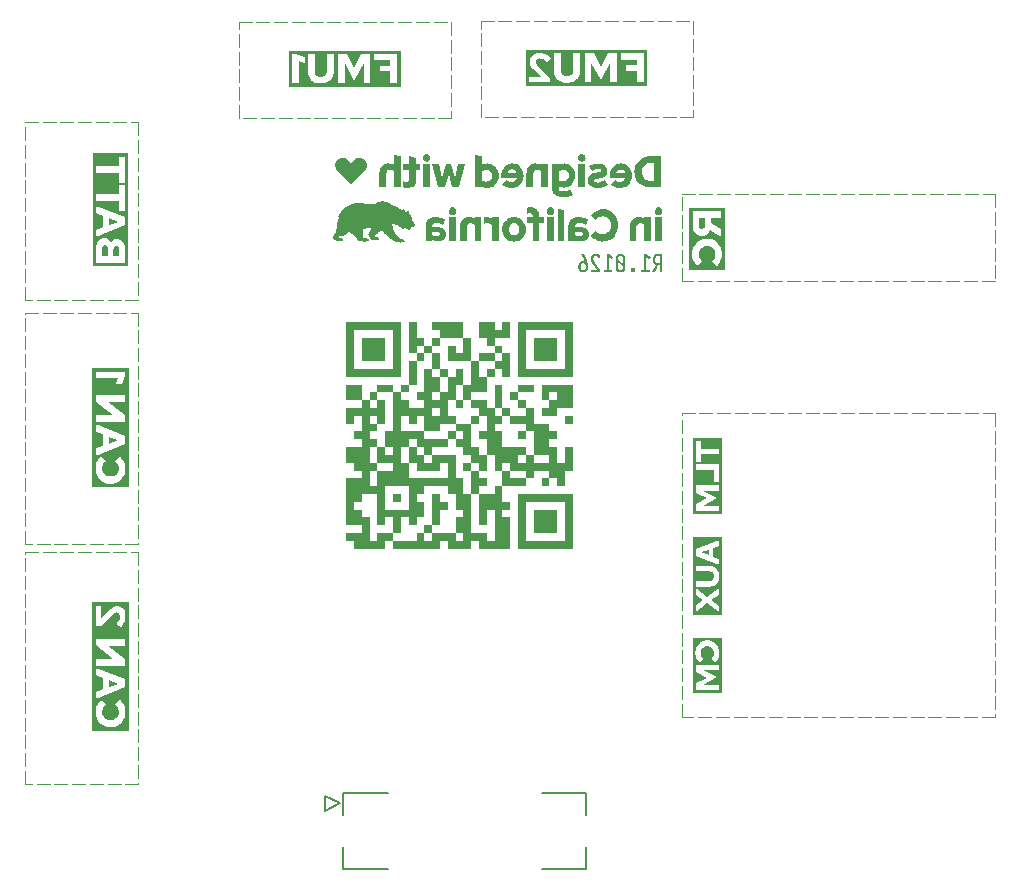
<source format=gbr>
%TF.GenerationSoftware,KiCad,Pcbnew,9.0.6*%
%TF.CreationDate,2026-01-08T13:40:24-08:00*%
%TF.ProjectId,vrb,7672622e-6b69-4636-9164-5f7063625858,rev?*%
%TF.SameCoordinates,Original*%
%TF.FileFunction,Legend,Bot*%
%TF.FilePolarity,Positive*%
%FSLAX46Y46*%
G04 Gerber Fmt 4.6, Leading zero omitted, Abs format (unit mm)*
G04 Created by KiCad (PCBNEW 9.0.6) date 2026-01-08 13:40:24*
%MOMM*%
%LPD*%
G01*
G04 APERTURE LIST*
%ADD10C,0.100000*%
%ADD11C,0.400000*%
%ADD12C,0.000000*%
%ADD13C,0.187500*%
%ADD14C,0.152400*%
G04 APERTURE END LIST*
D10*
X111000000Y-60450000D02*
X112100000Y-60450000D01*
X112500000Y-60450000D02*
X113600000Y-60450000D01*
X114000000Y-60450000D02*
X115100000Y-60450000D01*
X115500000Y-60450000D02*
X116600000Y-60450000D01*
X117000000Y-60450000D02*
X118100000Y-60450000D01*
X118500000Y-60450000D02*
X119600000Y-60450000D01*
X120000000Y-60450000D02*
X121100000Y-60450000D01*
X121500000Y-60450000D02*
X122600000Y-60450000D01*
X123000000Y-60450000D02*
X124100000Y-60450000D01*
X124500000Y-60450000D02*
X125600000Y-60450000D01*
X126000000Y-60450000D02*
X127100000Y-60450000D01*
X127500000Y-60450000D02*
X128600000Y-60450000D01*
X129000000Y-60450000D02*
X129000000Y-60450000D01*
X129000000Y-60450000D02*
X129000000Y-61550000D01*
X129000000Y-61950000D02*
X129000000Y-63050000D01*
X129000000Y-63450000D02*
X129000000Y-64550000D01*
X129000000Y-64950000D02*
X129000000Y-66050000D01*
X129000000Y-66450000D02*
X129000000Y-67550000D01*
X129000000Y-67950000D02*
X129000000Y-68550000D01*
X129000000Y-68550000D02*
X127900000Y-68550000D01*
X127500000Y-68550000D02*
X126400000Y-68550000D01*
X126000000Y-68550000D02*
X124900000Y-68550000D01*
X124500000Y-68550000D02*
X123400000Y-68550000D01*
X123000000Y-68550000D02*
X121900000Y-68550000D01*
X121500000Y-68550000D02*
X120400000Y-68550000D01*
X120000000Y-68550000D02*
X118900000Y-68550000D01*
X118500000Y-68550000D02*
X117400000Y-68550000D01*
X117000000Y-68550000D02*
X115900000Y-68550000D01*
X115500000Y-68550000D02*
X114400000Y-68550000D01*
X114000000Y-68550000D02*
X112900000Y-68550000D01*
X112500000Y-68550000D02*
X111400000Y-68550000D01*
X111000000Y-68550000D02*
X111000000Y-68550000D01*
X111000000Y-68550000D02*
X111000000Y-67450000D01*
X111000000Y-67050000D02*
X111000000Y-65950000D01*
X111000000Y-65550000D02*
X111000000Y-64450000D01*
X111000000Y-64050000D02*
X111000000Y-62950000D01*
X111000000Y-62550000D02*
X111000000Y-61450000D01*
X111000000Y-61050000D02*
X111000000Y-60450000D01*
X90500000Y-60500000D02*
X91600000Y-60500000D01*
X92000000Y-60500000D02*
X93100000Y-60500000D01*
X93500000Y-60500000D02*
X94600000Y-60500000D01*
X95000000Y-60500000D02*
X96100000Y-60500000D01*
X96500000Y-60500000D02*
X97600000Y-60500000D01*
X98000000Y-60500000D02*
X99100000Y-60500000D01*
X99500000Y-60500000D02*
X100600000Y-60500000D01*
X101000000Y-60500000D02*
X102100000Y-60500000D01*
X102500000Y-60500000D02*
X103600000Y-60500000D01*
X104000000Y-60500000D02*
X105100000Y-60500000D01*
X105500000Y-60500000D02*
X106600000Y-60500000D01*
X107000000Y-60500000D02*
X108100000Y-60500000D01*
X108500000Y-60500000D02*
X108500000Y-60500000D01*
X108500000Y-60500000D02*
X108500000Y-61600000D01*
X108500000Y-62000000D02*
X108500000Y-63100000D01*
X108500000Y-63500000D02*
X108500000Y-64600000D01*
X108500000Y-65000000D02*
X108500000Y-66100000D01*
X108500000Y-66500000D02*
X108500000Y-67600000D01*
X108500000Y-68000000D02*
X108500000Y-68600000D01*
X108500000Y-68600000D02*
X107400000Y-68600000D01*
X107000000Y-68600000D02*
X105900000Y-68600000D01*
X105500000Y-68600000D02*
X104400000Y-68600000D01*
X104000000Y-68600000D02*
X102900000Y-68600000D01*
X102500000Y-68600000D02*
X101400000Y-68600000D01*
X101000000Y-68600000D02*
X99900000Y-68600000D01*
X99500000Y-68600000D02*
X98400000Y-68600000D01*
X98000000Y-68600000D02*
X96900000Y-68600000D01*
X96500000Y-68600000D02*
X95400000Y-68600000D01*
X95000000Y-68600000D02*
X93900000Y-68600000D01*
X93500000Y-68600000D02*
X92400000Y-68600000D01*
X92000000Y-68600000D02*
X90900000Y-68600000D01*
X90500000Y-68600000D02*
X90500000Y-68600000D01*
X90500000Y-68600000D02*
X90500000Y-67500000D01*
X90500000Y-67100000D02*
X90500000Y-66000000D01*
X90500000Y-65600000D02*
X90500000Y-64500000D01*
X90500000Y-64100000D02*
X90500000Y-63000000D01*
X90500000Y-62600000D02*
X90500000Y-61500000D01*
X90500000Y-61100000D02*
X90500000Y-60500000D01*
D11*
G36*
X125089209Y-65923259D02*
G01*
X114825153Y-65923259D01*
X114825153Y-65147989D01*
X115102931Y-65147989D01*
X115102931Y-65606403D01*
X116863464Y-65606403D01*
X116863464Y-65221415D01*
X116177538Y-64541351D01*
X117202045Y-64541351D01*
X117205178Y-64637841D01*
X117238423Y-64858232D01*
X117305370Y-65053618D01*
X117403422Y-65223575D01*
X117463580Y-65298887D01*
X117530842Y-65367470D01*
X117605404Y-65429417D01*
X117686648Y-65484075D01*
X117775314Y-65531673D01*
X117870290Y-65571323D01*
X117972784Y-65603160D01*
X118081225Y-65626306D01*
X118197101Y-65640642D01*
X118318540Y-65645481D01*
X118418046Y-65642332D01*
X118642721Y-65609317D01*
X118651429Y-65606403D01*
X119800179Y-65606403D01*
X120367127Y-65606403D01*
X120367127Y-63935476D01*
X121172213Y-65431311D01*
X121977146Y-63928454D01*
X121977146Y-65606403D01*
X122530203Y-65606403D01*
X122530203Y-63675815D01*
X122865426Y-63675815D01*
X124209373Y-63675815D01*
X124209373Y-64135297D01*
X123313459Y-64135297D01*
X123313459Y-64639201D01*
X124209373Y-64639201D01*
X124209373Y-65606403D01*
X124811431Y-65606403D01*
X124811431Y-63154204D01*
X122865426Y-63154204D01*
X122865426Y-63675815D01*
X122530203Y-63675815D01*
X122530203Y-63154204D01*
X121770608Y-63154204D01*
X121165191Y-64310389D01*
X120559621Y-63154204D01*
X119800179Y-63154204D01*
X119800179Y-65606403D01*
X118651429Y-65606403D01*
X118840289Y-65543205D01*
X119010909Y-65446768D01*
X119154584Y-65321708D01*
X119216266Y-65248540D01*
X119270665Y-65168711D01*
X119318039Y-65081423D01*
X119357497Y-64987761D01*
X119389248Y-64886260D01*
X119412333Y-64778630D01*
X119426683Y-64662929D01*
X119431525Y-64541351D01*
X119431525Y-63154204D01*
X118829466Y-63154204D01*
X118829466Y-64541351D01*
X118816989Y-64678457D01*
X118771437Y-64819273D01*
X118696592Y-64932114D01*
X118648979Y-64977958D01*
X118594986Y-65016382D01*
X118534214Y-65047356D01*
X118467612Y-65070029D01*
X118393987Y-65084244D01*
X118315030Y-65089066D01*
X118195981Y-65077746D01*
X118065168Y-65032725D01*
X118008510Y-64998146D01*
X117958096Y-64955975D01*
X117913616Y-64905736D01*
X117876230Y-64848380D01*
X117845596Y-64782528D01*
X117823129Y-64709954D01*
X117808925Y-64628787D01*
X117804104Y-64541351D01*
X117804104Y-63154204D01*
X117202045Y-63154204D01*
X117202045Y-64541351D01*
X116177538Y-64541351D01*
X115827416Y-64194221D01*
X115744035Y-64098917D01*
X115683393Y-63984342D01*
X115668000Y-63923469D01*
X115663010Y-63861135D01*
X115666221Y-63822197D01*
X115679479Y-63774742D01*
X115702282Y-63731125D01*
X115735767Y-63690012D01*
X115778056Y-63654580D01*
X115829662Y-63624883D01*
X115888584Y-63602733D01*
X115953370Y-63588980D01*
X116023421Y-63584224D01*
X116117117Y-63589720D01*
X116195958Y-63604069D01*
X116272867Y-63627966D01*
X116354382Y-63664817D01*
X116436494Y-63714061D01*
X116537083Y-63789926D01*
X116643035Y-63885712D01*
X116943911Y-63517668D01*
X116840845Y-63427010D01*
X116641802Y-63289300D01*
X116436765Y-63192485D01*
X116225202Y-63134589D01*
X116116432Y-63120001D01*
X116006019Y-63115125D01*
X115980194Y-63115359D01*
X115762608Y-63137731D01*
X115576054Y-63192957D01*
X115421969Y-63276064D01*
X115300640Y-63382963D01*
X115212096Y-63510980D01*
X115180296Y-63582520D01*
X115157138Y-63658849D01*
X115142870Y-63740351D01*
X115138041Y-63826177D01*
X115148347Y-63951873D01*
X115167118Y-64033171D01*
X115195741Y-64112718D01*
X115237334Y-64196122D01*
X115290744Y-64278977D01*
X115365622Y-64372725D01*
X115456472Y-64467773D01*
X116163403Y-65151500D01*
X115102931Y-65147989D01*
X114825153Y-65147989D01*
X114825153Y-62837347D01*
X125089209Y-62837347D01*
X125089209Y-65923259D01*
G37*
G36*
X104216738Y-65973259D02*
G01*
X94747234Y-65973259D01*
X94747234Y-65656403D01*
X95025012Y-65656403D01*
X95591961Y-65656403D01*
X95591961Y-64591351D01*
X96329574Y-64591351D01*
X96332707Y-64687841D01*
X96365952Y-64908232D01*
X96432899Y-65103618D01*
X96530951Y-65273575D01*
X96591109Y-65348887D01*
X96658371Y-65417470D01*
X96732933Y-65479417D01*
X96814177Y-65534075D01*
X96902843Y-65581673D01*
X96997819Y-65621323D01*
X97100313Y-65653160D01*
X97208754Y-65676306D01*
X97324630Y-65690642D01*
X97446069Y-65695481D01*
X97545575Y-65692332D01*
X97770250Y-65659317D01*
X97778958Y-65656403D01*
X98927708Y-65656403D01*
X99494656Y-65656403D01*
X99494656Y-63985476D01*
X100299742Y-65481311D01*
X101104675Y-63978454D01*
X101104675Y-65656403D01*
X101657732Y-65656403D01*
X101657732Y-63725815D01*
X101992955Y-63725815D01*
X103336902Y-63725815D01*
X103336902Y-64185297D01*
X102440988Y-64185297D01*
X102440988Y-64689201D01*
X103336902Y-64689201D01*
X103336902Y-65656403D01*
X103938960Y-65656403D01*
X103938960Y-63204204D01*
X101992955Y-63204204D01*
X101992955Y-63725815D01*
X101657732Y-63725815D01*
X101657732Y-63204204D01*
X100898137Y-63204204D01*
X100292720Y-64360389D01*
X99687150Y-63204204D01*
X98927708Y-63204204D01*
X98927708Y-65656403D01*
X97778958Y-65656403D01*
X97967818Y-65593205D01*
X98138438Y-65496768D01*
X98282113Y-65371708D01*
X98343795Y-65298540D01*
X98398194Y-65218711D01*
X98445568Y-65131423D01*
X98485026Y-65037761D01*
X98516777Y-64936260D01*
X98539862Y-64828630D01*
X98554212Y-64712929D01*
X98559054Y-64591351D01*
X98559054Y-63204204D01*
X97956995Y-63204204D01*
X97956995Y-64591351D01*
X97944518Y-64728457D01*
X97898966Y-64869273D01*
X97824121Y-64982114D01*
X97776508Y-65027958D01*
X97722515Y-65066382D01*
X97661743Y-65097356D01*
X97595141Y-65120029D01*
X97521516Y-65134244D01*
X97442559Y-65139066D01*
X97323510Y-65127746D01*
X97192697Y-65082725D01*
X97136039Y-65048146D01*
X97085625Y-65005975D01*
X97041145Y-64955736D01*
X97003759Y-64898380D01*
X96973125Y-64832528D01*
X96950658Y-64759954D01*
X96936454Y-64678787D01*
X96931633Y-64591351D01*
X96931633Y-63204204D01*
X96329574Y-63204204D01*
X96329574Y-64591351D01*
X95591961Y-64591351D01*
X95591961Y-63778786D01*
X96099528Y-63981965D01*
X96099528Y-63491495D01*
X95382065Y-63204204D01*
X95025012Y-63204204D01*
X95025012Y-65656403D01*
X94747234Y-65656403D01*
X94747234Y-62926426D01*
X104216738Y-62926426D01*
X104216738Y-65973259D01*
G37*
D12*
G36*
X104239064Y-99138020D02*
G01*
X103577605Y-99138020D01*
X103577605Y-98476563D01*
X104239064Y-98476563D01*
X104239064Y-99138020D01*
G37*
G36*
X100931771Y-105091145D02*
G01*
X100270314Y-105091145D01*
X100270314Y-104429686D01*
X100931771Y-104429686D01*
X100931771Y-105091145D01*
G37*
G36*
X104239064Y-102445311D02*
G01*
X103577605Y-102445311D01*
X103577605Y-101783854D01*
X104239064Y-101783854D01*
X104239064Y-102445311D01*
G37*
G36*
X107546355Y-89216146D02*
G01*
X106884896Y-89216146D01*
X106884896Y-88554688D01*
X107546355Y-88554688D01*
X107546355Y-89216146D01*
G37*
G36*
X116806770Y-103768229D02*
G01*
X116145312Y-103768229D01*
X116145312Y-103106770D01*
X116806770Y-103106770D01*
X116806770Y-103768229D01*
G37*
G36*
X109530729Y-86570313D02*
G01*
X108869271Y-86570313D01*
X108869271Y-85908855D01*
X109530729Y-85908855D01*
X109530729Y-86570313D01*
G37*
G36*
X116145312Y-96492187D02*
G01*
X115483854Y-96492187D01*
X115483854Y-95830729D01*
X116145312Y-95830729D01*
X116145312Y-96492187D01*
G37*
G36*
X105561980Y-91200521D02*
G01*
X104900521Y-91200521D01*
X104900521Y-90539062D01*
X105561980Y-90539062D01*
X105561980Y-91200521D01*
G37*
G36*
X118791145Y-92523437D02*
G01*
X118129687Y-92523437D01*
X118129687Y-91861979D01*
X118791145Y-91861979D01*
X118791145Y-92523437D01*
G37*
G36*
X105561980Y-95830729D02*
G01*
X104900521Y-95830729D01*
X104900521Y-95169271D01*
X105561980Y-95169271D01*
X105561980Y-95830729D01*
G37*
G36*
X108207813Y-99799479D02*
G01*
X107546355Y-99799479D01*
X107546355Y-99138020D01*
X108207813Y-99138020D01*
X108207813Y-99799479D01*
G37*
G36*
X100931771Y-97153645D02*
G01*
X100270314Y-97153645D01*
X100270314Y-96492187D01*
X100931771Y-96492187D01*
X100931771Y-97153645D01*
G37*
G36*
X117468229Y-98476563D02*
G01*
X116806770Y-98476563D01*
X116806770Y-97815104D01*
X117468229Y-97815104D01*
X117468229Y-98476563D01*
G37*
G36*
X117468229Y-102445311D02*
G01*
X116806770Y-102445311D01*
X116806770Y-101783854D01*
X117468229Y-101783854D01*
X117468229Y-102445311D01*
G37*
G36*
X115483854Y-98476563D02*
G01*
X114822396Y-98476563D01*
X114822396Y-97815104D01*
X115483854Y-97815104D01*
X115483854Y-98476563D01*
G37*
G36*
X104239064Y-97815104D02*
G01*
X103577605Y-97815104D01*
X103577605Y-97153645D01*
X104239064Y-97153645D01*
X104239064Y-97815104D01*
G37*
G36*
X116806770Y-86570313D02*
G01*
X116145312Y-86570313D01*
X116145312Y-85908855D01*
X116806770Y-85908855D01*
X116806770Y-86570313D01*
G37*
G36*
X118129687Y-92523437D02*
G01*
X117468229Y-92523437D01*
X117468229Y-91861979D01*
X118129687Y-91861979D01*
X118129687Y-92523437D01*
G37*
G36*
X106223437Y-102445311D02*
G01*
X105561980Y-102445311D01*
X105561980Y-101783854D01*
X106223437Y-101783854D01*
X106223437Y-102445311D01*
G37*
G36*
X104239064Y-92523437D02*
G01*
X103577605Y-92523437D01*
X103577605Y-91861979D01*
X104239064Y-91861979D01*
X104239064Y-92523437D01*
G37*
G36*
X100931771Y-98476563D02*
G01*
X100270314Y-98476563D01*
X100270314Y-97815104D01*
X100931771Y-97815104D01*
X100931771Y-98476563D01*
G37*
G36*
X104239064Y-93846354D02*
G01*
X103577605Y-93846354D01*
X103577605Y-93184896D01*
X104239064Y-93184896D01*
X104239064Y-93846354D01*
G37*
G36*
X118791145Y-87893230D02*
G01*
X118129687Y-87893230D01*
X118129687Y-87231771D01*
X118791145Y-87231771D01*
X118791145Y-87893230D01*
G37*
G36*
X109530729Y-105091145D02*
G01*
X108869271Y-105091145D01*
X108869271Y-104429686D01*
X109530729Y-104429686D01*
X109530729Y-105091145D01*
G37*
G36*
X117468229Y-99138020D02*
G01*
X116806770Y-99138020D01*
X116806770Y-98476563D01*
X117468229Y-98476563D01*
X117468229Y-99138020D01*
G37*
G36*
X108869271Y-87231771D02*
G01*
X108207813Y-87231771D01*
X108207813Y-86570313D01*
X108869271Y-86570313D01*
X108869271Y-87231771D01*
G37*
G36*
X116806770Y-97153645D02*
G01*
X116145312Y-97153645D01*
X116145312Y-96492187D01*
X116806770Y-96492187D01*
X116806770Y-97153645D01*
G37*
G36*
X107546355Y-105091145D02*
G01*
X106884896Y-105091145D01*
X106884896Y-104429686D01*
X107546355Y-104429686D01*
X107546355Y-105091145D01*
G37*
G36*
X100270314Y-94507812D02*
G01*
X99608855Y-94507812D01*
X99608855Y-93846354D01*
X100270314Y-93846354D01*
X100270314Y-94507812D01*
G37*
G36*
X116806770Y-98476563D02*
G01*
X116145312Y-98476563D01*
X116145312Y-97815104D01*
X116806770Y-97815104D01*
X116806770Y-98476563D01*
G37*
G36*
X111515104Y-99799479D02*
G01*
X110853646Y-99799479D01*
X110853646Y-99138020D01*
X111515104Y-99138020D01*
X111515104Y-99799479D01*
G37*
G36*
X107546355Y-97815104D02*
G01*
X106884896Y-97815104D01*
X106884896Y-97153645D01*
X107546355Y-97153645D01*
X107546355Y-97815104D01*
G37*
G36*
X118791145Y-91861979D02*
G01*
X118129687Y-91861979D01*
X118129687Y-91200521D01*
X118791145Y-91200521D01*
X118791145Y-91861979D01*
G37*
G36*
X108869271Y-92523437D02*
G01*
X108207813Y-92523437D01*
X108207813Y-91861979D01*
X108869271Y-91861979D01*
X108869271Y-92523437D01*
G37*
G36*
X110192188Y-105091145D02*
G01*
X109530729Y-105091145D01*
X109530729Y-104429686D01*
X110192188Y-104429686D01*
X110192188Y-105091145D01*
G37*
G36*
X100270314Y-89216146D02*
G01*
X99608855Y-89216146D01*
X99608855Y-88554688D01*
X100270314Y-88554688D01*
X100270314Y-89216146D01*
G37*
G36*
X108207813Y-101783854D02*
G01*
X107546355Y-101783854D01*
X107546355Y-101122395D01*
X108207813Y-101122395D01*
X108207813Y-101783854D01*
G37*
G36*
X113499479Y-87231771D02*
G01*
X112838021Y-87231771D01*
X112838021Y-86570313D01*
X113499479Y-86570313D01*
X113499479Y-87231771D01*
G37*
G36*
X106223437Y-87893230D02*
G01*
X105561980Y-87893230D01*
X105561980Y-87231771D01*
X106223437Y-87231771D01*
X106223437Y-87893230D01*
G37*
G36*
X102916146Y-89216146D02*
G01*
X102254689Y-89216146D01*
X102254689Y-88554688D01*
X102916146Y-88554688D01*
X102916146Y-89216146D01*
G37*
G36*
X113499479Y-97153645D02*
G01*
X112838021Y-97153645D01*
X112838021Y-96492187D01*
X113499479Y-96492187D01*
X113499479Y-97153645D01*
G37*
G36*
X102254689Y-86570313D02*
G01*
X101593230Y-86570313D01*
X101593230Y-85908855D01*
X102254689Y-85908855D01*
X102254689Y-86570313D01*
G37*
G36*
X111515104Y-101122395D02*
G01*
X110853646Y-101122395D01*
X110853646Y-100460936D01*
X111515104Y-100460936D01*
X111515104Y-101122395D01*
G37*
G36*
X104900521Y-99138020D02*
G01*
X104239064Y-99138020D01*
X104239064Y-98476563D01*
X104900521Y-98476563D01*
X104900521Y-99138020D01*
G37*
G36*
X106884896Y-88554688D02*
G01*
X106223437Y-88554688D01*
X106223437Y-87893230D01*
X106884896Y-87893230D01*
X106884896Y-88554688D01*
G37*
G36*
X113499479Y-90539062D02*
G01*
X112838021Y-90539062D01*
X112838021Y-89877604D01*
X113499479Y-89877604D01*
X113499479Y-90539062D01*
G37*
G36*
X107546355Y-102445311D02*
G01*
X106884896Y-102445311D01*
X106884896Y-101783854D01*
X107546355Y-101783854D01*
X107546355Y-102445311D01*
G37*
G36*
X113499479Y-97815104D02*
G01*
X112838021Y-97815104D01*
X112838021Y-97153645D01*
X113499479Y-97153645D01*
X113499479Y-97815104D01*
G37*
G36*
X114160938Y-92523437D02*
G01*
X113499479Y-92523437D01*
X113499479Y-91861979D01*
X114160938Y-91861979D01*
X114160938Y-92523437D01*
G37*
G36*
X118129687Y-86570313D02*
G01*
X117468229Y-86570313D01*
X117468229Y-85908855D01*
X118129687Y-85908855D01*
X118129687Y-86570313D01*
G37*
G36*
X108869271Y-95830729D02*
G01*
X108207813Y-95830729D01*
X108207813Y-95169271D01*
X108869271Y-95169271D01*
X108869271Y-95830729D01*
G37*
G36*
X116145312Y-88554688D02*
G01*
X115483854Y-88554688D01*
X115483854Y-87893230D01*
X116145312Y-87893230D01*
X116145312Y-88554688D01*
G37*
G36*
X105561980Y-105091145D02*
G01*
X104900521Y-105091145D01*
X104900521Y-104429686D01*
X105561980Y-104429686D01*
X105561980Y-105091145D01*
G37*
G36*
X114822396Y-103106770D02*
G01*
X114160938Y-103106770D01*
X114160938Y-102445311D01*
X114822396Y-102445311D01*
X114822396Y-103106770D01*
G37*
G36*
X108869271Y-91200521D02*
G01*
X108207813Y-91200521D01*
X108207813Y-90539062D01*
X108869271Y-90539062D01*
X108869271Y-91200521D01*
G37*
G36*
X108869271Y-105091145D02*
G01*
X108207813Y-105091145D01*
X108207813Y-104429686D01*
X108869271Y-104429686D01*
X108869271Y-105091145D01*
G37*
G36*
X116806770Y-103106770D02*
G01*
X116145312Y-103106770D01*
X116145312Y-102445311D01*
X116806770Y-102445311D01*
X116806770Y-103106770D01*
G37*
G36*
X110192188Y-95830729D02*
G01*
X109530729Y-95830729D01*
X109530729Y-95169271D01*
X110192188Y-95169271D01*
X110192188Y-95830729D01*
G37*
G36*
X102254689Y-95169271D02*
G01*
X101593230Y-95169271D01*
X101593230Y-94507812D01*
X102254689Y-94507812D01*
X102254689Y-95169271D01*
G37*
G36*
X117468229Y-89216146D02*
G01*
X116806770Y-89216146D01*
X116806770Y-88554688D01*
X117468229Y-88554688D01*
X117468229Y-89216146D01*
G37*
G36*
X100931771Y-99799479D02*
G01*
X100270314Y-99799479D01*
X100270314Y-99138020D01*
X100931771Y-99138020D01*
X100931771Y-99799479D01*
G37*
G36*
X104239064Y-86570313D02*
G01*
X103577605Y-86570313D01*
X103577605Y-85908855D01*
X104239064Y-85908855D01*
X104239064Y-86570313D01*
G37*
G36*
X116806770Y-99799479D02*
G01*
X116145312Y-99799479D01*
X116145312Y-99138020D01*
X116806770Y-99138020D01*
X116806770Y-99799479D01*
G37*
G36*
X118791145Y-103768229D02*
G01*
X118129687Y-103768229D01*
X118129687Y-103106770D01*
X118791145Y-103106770D01*
X118791145Y-103768229D01*
G37*
G36*
X111515104Y-95830729D02*
G01*
X110853646Y-95830729D01*
X110853646Y-95169271D01*
X111515104Y-95169271D01*
X111515104Y-95830729D01*
G37*
G36*
X111515104Y-91861979D02*
G01*
X110853646Y-91861979D01*
X110853646Y-91200521D01*
X111515104Y-91200521D01*
X111515104Y-91861979D01*
G37*
G36*
X109530729Y-90539062D02*
G01*
X108869271Y-90539062D01*
X108869271Y-89877604D01*
X109530729Y-89877604D01*
X109530729Y-90539062D01*
G37*
G36*
X107546355Y-96492187D02*
G01*
X106884896Y-96492187D01*
X106884896Y-95830729D01*
X107546355Y-95830729D01*
X107546355Y-96492187D01*
G37*
G36*
X111515104Y-104429686D02*
G01*
X110853646Y-104429686D01*
X110853646Y-103768229D01*
X111515104Y-103768229D01*
X111515104Y-104429686D01*
G37*
G36*
X101593230Y-99138020D02*
G01*
X100931771Y-99138020D01*
X100931771Y-98476563D01*
X101593230Y-98476563D01*
X101593230Y-99138020D01*
G37*
G36*
X111515104Y-103106770D02*
G01*
X110853646Y-103106770D01*
X110853646Y-102445311D01*
X111515104Y-102445311D01*
X111515104Y-103106770D01*
G37*
G36*
X114822396Y-98476563D02*
G01*
X114160938Y-98476563D01*
X114160938Y-97815104D01*
X114822396Y-97815104D01*
X114822396Y-98476563D01*
G37*
G36*
X105561980Y-94507812D02*
G01*
X104900521Y-94507812D01*
X104900521Y-93846354D01*
X105561980Y-93846354D01*
X105561980Y-94507812D01*
G37*
G36*
X106223437Y-93846354D02*
G01*
X105561980Y-93846354D01*
X105561980Y-93184896D01*
X106223437Y-93184896D01*
X106223437Y-93846354D01*
G37*
G36*
X104239064Y-103768229D02*
G01*
X103577605Y-103768229D01*
X103577605Y-103106770D01*
X104239064Y-103106770D01*
X104239064Y-103768229D01*
G37*
G36*
X106223437Y-99799479D02*
G01*
X105561980Y-99799479D01*
X105561980Y-99138020D01*
X106223437Y-99138020D01*
X106223437Y-99799479D01*
G37*
G36*
X104239064Y-105091145D02*
G01*
X103577605Y-105091145D01*
X103577605Y-104429686D01*
X104239064Y-104429686D01*
X104239064Y-105091145D01*
G37*
G36*
X100270314Y-92523437D02*
G01*
X99608855Y-92523437D01*
X99608855Y-91861979D01*
X100270314Y-91861979D01*
X100270314Y-92523437D01*
G37*
G36*
X106223437Y-89216146D02*
G01*
X105561980Y-89216146D01*
X105561980Y-88554688D01*
X106223437Y-88554688D01*
X106223437Y-89216146D01*
G37*
G36*
X111515104Y-105091145D02*
G01*
X110853646Y-105091145D01*
X110853646Y-104429686D01*
X111515104Y-104429686D01*
X111515104Y-105091145D01*
G37*
G36*
X102916146Y-99799479D02*
G01*
X102254689Y-99799479D01*
X102254689Y-99138020D01*
X102916146Y-99138020D01*
X102916146Y-99799479D01*
G37*
G36*
X110853646Y-94507812D02*
G01*
X110192188Y-94507812D01*
X110192188Y-93846354D01*
X110853646Y-93846354D01*
X110853646Y-94507812D01*
G37*
G36*
X109530729Y-103106770D02*
G01*
X108869271Y-103106770D01*
X108869271Y-102445311D01*
X109530729Y-102445311D01*
X109530729Y-103106770D01*
G37*
G36*
X109530729Y-101783854D02*
G01*
X108869271Y-101783854D01*
X108869271Y-101122395D01*
X109530729Y-101122395D01*
X109530729Y-101783854D01*
G37*
G36*
X108869271Y-99799479D02*
G01*
X108207813Y-99799479D01*
X108207813Y-99138020D01*
X108869271Y-99138020D01*
X108869271Y-99799479D01*
G37*
G36*
X112176563Y-87893230D02*
G01*
X111515104Y-87893230D01*
X111515104Y-87231771D01*
X112176563Y-87231771D01*
X112176563Y-87893230D01*
G37*
G36*
X108207813Y-97815104D02*
G01*
X107546355Y-97815104D01*
X107546355Y-97153645D01*
X108207813Y-97153645D01*
X108207813Y-97815104D01*
G37*
G36*
X117468229Y-87893230D02*
G01*
X116806770Y-87893230D01*
X116806770Y-87231771D01*
X117468229Y-87231771D01*
X117468229Y-87893230D01*
G37*
G36*
X111515104Y-101783854D02*
G01*
X110853646Y-101783854D01*
X110853646Y-101122395D01*
X111515104Y-101122395D01*
X111515104Y-101783854D01*
G37*
G36*
X103577605Y-91861979D02*
G01*
X102916146Y-91861979D01*
X102916146Y-91200521D01*
X103577605Y-91200521D01*
X103577605Y-91861979D01*
G37*
G36*
X112176563Y-87231771D02*
G01*
X111515104Y-87231771D01*
X111515104Y-86570313D01*
X112176563Y-86570313D01*
X112176563Y-87231771D01*
G37*
G36*
X118129687Y-98476563D02*
G01*
X117468229Y-98476563D01*
X117468229Y-97815104D01*
X118129687Y-97815104D01*
X118129687Y-98476563D01*
G37*
G36*
X109530729Y-101122395D02*
G01*
X108869271Y-101122395D01*
X108869271Y-100460936D01*
X109530729Y-100460936D01*
X109530729Y-101122395D01*
G37*
G36*
X118791145Y-93184896D02*
G01*
X118129687Y-93184896D01*
X118129687Y-92523437D01*
X118791145Y-92523437D01*
X118791145Y-93184896D01*
G37*
G36*
X118791145Y-86570313D02*
G01*
X118129687Y-86570313D01*
X118129687Y-85908855D01*
X118791145Y-85908855D01*
X118791145Y-86570313D01*
G37*
G36*
X106884896Y-91861979D02*
G01*
X106223437Y-91861979D01*
X106223437Y-91200521D01*
X106884896Y-91200521D01*
X106884896Y-91861979D01*
G37*
G36*
X100270314Y-97153645D02*
G01*
X99608855Y-97153645D01*
X99608855Y-96492187D01*
X100270314Y-96492187D01*
X100270314Y-97153645D01*
G37*
G36*
X102254689Y-105091145D02*
G01*
X101593230Y-105091145D01*
X101593230Y-104429686D01*
X102254689Y-104429686D01*
X102254689Y-105091145D01*
G37*
G36*
X116806770Y-95169271D02*
G01*
X116145312Y-95169271D01*
X116145312Y-94507812D01*
X116806770Y-94507812D01*
X116806770Y-95169271D01*
G37*
G36*
X100270314Y-99799479D02*
G01*
X99608855Y-99799479D01*
X99608855Y-99138020D01*
X100270314Y-99138020D01*
X100270314Y-99799479D01*
G37*
G36*
X104239064Y-88554688D02*
G01*
X103577605Y-88554688D01*
X103577605Y-87893230D01*
X104239064Y-87893230D01*
X104239064Y-88554688D01*
G37*
G36*
X116145312Y-90539062D02*
G01*
X115483854Y-90539062D01*
X115483854Y-89877604D01*
X116145312Y-89877604D01*
X116145312Y-90539062D01*
G37*
G36*
X102254689Y-93846354D02*
G01*
X101593230Y-93846354D01*
X101593230Y-93184896D01*
X102254689Y-93184896D01*
X102254689Y-93846354D01*
G37*
G36*
X112176563Y-86570313D02*
G01*
X111515104Y-86570313D01*
X111515104Y-85908855D01*
X112176563Y-85908855D01*
X112176563Y-86570313D01*
G37*
G36*
X113499479Y-103768229D02*
G01*
X112838021Y-103768229D01*
X112838021Y-103106770D01*
X113499479Y-103106770D01*
X113499479Y-103768229D01*
G37*
G36*
X114822396Y-105091145D02*
G01*
X114160938Y-105091145D01*
X114160938Y-104429686D01*
X114822396Y-104429686D01*
X114822396Y-105091145D01*
G37*
G36*
X116806770Y-101122395D02*
G01*
X116145312Y-101122395D01*
X116145312Y-100460936D01*
X116806770Y-100460936D01*
X116806770Y-101122395D01*
G37*
G36*
X102916146Y-103106770D02*
G01*
X102254689Y-103106770D01*
X102254689Y-102445311D01*
X102916146Y-102445311D01*
X102916146Y-103106770D01*
G37*
G36*
X112176563Y-95830729D02*
G01*
X111515104Y-95830729D01*
X111515104Y-95169271D01*
X112176563Y-95169271D01*
X112176563Y-95830729D01*
G37*
G36*
X101593230Y-94507812D02*
G01*
X100931771Y-94507812D01*
X100931771Y-93846354D01*
X101593230Y-93846354D01*
X101593230Y-94507812D01*
G37*
G36*
X118791145Y-94507812D02*
G01*
X118129687Y-94507812D01*
X118129687Y-93846354D01*
X118791145Y-93846354D01*
X118791145Y-94507812D01*
G37*
G36*
X105561980Y-93846354D02*
G01*
X104900521Y-93846354D01*
X104900521Y-93184896D01*
X105561980Y-93184896D01*
X105561980Y-93846354D01*
G37*
G36*
X103577605Y-97815104D02*
G01*
X102916146Y-97815104D01*
X102916146Y-97153645D01*
X103577605Y-97153645D01*
X103577605Y-97815104D01*
G37*
G36*
X110192188Y-102445311D02*
G01*
X109530729Y-102445311D01*
X109530729Y-101783854D01*
X110192188Y-101783854D01*
X110192188Y-102445311D01*
G37*
G36*
X110192188Y-98476563D02*
G01*
X109530729Y-98476563D01*
X109530729Y-97815104D01*
X110192188Y-97815104D01*
X110192188Y-98476563D01*
G37*
G36*
X109530729Y-93184896D02*
G01*
X108869271Y-93184896D01*
X108869271Y-92523437D01*
X109530729Y-92523437D01*
X109530729Y-93184896D01*
G37*
G36*
X104239064Y-98476563D02*
G01*
X103577605Y-98476563D01*
X103577605Y-97815104D01*
X104239064Y-97815104D01*
X104239064Y-98476563D01*
G37*
G36*
X117468229Y-105091145D02*
G01*
X116806770Y-105091145D01*
X116806770Y-104429686D01*
X117468229Y-104429686D01*
X117468229Y-105091145D01*
G37*
G36*
X116145312Y-97153645D02*
G01*
X115483854Y-97153645D01*
X115483854Y-96492187D01*
X116145312Y-96492187D01*
X116145312Y-97153645D01*
G37*
G36*
X112838021Y-97815104D02*
G01*
X112176563Y-97815104D01*
X112176563Y-97153645D01*
X112838021Y-97153645D01*
X112838021Y-97815104D01*
G37*
G36*
X100270314Y-100460936D02*
G01*
X99608855Y-100460936D01*
X99608855Y-99799479D01*
X100270314Y-99799479D01*
X100270314Y-100460936D01*
G37*
G36*
X105561980Y-90539062D02*
G01*
X104900521Y-90539062D01*
X104900521Y-89877604D01*
X105561980Y-89877604D01*
X105561980Y-90539062D01*
G37*
G36*
X116145312Y-101122395D02*
G01*
X115483854Y-101122395D01*
X115483854Y-100460936D01*
X116145312Y-100460936D01*
X116145312Y-101122395D01*
G37*
G36*
X112838021Y-94507812D02*
G01*
X112176563Y-94507812D01*
X112176563Y-93846354D01*
X112838021Y-93846354D01*
X112838021Y-94507812D01*
G37*
G36*
X109530729Y-100460936D02*
G01*
X108869271Y-100460936D01*
X108869271Y-99799479D01*
X109530729Y-99799479D01*
X109530729Y-100460936D01*
G37*
G36*
X116806770Y-95830729D02*
G01*
X116145312Y-95830729D01*
X116145312Y-95169271D01*
X116806770Y-95169271D01*
X116806770Y-95830729D01*
G37*
G36*
X108869271Y-88554688D02*
G01*
X108207813Y-88554688D01*
X108207813Y-87893230D01*
X108869271Y-87893230D01*
X108869271Y-88554688D01*
G37*
G36*
X109530729Y-99799479D02*
G01*
X108869271Y-99799479D01*
X108869271Y-99138020D01*
X109530729Y-99138020D01*
X109530729Y-99799479D01*
G37*
G36*
X108869271Y-98476563D02*
G01*
X108207813Y-98476563D01*
X108207813Y-97815104D01*
X108869271Y-97815104D01*
X108869271Y-98476563D01*
G37*
G36*
X118129687Y-101122395D02*
G01*
X117468229Y-101122395D01*
X117468229Y-100460936D01*
X118129687Y-100460936D01*
X118129687Y-101122395D01*
G37*
G36*
X100931771Y-101122395D02*
G01*
X100270314Y-101122395D01*
X100270314Y-100460936D01*
X100931771Y-100460936D01*
X100931771Y-101122395D01*
G37*
G36*
X104239064Y-87231771D02*
G01*
X103577605Y-87231771D01*
X103577605Y-86570313D01*
X104239064Y-86570313D01*
X104239064Y-87231771D01*
G37*
G36*
X100931771Y-102445311D02*
G01*
X100270314Y-102445311D01*
X100270314Y-101783854D01*
X100931771Y-101783854D01*
X100931771Y-102445311D01*
G37*
G36*
X101593230Y-103768229D02*
G01*
X100931771Y-103768229D01*
X100931771Y-103106770D01*
X101593230Y-103106770D01*
X101593230Y-103768229D01*
G37*
G36*
X118129687Y-105091145D02*
G01*
X117468229Y-105091145D01*
X117468229Y-104429686D01*
X118129687Y-104429686D01*
X118129687Y-105091145D01*
G37*
G36*
X110192188Y-91861979D02*
G01*
X109530729Y-91861979D01*
X109530729Y-91200521D01*
X110192188Y-91200521D01*
X110192188Y-91861979D01*
G37*
G36*
X106223437Y-105091145D02*
G01*
X105561980Y-105091145D01*
X105561980Y-104429686D01*
X106223437Y-104429686D01*
X106223437Y-105091145D01*
G37*
G36*
X113499479Y-93846354D02*
G01*
X112838021Y-93846354D01*
X112838021Y-93184896D01*
X113499479Y-93184896D01*
X113499479Y-93846354D01*
G37*
G36*
X105561980Y-99799479D02*
G01*
X104900521Y-99799479D01*
X104900521Y-99138020D01*
X105561980Y-99138020D01*
X105561980Y-99799479D01*
G37*
G36*
X101593230Y-96492187D02*
G01*
X100931771Y-96492187D01*
X100931771Y-95830729D01*
X101593230Y-95830729D01*
X101593230Y-96492187D01*
G37*
G36*
X107546355Y-99799479D02*
G01*
X106884896Y-99799479D01*
X106884896Y-99138020D01*
X107546355Y-99138020D01*
X107546355Y-99799479D01*
G37*
G36*
X109530729Y-89216146D02*
G01*
X108869271Y-89216146D01*
X108869271Y-88554688D01*
X109530729Y-88554688D01*
X109530729Y-89216146D01*
G37*
G36*
X118129687Y-99799479D02*
G01*
X117468229Y-99799479D01*
X117468229Y-99138020D01*
X118129687Y-99138020D01*
X118129687Y-99799479D01*
G37*
G36*
X118129687Y-90539062D02*
G01*
X117468229Y-90539062D01*
X117468229Y-89877604D01*
X118129687Y-89877604D01*
X118129687Y-90539062D01*
G37*
G36*
X112176563Y-90539062D02*
G01*
X111515104Y-90539062D01*
X111515104Y-89877604D01*
X112176563Y-89877604D01*
X112176563Y-90539062D01*
G37*
G36*
X100270314Y-102445311D02*
G01*
X99608855Y-102445311D01*
X99608855Y-101783854D01*
X100270314Y-101783854D01*
X100270314Y-102445311D01*
G37*
G36*
X116806770Y-105091145D02*
G01*
X116145312Y-105091145D01*
X116145312Y-104429686D01*
X116806770Y-104429686D01*
X116806770Y-105091145D01*
G37*
G36*
X112838021Y-105091145D02*
G01*
X112176563Y-105091145D01*
X112176563Y-104429686D01*
X112838021Y-104429686D01*
X112838021Y-105091145D01*
G37*
G36*
X111515104Y-102445311D02*
G01*
X110853646Y-102445311D01*
X110853646Y-101783854D01*
X111515104Y-101783854D01*
X111515104Y-102445311D01*
G37*
G36*
X108207813Y-87231771D02*
G01*
X107546355Y-87231771D01*
X107546355Y-86570313D01*
X108207813Y-86570313D01*
X108207813Y-87231771D01*
G37*
G36*
X108869271Y-99138020D02*
G01*
X108207813Y-99138020D01*
X108207813Y-98476563D01*
X108869271Y-98476563D01*
X108869271Y-99138020D01*
G37*
G36*
X117468229Y-97815104D02*
G01*
X116806770Y-97815104D01*
X116806770Y-97153645D01*
X117468229Y-97153645D01*
X117468229Y-97815104D01*
G37*
G36*
X116145312Y-103106770D02*
G01*
X115483854Y-103106770D01*
X115483854Y-102445311D01*
X116145312Y-102445311D01*
X116145312Y-103106770D01*
G37*
G36*
X115483854Y-105091145D02*
G01*
X114822396Y-105091145D01*
X114822396Y-104429686D01*
X115483854Y-104429686D01*
X115483854Y-105091145D01*
G37*
G36*
X111515104Y-98476563D02*
G01*
X110853646Y-98476563D01*
X110853646Y-97815104D01*
X111515104Y-97815104D01*
X111515104Y-98476563D01*
G37*
G36*
X113499479Y-86570313D02*
G01*
X112838021Y-86570313D01*
X112838021Y-85908855D01*
X113499479Y-85908855D01*
X113499479Y-86570313D01*
G37*
G36*
X118791145Y-105091145D02*
G01*
X118129687Y-105091145D01*
X118129687Y-104429686D01*
X118791145Y-104429686D01*
X118791145Y-105091145D01*
G37*
G36*
X101593230Y-104429686D02*
G01*
X100931771Y-104429686D01*
X100931771Y-103768229D01*
X101593230Y-103768229D01*
X101593230Y-104429686D01*
G37*
G36*
X108207813Y-86570313D02*
G01*
X107546355Y-86570313D01*
X107546355Y-85908855D01*
X108207813Y-85908855D01*
X108207813Y-86570313D01*
G37*
G36*
X110192188Y-101122395D02*
G01*
X109530729Y-101122395D01*
X109530729Y-100460936D01*
X110192188Y-100460936D01*
X110192188Y-101122395D01*
G37*
G36*
X102916146Y-87893230D02*
G01*
X102254689Y-87893230D01*
X102254689Y-87231771D01*
X102916146Y-87231771D01*
X102916146Y-87893230D01*
G37*
G36*
X112838021Y-98476563D02*
G01*
X112176563Y-98476563D01*
X112176563Y-97815104D01*
X112838021Y-97815104D01*
X112838021Y-98476563D01*
G37*
G36*
X118791145Y-101122395D02*
G01*
X118129687Y-101122395D01*
X118129687Y-100460936D01*
X118791145Y-100460936D01*
X118791145Y-101122395D01*
G37*
G36*
X101593230Y-97815104D02*
G01*
X100931771Y-97815104D01*
X100931771Y-97153645D01*
X101593230Y-97153645D01*
X101593230Y-97815104D01*
G37*
G36*
X104239064Y-99799479D02*
G01*
X103577605Y-99799479D01*
X103577605Y-99138020D01*
X104239064Y-99138020D01*
X104239064Y-99799479D01*
G37*
G36*
X109530729Y-96492187D02*
G01*
X108869271Y-96492187D01*
X108869271Y-95830729D01*
X109530729Y-95830729D01*
X109530729Y-96492187D01*
G37*
G36*
X100931771Y-97815104D02*
G01*
X100270314Y-97815104D01*
X100270314Y-97153645D01*
X100931771Y-97153645D01*
X100931771Y-97815104D01*
G37*
G36*
X110192188Y-101783854D02*
G01*
X109530729Y-101783854D01*
X109530729Y-101122395D01*
X110192188Y-101122395D01*
X110192188Y-101783854D01*
G37*
G36*
X104239064Y-94507812D02*
G01*
X103577605Y-94507812D01*
X103577605Y-93846354D01*
X104239064Y-93846354D01*
X104239064Y-94507812D01*
G37*
G36*
X100931771Y-95830729D02*
G01*
X100270314Y-95830729D01*
X100270314Y-95169271D01*
X100931771Y-95169271D01*
X100931771Y-95830729D01*
G37*
G36*
X104239064Y-87893230D02*
G01*
X103577605Y-87893230D01*
X103577605Y-87231771D01*
X104239064Y-87231771D01*
X104239064Y-87893230D01*
G37*
G36*
X107546355Y-104429686D02*
G01*
X106884896Y-104429686D01*
X106884896Y-103768229D01*
X107546355Y-103768229D01*
X107546355Y-104429686D01*
G37*
G36*
X106223437Y-104429686D02*
G01*
X105561980Y-104429686D01*
X105561980Y-103768229D01*
X106223437Y-103768229D01*
X106223437Y-104429686D01*
G37*
G36*
X114822396Y-97153645D02*
G01*
X114160938Y-97153645D01*
X114160938Y-96492187D01*
X114822396Y-96492187D01*
X114822396Y-97153645D01*
G37*
G36*
X105561980Y-101122395D02*
G01*
X104900521Y-101122395D01*
X104900521Y-100460936D01*
X105561980Y-100460936D01*
X105561980Y-101122395D01*
G37*
G36*
X118791145Y-101783854D02*
G01*
X118129687Y-101783854D01*
X118129687Y-101122395D01*
X118791145Y-101122395D01*
X118791145Y-101783854D01*
G37*
G36*
X114822396Y-88554688D02*
G01*
X114160938Y-88554688D01*
X114160938Y-87893230D01*
X114822396Y-87893230D01*
X114822396Y-88554688D01*
G37*
G36*
X108869271Y-97815104D02*
G01*
X108207813Y-97815104D01*
X108207813Y-97153645D01*
X108869271Y-97153645D01*
X108869271Y-97815104D01*
G37*
G36*
X106884896Y-92523437D02*
G01*
X106223437Y-92523437D01*
X106223437Y-91861979D01*
X106884896Y-91861979D01*
X106884896Y-92523437D01*
G37*
G36*
X111515104Y-93184896D02*
G01*
X110853646Y-93184896D01*
X110853646Y-92523437D01*
X111515104Y-92523437D01*
X111515104Y-93184896D01*
G37*
G36*
X101593230Y-98476563D02*
G01*
X100931771Y-98476563D01*
X100931771Y-97815104D01*
X101593230Y-97815104D01*
X101593230Y-98476563D01*
G37*
G36*
X101593230Y-97153645D02*
G01*
X100931771Y-97153645D01*
X100931771Y-96492187D01*
X101593230Y-96492187D01*
X101593230Y-97153645D01*
G37*
G36*
X110853646Y-97815104D02*
G01*
X110192188Y-97815104D01*
X110192188Y-97153645D01*
X110853646Y-97153645D01*
X110853646Y-97815104D01*
G37*
G36*
X104900521Y-93184896D02*
G01*
X104239064Y-93184896D01*
X104239064Y-92523437D01*
X104900521Y-92523437D01*
X104900521Y-93184896D01*
G37*
G36*
X107546355Y-91200521D02*
G01*
X106884896Y-91200521D01*
X106884896Y-90539062D01*
X107546355Y-90539062D01*
X107546355Y-91200521D01*
G37*
G36*
X106884896Y-93846354D02*
G01*
X106223437Y-93846354D01*
X106223437Y-93184896D01*
X106884896Y-93184896D01*
X106884896Y-93846354D01*
G37*
G36*
X113499479Y-103106770D02*
G01*
X112838021Y-103106770D01*
X112838021Y-102445311D01*
X113499479Y-102445311D01*
X113499479Y-103106770D01*
G37*
G36*
X105561980Y-97153645D02*
G01*
X104900521Y-97153645D01*
X104900521Y-96492187D01*
X105561980Y-96492187D01*
X105561980Y-97153645D01*
G37*
G36*
X103577605Y-86570313D02*
G01*
X102916146Y-86570313D01*
X102916146Y-85908855D01*
X103577605Y-85908855D01*
X103577605Y-86570313D01*
G37*
G36*
X117468229Y-93184896D02*
G01*
X116806770Y-93184896D01*
X116806770Y-92523437D01*
X117468229Y-92523437D01*
X117468229Y-93184896D01*
G37*
G36*
X103577605Y-99799479D02*
G01*
X102916146Y-99799479D01*
X102916146Y-99138020D01*
X103577605Y-99138020D01*
X103577605Y-99799479D01*
G37*
G36*
X112838021Y-104429686D02*
G01*
X112176563Y-104429686D01*
X112176563Y-103768229D01*
X112838021Y-103768229D01*
X112838021Y-104429686D01*
G37*
G36*
X108207813Y-94507812D02*
G01*
X107546355Y-94507812D01*
X107546355Y-93846354D01*
X108207813Y-93846354D01*
X108207813Y-94507812D01*
G37*
G36*
X114822396Y-93184896D02*
G01*
X114160938Y-93184896D01*
X114160938Y-92523437D01*
X114822396Y-92523437D01*
X114822396Y-93184896D01*
G37*
G36*
X102254689Y-89216146D02*
G01*
X101593230Y-89216146D01*
X101593230Y-88554688D01*
X102254689Y-88554688D01*
X102254689Y-89216146D01*
G37*
G36*
X116806770Y-87893230D02*
G01*
X116145312Y-87893230D01*
X116145312Y-87231771D01*
X116806770Y-87231771D01*
X116806770Y-87893230D01*
G37*
G36*
X107546355Y-98476563D02*
G01*
X106884896Y-98476563D01*
X106884896Y-97815104D01*
X107546355Y-97815104D01*
X107546355Y-98476563D01*
G37*
G36*
X107546355Y-87893230D02*
G01*
X106884896Y-87893230D01*
X106884896Y-87231771D01*
X107546355Y-87231771D01*
X107546355Y-87893230D01*
G37*
G36*
X100931771Y-86570313D02*
G01*
X100270314Y-86570313D01*
X100270314Y-85908855D01*
X100931771Y-85908855D01*
X100931771Y-86570313D01*
G37*
G36*
X111515104Y-97815104D02*
G01*
X110853646Y-97815104D01*
X110853646Y-97153645D01*
X111515104Y-97153645D01*
X111515104Y-97815104D01*
G37*
G36*
X112176563Y-105091145D02*
G01*
X111515104Y-105091145D01*
X111515104Y-104429686D01*
X112176563Y-104429686D01*
X112176563Y-105091145D01*
G37*
G36*
X110192188Y-95169271D02*
G01*
X109530729Y-95169271D01*
X109530729Y-94507812D01*
X110192188Y-94507812D01*
X110192188Y-95169271D01*
G37*
G36*
X116145312Y-86570313D02*
G01*
X115483854Y-86570313D01*
X115483854Y-85908855D01*
X116145312Y-85908855D01*
X116145312Y-86570313D01*
G37*
G36*
X118791145Y-97815104D02*
G01*
X118129687Y-97815104D01*
X118129687Y-97153645D01*
X118791145Y-97153645D01*
X118791145Y-97815104D01*
G37*
G36*
X110853646Y-91861979D02*
G01*
X110192188Y-91861979D01*
X110192188Y-91200521D01*
X110853646Y-91200521D01*
X110853646Y-91861979D01*
G37*
G36*
X116145312Y-102445311D02*
G01*
X115483854Y-102445311D01*
X115483854Y-101783854D01*
X116145312Y-101783854D01*
X116145312Y-102445311D01*
G37*
G36*
X107546355Y-86570313D02*
G01*
X106884896Y-86570313D01*
X106884896Y-85908855D01*
X107546355Y-85908855D01*
X107546355Y-86570313D01*
G37*
G36*
X111515104Y-89216146D02*
G01*
X110853646Y-89216146D01*
X110853646Y-88554688D01*
X111515104Y-88554688D01*
X111515104Y-89216146D01*
G37*
G36*
X102916146Y-93846354D02*
G01*
X102254689Y-93846354D01*
X102254689Y-93184896D01*
X102916146Y-93184896D01*
X102916146Y-93846354D01*
G37*
G36*
X104239064Y-89877604D02*
G01*
X103577605Y-89877604D01*
X103577605Y-89216146D01*
X104239064Y-89216146D01*
X104239064Y-89877604D01*
G37*
G36*
X114822396Y-102445311D02*
G01*
X114160938Y-102445311D01*
X114160938Y-101783854D01*
X114822396Y-101783854D01*
X114822396Y-102445311D01*
G37*
G36*
X115483854Y-94507812D02*
G01*
X114822396Y-94507812D01*
X114822396Y-93846354D01*
X115483854Y-93846354D01*
X115483854Y-94507812D01*
G37*
G36*
X107546355Y-91861979D02*
G01*
X106884896Y-91861979D01*
X106884896Y-91200521D01*
X107546355Y-91200521D01*
X107546355Y-91861979D01*
G37*
G36*
X108207813Y-104429686D02*
G01*
X107546355Y-104429686D01*
X107546355Y-103768229D01*
X108207813Y-103768229D01*
X108207813Y-104429686D01*
G37*
G36*
X118129687Y-93184896D02*
G01*
X117468229Y-93184896D01*
X117468229Y-92523437D01*
X118129687Y-92523437D01*
X118129687Y-93184896D01*
G37*
G36*
X108207813Y-96492187D02*
G01*
X107546355Y-96492187D01*
X107546355Y-95830729D01*
X108207813Y-95830729D01*
X108207813Y-96492187D01*
G37*
G36*
X104900521Y-102445311D02*
G01*
X104239064Y-102445311D01*
X104239064Y-101783854D01*
X104900521Y-101783854D01*
X104900521Y-102445311D01*
G37*
G36*
X114822396Y-89216146D02*
G01*
X114160938Y-89216146D01*
X114160938Y-88554688D01*
X114822396Y-88554688D01*
X114822396Y-89216146D01*
G37*
G36*
X105561980Y-101783854D02*
G01*
X104900521Y-101783854D01*
X104900521Y-101122395D01*
X105561980Y-101122395D01*
X105561980Y-101783854D01*
G37*
G36*
X114822396Y-87231771D02*
G01*
X114160938Y-87231771D01*
X114160938Y-86570313D01*
X114822396Y-86570313D01*
X114822396Y-87231771D01*
G37*
G36*
X112838021Y-101783854D02*
G01*
X112176563Y-101783854D01*
X112176563Y-101122395D01*
X112838021Y-101122395D01*
X112838021Y-101783854D01*
G37*
G36*
X100270314Y-91861979D02*
G01*
X99608855Y-91861979D01*
X99608855Y-91200521D01*
X100270314Y-91200521D01*
X100270314Y-91861979D01*
G37*
G36*
X116145312Y-95169271D02*
G01*
X115483854Y-95169271D01*
X115483854Y-94507812D01*
X116145312Y-94507812D01*
X116145312Y-95169271D01*
G37*
G36*
X110192188Y-104429686D02*
G01*
X109530729Y-104429686D01*
X109530729Y-103768229D01*
X110192188Y-103768229D01*
X110192188Y-104429686D01*
G37*
G36*
X112838021Y-92523437D02*
G01*
X112176563Y-92523437D01*
X112176563Y-91861979D01*
X112838021Y-91861979D01*
X112838021Y-92523437D01*
G37*
G36*
X102916146Y-91861979D02*
G01*
X102254689Y-91861979D01*
X102254689Y-91200521D01*
X102916146Y-91200521D01*
X102916146Y-91861979D01*
G37*
G36*
X104239064Y-101122395D02*
G01*
X103577605Y-101122395D01*
X103577605Y-100460936D01*
X104239064Y-100460936D01*
X104239064Y-101122395D01*
G37*
G36*
X108869271Y-89216146D02*
G01*
X108207813Y-89216146D01*
X108207813Y-88554688D01*
X108869271Y-88554688D01*
X108869271Y-89216146D01*
G37*
G36*
X101593230Y-90539062D02*
G01*
X100931771Y-90539062D01*
X100931771Y-89877604D01*
X101593230Y-89877604D01*
X101593230Y-90539062D01*
G37*
G36*
X106884896Y-90539062D02*
G01*
X106223437Y-90539062D01*
X106223437Y-89877604D01*
X106884896Y-89877604D01*
X106884896Y-90539062D01*
G37*
G36*
X110853646Y-99138020D02*
G01*
X110192188Y-99138020D01*
X110192188Y-98476563D01*
X110853646Y-98476563D01*
X110853646Y-99138020D01*
G37*
G36*
X106223437Y-95830729D02*
G01*
X105561980Y-95830729D01*
X105561980Y-95169271D01*
X106223437Y-95169271D01*
X106223437Y-95830729D01*
G37*
G36*
X117468229Y-103768229D02*
G01*
X116806770Y-103768229D01*
X116806770Y-103106770D01*
X117468229Y-103106770D01*
X117468229Y-103768229D01*
G37*
G36*
X102916146Y-97153645D02*
G01*
X102254689Y-97153645D01*
X102254689Y-96492187D01*
X102916146Y-96492187D01*
X102916146Y-97153645D01*
G37*
G36*
X118791145Y-102445311D02*
G01*
X118129687Y-102445311D01*
X118129687Y-101783854D01*
X118791145Y-101783854D01*
X118791145Y-102445311D01*
G37*
G36*
X112176563Y-97153645D02*
G01*
X111515104Y-97153645D01*
X111515104Y-96492187D01*
X112176563Y-96492187D01*
X112176563Y-97153645D01*
G37*
G36*
X114160938Y-99799479D02*
G01*
X113499479Y-99799479D01*
X113499479Y-99138020D01*
X114160938Y-99138020D01*
X114160938Y-99799479D01*
G37*
G36*
X102916146Y-94507812D02*
G01*
X102254689Y-94507812D01*
X102254689Y-93846354D01*
X102916146Y-93846354D01*
X102916146Y-94507812D01*
G37*
G36*
X104239064Y-103106770D02*
G01*
X103577605Y-103106770D01*
X103577605Y-102445311D01*
X104239064Y-102445311D01*
X104239064Y-103106770D01*
G37*
G36*
X102254689Y-90539062D02*
G01*
X101593230Y-90539062D01*
X101593230Y-89877604D01*
X102254689Y-89877604D01*
X102254689Y-90539062D01*
G37*
G36*
X112838021Y-88554688D02*
G01*
X112176563Y-88554688D01*
X112176563Y-87893230D01*
X112838021Y-87893230D01*
X112838021Y-88554688D01*
G37*
G36*
X118129687Y-91861979D02*
G01*
X117468229Y-91861979D01*
X117468229Y-91200521D01*
X118129687Y-91200521D01*
X118129687Y-91861979D01*
G37*
G36*
X118791145Y-89877604D02*
G01*
X118129687Y-89877604D01*
X118129687Y-89216146D01*
X118791145Y-89216146D01*
X118791145Y-89877604D01*
G37*
G36*
X106884896Y-93184896D02*
G01*
X106223437Y-93184896D01*
X106223437Y-92523437D01*
X106884896Y-92523437D01*
X106884896Y-93184896D01*
G37*
G36*
X116145312Y-103768229D02*
G01*
X115483854Y-103768229D01*
X115483854Y-103106770D01*
X116145312Y-103106770D01*
X116145312Y-103768229D01*
G37*
G36*
X103577605Y-96492187D02*
G01*
X102916146Y-96492187D01*
X102916146Y-95830729D01*
X103577605Y-95830729D01*
X103577605Y-96492187D01*
G37*
G36*
X116806770Y-88554688D02*
G01*
X116145312Y-88554688D01*
X116145312Y-87893230D01*
X116806770Y-87893230D01*
X116806770Y-88554688D01*
G37*
G36*
X104900521Y-105091145D02*
G01*
X104239064Y-105091145D01*
X104239064Y-104429686D01*
X104900521Y-104429686D01*
X104900521Y-105091145D01*
G37*
G36*
X101593230Y-87893230D02*
G01*
X100931771Y-87893230D01*
X100931771Y-87231771D01*
X101593230Y-87231771D01*
X101593230Y-87893230D01*
G37*
G36*
X112838021Y-97153645D02*
G01*
X112176563Y-97153645D01*
X112176563Y-96492187D01*
X112838021Y-96492187D01*
X112838021Y-97153645D01*
G37*
G36*
X108869271Y-100460936D02*
G01*
X108207813Y-100460936D01*
X108207813Y-99799479D01*
X108869271Y-99799479D01*
X108869271Y-100460936D01*
G37*
G36*
X104239064Y-90539062D02*
G01*
X103577605Y-90539062D01*
X103577605Y-89877604D01*
X104239064Y-89877604D01*
X104239064Y-90539062D01*
G37*
G36*
X113499479Y-105091145D02*
G01*
X112838021Y-105091145D01*
X112838021Y-104429686D01*
X113499479Y-104429686D01*
X113499479Y-105091145D01*
G37*
G36*
X116145312Y-89216146D02*
G01*
X115483854Y-89216146D01*
X115483854Y-88554688D01*
X116145312Y-88554688D01*
X116145312Y-89216146D01*
G37*
G36*
X102254689Y-92523437D02*
G01*
X101593230Y-92523437D01*
X101593230Y-91861979D01*
X102254689Y-91861979D01*
X102254689Y-92523437D01*
G37*
G36*
X100270314Y-103106770D02*
G01*
X99608855Y-103106770D01*
X99608855Y-102445311D01*
X100270314Y-102445311D01*
X100270314Y-103106770D01*
G37*
G36*
X111515104Y-86570313D02*
G01*
X110853646Y-86570313D01*
X110853646Y-85908855D01*
X111515104Y-85908855D01*
X111515104Y-86570313D01*
G37*
G36*
X105561980Y-102445311D02*
G01*
X104900521Y-102445311D01*
X104900521Y-101783854D01*
X105561980Y-101783854D01*
X105561980Y-102445311D01*
G37*
G36*
X116806770Y-102445311D02*
G01*
X116145312Y-102445311D01*
X116145312Y-101783854D01*
X116806770Y-101783854D01*
X116806770Y-102445311D01*
G37*
G36*
X108869271Y-86570313D02*
G01*
X108207813Y-86570313D01*
X108207813Y-85908855D01*
X108869271Y-85908855D01*
X108869271Y-86570313D01*
G37*
G36*
X108207813Y-93184896D02*
G01*
X107546355Y-93184896D01*
X107546355Y-92523437D01*
X108207813Y-92523437D01*
X108207813Y-93184896D01*
G37*
G36*
X102916146Y-88554688D02*
G01*
X102254689Y-88554688D01*
X102254689Y-87893230D01*
X102916146Y-87893230D01*
X102916146Y-88554688D01*
G37*
G36*
X102916146Y-97815104D02*
G01*
X102254689Y-97815104D01*
X102254689Y-97153645D01*
X102916146Y-97153645D01*
X102916146Y-97815104D01*
G37*
G36*
X106223437Y-98476563D02*
G01*
X105561980Y-98476563D01*
X105561980Y-97815104D01*
X106223437Y-97815104D01*
X106223437Y-98476563D01*
G37*
G36*
X102916146Y-86570313D02*
G01*
X102254689Y-86570313D01*
X102254689Y-85908855D01*
X102916146Y-85908855D01*
X102916146Y-86570313D01*
G37*
G36*
X101593230Y-99799479D02*
G01*
X100931771Y-99799479D01*
X100931771Y-99138020D01*
X101593230Y-99138020D01*
X101593230Y-99799479D01*
G37*
G36*
X105561980Y-100460936D02*
G01*
X104900521Y-100460936D01*
X104900521Y-99799479D01*
X105561980Y-99799479D01*
X105561980Y-100460936D01*
G37*
G36*
X105561980Y-87231771D02*
G01*
X104900521Y-87231771D01*
X104900521Y-86570313D01*
X105561980Y-86570313D01*
X105561980Y-87231771D01*
G37*
G36*
X102916146Y-105091145D02*
G01*
X102254689Y-105091145D01*
X102254689Y-104429686D01*
X102916146Y-104429686D01*
X102916146Y-105091145D01*
G37*
G36*
X114822396Y-103768229D02*
G01*
X114160938Y-103768229D01*
X114160938Y-103106770D01*
X114822396Y-103106770D01*
X114822396Y-103768229D01*
G37*
G36*
X106884896Y-103768229D02*
G01*
X106223437Y-103768229D01*
X106223437Y-103106770D01*
X106884896Y-103106770D01*
X106884896Y-103768229D01*
G37*
G36*
X106884896Y-99799479D02*
G01*
X106223437Y-99799479D01*
X106223437Y-99138020D01*
X106884896Y-99138020D01*
X106884896Y-99799479D01*
G37*
G36*
X106223437Y-101783854D02*
G01*
X105561980Y-101783854D01*
X105561980Y-101122395D01*
X106223437Y-101122395D01*
X106223437Y-101783854D01*
G37*
G36*
X117468229Y-95830729D02*
G01*
X116806770Y-95830729D01*
X116806770Y-95169271D01*
X117468229Y-95169271D01*
X117468229Y-95830729D01*
G37*
G36*
X106884896Y-96492187D02*
G01*
X106223437Y-96492187D01*
X106223437Y-95830729D01*
X106884896Y-95830729D01*
X106884896Y-96492187D01*
G37*
G36*
X117468229Y-91861979D02*
G01*
X116806770Y-91861979D01*
X116806770Y-91200521D01*
X117468229Y-91200521D01*
X117468229Y-91861979D01*
G37*
G36*
X113499479Y-104429686D02*
G01*
X112838021Y-104429686D01*
X112838021Y-103768229D01*
X113499479Y-103768229D01*
X113499479Y-104429686D01*
G37*
G36*
X113499479Y-89877604D02*
G01*
X112838021Y-89877604D01*
X112838021Y-89216146D01*
X113499479Y-89216146D01*
X113499479Y-89877604D01*
G37*
G36*
X104239064Y-96492187D02*
G01*
X103577605Y-96492187D01*
X103577605Y-95830729D01*
X104239064Y-95830729D01*
X104239064Y-96492187D01*
G37*
G36*
X112838021Y-100460936D02*
G01*
X112176563Y-100460936D01*
X112176563Y-99799479D01*
X112838021Y-99799479D01*
X112838021Y-100460936D01*
G37*
G36*
X100270314Y-101122395D02*
G01*
X99608855Y-101122395D01*
X99608855Y-100460936D01*
X100270314Y-100460936D01*
X100270314Y-101122395D01*
G37*
G36*
X117468229Y-97153645D02*
G01*
X116806770Y-97153645D01*
X116806770Y-96492187D01*
X117468229Y-96492187D01*
X117468229Y-97153645D01*
G37*
G36*
X101593230Y-100460936D02*
G01*
X100931771Y-100460936D01*
X100931771Y-99799479D01*
X101593230Y-99799479D01*
X101593230Y-100460936D01*
G37*
G36*
X110192188Y-89216146D02*
G01*
X109530729Y-89216146D01*
X109530729Y-88554688D01*
X110192188Y-88554688D01*
X110192188Y-89216146D01*
G37*
G36*
X106223437Y-96492187D02*
G01*
X105561980Y-96492187D01*
X105561980Y-95830729D01*
X106223437Y-95830729D01*
X106223437Y-96492187D01*
G37*
G36*
X112176563Y-94507812D02*
G01*
X111515104Y-94507812D01*
X111515104Y-93846354D01*
X112176563Y-93846354D01*
X112176563Y-94507812D01*
G37*
G36*
X100931771Y-92523437D02*
G01*
X100270314Y-92523437D01*
X100270314Y-91861979D01*
X100931771Y-91861979D01*
X100931771Y-92523437D01*
G37*
G36*
X114822396Y-99799479D02*
G01*
X114160938Y-99799479D01*
X114160938Y-99138020D01*
X114822396Y-99138020D01*
X114822396Y-99799479D01*
G37*
G36*
X114822396Y-89877604D02*
G01*
X114160938Y-89877604D01*
X114160938Y-89216146D01*
X114822396Y-89216146D01*
X114822396Y-89877604D01*
G37*
G36*
X113499479Y-99799479D02*
G01*
X112838021Y-99799479D01*
X112838021Y-99138020D01*
X113499479Y-99138020D01*
X113499479Y-99799479D01*
G37*
G36*
X112838021Y-91861979D02*
G01*
X112176563Y-91861979D01*
X112176563Y-91200521D01*
X112838021Y-91200521D01*
X112838021Y-91861979D01*
G37*
G36*
X114822396Y-90539062D02*
G01*
X114160938Y-90539062D01*
X114160938Y-89877604D01*
X114822396Y-89877604D01*
X114822396Y-90539062D01*
G37*
G36*
X102254689Y-87893230D02*
G01*
X101593230Y-87893230D01*
X101593230Y-87231771D01*
X102254689Y-87231771D01*
X102254689Y-87893230D01*
G37*
G36*
X101593230Y-95169271D02*
G01*
X100931771Y-95169271D01*
X100931771Y-94507812D01*
X101593230Y-94507812D01*
X101593230Y-95169271D01*
G37*
G36*
X107546355Y-93184896D02*
G01*
X106884896Y-93184896D01*
X106884896Y-92523437D01*
X107546355Y-92523437D01*
X107546355Y-93184896D01*
G37*
G36*
X110853646Y-91200521D02*
G01*
X110192188Y-91200521D01*
X110192188Y-90539062D01*
X110853646Y-90539062D01*
X110853646Y-91200521D01*
G37*
G36*
X115483854Y-93846354D02*
G01*
X114822396Y-93846354D01*
X114822396Y-93184896D01*
X115483854Y-93184896D01*
X115483854Y-93846354D01*
G37*
G36*
X105561980Y-97815104D02*
G01*
X104900521Y-97815104D01*
X104900521Y-97153645D01*
X105561980Y-97153645D01*
X105561980Y-97815104D01*
G37*
G36*
X114822396Y-91861979D02*
G01*
X114160938Y-91861979D01*
X114160938Y-91200521D01*
X114822396Y-91200521D01*
X114822396Y-91861979D01*
G37*
G36*
X106884896Y-105091145D02*
G01*
X106223437Y-105091145D01*
X106223437Y-104429686D01*
X106884896Y-104429686D01*
X106884896Y-105091145D01*
G37*
G36*
X112838021Y-103106770D02*
G01*
X112176563Y-103106770D01*
X112176563Y-102445311D01*
X112838021Y-102445311D01*
X112838021Y-103106770D01*
G37*
G36*
X109530729Y-103768229D02*
G01*
X108869271Y-103768229D01*
X108869271Y-103106770D01*
X109530729Y-103106770D01*
X109530729Y-103768229D01*
G37*
G36*
X117468229Y-101122395D02*
G01*
X116806770Y-101122395D01*
X116806770Y-100460936D01*
X117468229Y-100460936D01*
X117468229Y-101122395D01*
G37*
G36*
X101593230Y-105091145D02*
G01*
X100931771Y-105091145D01*
X100931771Y-104429686D01*
X101593230Y-104429686D01*
X101593230Y-105091145D01*
G37*
G36*
X100270314Y-97815104D02*
G01*
X99608855Y-97815104D01*
X99608855Y-97153645D01*
X100270314Y-97153645D01*
X100270314Y-97815104D01*
G37*
G36*
X116145312Y-98476563D02*
G01*
X115483854Y-98476563D01*
X115483854Y-97815104D01*
X116145312Y-97815104D01*
X116145312Y-98476563D01*
G37*
G36*
X118791145Y-98476563D02*
G01*
X118129687Y-98476563D01*
X118129687Y-97815104D01*
X118791145Y-97815104D01*
X118791145Y-98476563D01*
G37*
G36*
X108869271Y-91861979D02*
G01*
X108207813Y-91861979D01*
X108207813Y-91200521D01*
X108869271Y-91200521D01*
X108869271Y-91861979D01*
G37*
G36*
X114822396Y-87893230D02*
G01*
X114160938Y-87893230D01*
X114160938Y-87231771D01*
X114822396Y-87231771D01*
X114822396Y-87893230D01*
G37*
G36*
X112838021Y-87231771D02*
G01*
X112176563Y-87231771D01*
X112176563Y-86570313D01*
X112838021Y-86570313D01*
X112838021Y-87231771D01*
G37*
G36*
X113499479Y-99138020D02*
G01*
X112838021Y-99138020D01*
X112838021Y-98476563D01*
X113499479Y-98476563D01*
X113499479Y-99138020D01*
G37*
G36*
X110853646Y-104429686D02*
G01*
X110192188Y-104429686D01*
X110192188Y-103768229D01*
X110853646Y-103768229D01*
X110853646Y-104429686D01*
G37*
G36*
X104900521Y-93846354D02*
G01*
X104239064Y-93846354D01*
X104239064Y-93184896D01*
X104900521Y-93184896D01*
X104900521Y-93846354D01*
G37*
G36*
X101593230Y-93184896D02*
G01*
X100931771Y-93184896D01*
X100931771Y-92523437D01*
X101593230Y-92523437D01*
X101593230Y-93184896D01*
G37*
G36*
X100270314Y-101783854D02*
G01*
X99608855Y-101783854D01*
X99608855Y-101122395D01*
X100270314Y-101122395D01*
X100270314Y-101783854D01*
G37*
G36*
X112176563Y-95169271D02*
G01*
X111515104Y-95169271D01*
X111515104Y-94507812D01*
X112176563Y-94507812D01*
X112176563Y-95169271D01*
G37*
G36*
X106884896Y-94507812D02*
G01*
X106223437Y-94507812D01*
X106223437Y-93846354D01*
X106884896Y-93846354D01*
X106884896Y-94507812D01*
G37*
G36*
X100270314Y-86570313D02*
G01*
X99608855Y-86570313D01*
X99608855Y-85908855D01*
X100270314Y-85908855D01*
X100270314Y-86570313D01*
G37*
G36*
X118791145Y-87231771D02*
G01*
X118129687Y-87231771D01*
X118129687Y-86570313D01*
X118791145Y-86570313D01*
X118791145Y-87231771D01*
G37*
G36*
X107546355Y-103106770D02*
G01*
X106884896Y-103106770D01*
X106884896Y-102445311D01*
X107546355Y-102445311D01*
X107546355Y-103106770D01*
G37*
G36*
X112176563Y-89216146D02*
G01*
X111515104Y-89216146D01*
X111515104Y-88554688D01*
X112176563Y-88554688D01*
X112176563Y-89216146D01*
G37*
G36*
X114160938Y-97153645D02*
G01*
X113499479Y-97153645D01*
X113499479Y-96492187D01*
X114160938Y-96492187D01*
X114160938Y-97153645D01*
G37*
G36*
X104900521Y-95830729D02*
G01*
X104239064Y-95830729D01*
X104239064Y-95169271D01*
X104900521Y-95169271D01*
X104900521Y-95830729D01*
G37*
G36*
X115483854Y-97815104D02*
G01*
X114822396Y-97815104D01*
X114822396Y-97153645D01*
X115483854Y-97153645D01*
X115483854Y-97815104D01*
G37*
G36*
X100931771Y-93846354D02*
G01*
X100270314Y-93846354D01*
X100270314Y-93184896D01*
X100931771Y-93184896D01*
X100931771Y-93846354D01*
G37*
G36*
X117468229Y-90539062D02*
G01*
X116806770Y-90539062D01*
X116806770Y-89877604D01*
X117468229Y-89877604D01*
X117468229Y-90539062D01*
G37*
G36*
X104239064Y-97153645D02*
G01*
X103577605Y-97153645D01*
X103577605Y-96492187D01*
X104239064Y-96492187D01*
X104239064Y-97153645D01*
G37*
G36*
X109530729Y-87231771D02*
G01*
X108869271Y-87231771D01*
X108869271Y-86570313D01*
X109530729Y-86570313D01*
X109530729Y-87231771D01*
G37*
G36*
X117468229Y-103106770D02*
G01*
X116806770Y-103106770D01*
X116806770Y-102445311D01*
X117468229Y-102445311D01*
X117468229Y-103106770D01*
G37*
G36*
X111515104Y-87231771D02*
G01*
X110853646Y-87231771D01*
X110853646Y-86570313D01*
X111515104Y-86570313D01*
X111515104Y-87231771D01*
G37*
G36*
X108869271Y-94507812D02*
G01*
X108207813Y-94507812D01*
X108207813Y-93846354D01*
X108869271Y-93846354D01*
X108869271Y-94507812D01*
G37*
G36*
X105561980Y-88554688D02*
G01*
X104900521Y-88554688D01*
X104900521Y-87893230D01*
X105561980Y-87893230D01*
X105561980Y-88554688D01*
G37*
G36*
X114822396Y-101122395D02*
G01*
X114160938Y-101122395D01*
X114160938Y-100460936D01*
X114822396Y-100460936D01*
X114822396Y-101122395D01*
G37*
G36*
X100270314Y-88554688D02*
G01*
X99608855Y-88554688D01*
X99608855Y-87893230D01*
X100270314Y-87893230D01*
X100270314Y-88554688D01*
G37*
G36*
X102916146Y-90539062D02*
G01*
X102254689Y-90539062D01*
X102254689Y-89877604D01*
X102916146Y-89877604D01*
X102916146Y-90539062D01*
G37*
G36*
X112838021Y-89877604D02*
G01*
X112176563Y-89877604D01*
X112176563Y-89216146D01*
X112838021Y-89216146D01*
X112838021Y-89877604D01*
G37*
G36*
X100931771Y-103106770D02*
G01*
X100270314Y-103106770D01*
X100270314Y-102445311D01*
X100931771Y-102445311D01*
X100931771Y-103106770D01*
G37*
G36*
X113499479Y-89216146D02*
G01*
X112838021Y-89216146D01*
X112838021Y-88554688D01*
X113499479Y-88554688D01*
X113499479Y-89216146D01*
G37*
G36*
X105561980Y-86570313D02*
G01*
X104900521Y-86570313D01*
X104900521Y-85908855D01*
X105561980Y-85908855D01*
X105561980Y-86570313D01*
G37*
G36*
X117468229Y-86570313D02*
G01*
X116806770Y-86570313D01*
X116806770Y-85908855D01*
X117468229Y-85908855D01*
X117468229Y-86570313D01*
G37*
G36*
X117468229Y-93846354D02*
G01*
X116806770Y-93846354D01*
X116806770Y-93184896D01*
X117468229Y-93184896D01*
X117468229Y-93846354D01*
G37*
G36*
X106884896Y-91200521D02*
G01*
X106223437Y-91200521D01*
X106223437Y-90539062D01*
X106884896Y-90539062D01*
X106884896Y-91200521D01*
G37*
G36*
X100270314Y-104429686D02*
G01*
X99608855Y-104429686D01*
X99608855Y-103768229D01*
X100270314Y-103768229D01*
X100270314Y-104429686D01*
G37*
G36*
X102916146Y-100460936D02*
G01*
X102254689Y-100460936D01*
X102254689Y-99799479D01*
X102916146Y-99799479D01*
X102916146Y-100460936D01*
G37*
G36*
X108207813Y-92523437D02*
G01*
X107546355Y-92523437D01*
X107546355Y-91861979D01*
X108207813Y-91861979D01*
X108207813Y-92523437D01*
G37*
G36*
X115483854Y-91861979D02*
G01*
X114822396Y-91861979D01*
X114822396Y-91200521D01*
X115483854Y-91200521D01*
X115483854Y-91861979D01*
G37*
G36*
X102254689Y-96492187D02*
G01*
X101593230Y-96492187D01*
X101593230Y-95830729D01*
X102254689Y-95830729D01*
X102254689Y-96492187D01*
G37*
G36*
X100931771Y-100460936D02*
G01*
X100270314Y-100460936D01*
X100270314Y-99799479D01*
X100931771Y-99799479D01*
X100931771Y-100460936D01*
G37*
G36*
X112176563Y-93846354D02*
G01*
X111515104Y-93846354D01*
X111515104Y-93184896D01*
X112176563Y-93184896D01*
X112176563Y-93846354D01*
G37*
G36*
X101593230Y-95830729D02*
G01*
X100931771Y-95830729D01*
X100931771Y-95169271D01*
X101593230Y-95169271D01*
X101593230Y-95830729D01*
G37*
G36*
X112838021Y-93184896D02*
G01*
X112176563Y-93184896D01*
X112176563Y-92523437D01*
X112838021Y-92523437D01*
X112838021Y-93184896D01*
G37*
G36*
X101593230Y-89216146D02*
G01*
X100931771Y-89216146D01*
X100931771Y-88554688D01*
X101593230Y-88554688D01*
X101593230Y-89216146D01*
G37*
G36*
X101593230Y-93846354D02*
G01*
X100931771Y-93846354D01*
X100931771Y-93184896D01*
X101593230Y-93184896D01*
X101593230Y-93846354D01*
G37*
G36*
X103577605Y-90539062D02*
G01*
X102916146Y-90539062D01*
X102916146Y-89877604D01*
X103577605Y-89877604D01*
X103577605Y-90539062D01*
G37*
G36*
X107546355Y-101122395D02*
G01*
X106884896Y-101122395D01*
X106884896Y-100460936D01*
X107546355Y-100460936D01*
X107546355Y-101122395D01*
G37*
G36*
X118791145Y-89216146D02*
G01*
X118129687Y-89216146D01*
X118129687Y-88554688D01*
X118791145Y-88554688D01*
X118791145Y-89216146D01*
G37*
G36*
X108207813Y-93846354D02*
G01*
X107546355Y-93846354D01*
X107546355Y-93184896D01*
X108207813Y-93184896D01*
X108207813Y-93846354D01*
G37*
G36*
X114160938Y-94507812D02*
G01*
X113499479Y-94507812D01*
X113499479Y-93846354D01*
X114160938Y-93846354D01*
X114160938Y-94507812D01*
G37*
G36*
X109530729Y-91200521D02*
G01*
X108869271Y-91200521D01*
X108869271Y-90539062D01*
X109530729Y-90539062D01*
X109530729Y-91200521D01*
G37*
G36*
X107546355Y-89877604D02*
G01*
X106884896Y-89877604D01*
X106884896Y-89216146D01*
X107546355Y-89216146D01*
X107546355Y-89877604D01*
G37*
G36*
X115483854Y-86570313D02*
G01*
X114822396Y-86570313D01*
X114822396Y-85908855D01*
X115483854Y-85908855D01*
X115483854Y-86570313D01*
G37*
G36*
X107546355Y-94507812D02*
G01*
X106884896Y-94507812D01*
X106884896Y-93846354D01*
X107546355Y-93846354D01*
X107546355Y-94507812D01*
G37*
G36*
X114822396Y-86570313D02*
G01*
X114160938Y-86570313D01*
X114160938Y-85908855D01*
X114822396Y-85908855D01*
X114822396Y-86570313D01*
G37*
G36*
X114822396Y-94507812D02*
G01*
X114160938Y-94507812D01*
X114160938Y-93846354D01*
X114822396Y-93846354D01*
X114822396Y-94507812D01*
G37*
G36*
X108869271Y-104429686D02*
G01*
X108207813Y-104429686D01*
X108207813Y-103768229D01*
X108869271Y-103768229D01*
X108869271Y-104429686D01*
G37*
G36*
X104900521Y-91861979D02*
G01*
X104239064Y-91861979D01*
X104239064Y-91200521D01*
X104900521Y-91200521D01*
X104900521Y-91861979D01*
G37*
G36*
X110192188Y-87893230D02*
G01*
X109530729Y-87893230D01*
X109530729Y-87231771D01*
X110192188Y-87231771D01*
X110192188Y-87893230D01*
G37*
G36*
X102254689Y-98476563D02*
G01*
X101593230Y-98476563D01*
X101593230Y-97815104D01*
X102254689Y-97815104D01*
X102254689Y-98476563D01*
G37*
G36*
X106884896Y-98476563D02*
G01*
X106223437Y-98476563D01*
X106223437Y-97815104D01*
X106884896Y-97815104D01*
X106884896Y-98476563D01*
G37*
G36*
X110192188Y-92523437D02*
G01*
X109530729Y-92523437D01*
X109530729Y-91861979D01*
X110192188Y-91861979D01*
X110192188Y-92523437D01*
G37*
G36*
X101593230Y-103106770D02*
G01*
X100931771Y-103106770D01*
X100931771Y-102445311D01*
X101593230Y-102445311D01*
X101593230Y-103106770D01*
G37*
G36*
X106223437Y-100460936D02*
G01*
X105561980Y-100460936D01*
X105561980Y-99799479D01*
X106223437Y-99799479D01*
X106223437Y-100460936D01*
G37*
G36*
X100270314Y-90539062D02*
G01*
X99608855Y-90539062D01*
X99608855Y-89877604D01*
X100270314Y-89877604D01*
X100270314Y-90539062D01*
G37*
G36*
X102916146Y-99138020D02*
G01*
X102254689Y-99138020D01*
X102254689Y-98476563D01*
X102916146Y-98476563D01*
X102916146Y-99138020D01*
G37*
G36*
X103577605Y-99138020D02*
G01*
X102916146Y-99138020D01*
X102916146Y-98476563D01*
X103577605Y-98476563D01*
X103577605Y-99138020D01*
G37*
G36*
X102916146Y-102445311D02*
G01*
X102254689Y-102445311D01*
X102254689Y-101783854D01*
X102916146Y-101783854D01*
X102916146Y-102445311D01*
G37*
G36*
X110192188Y-103106770D02*
G01*
X109530729Y-103106770D01*
X109530729Y-102445311D01*
X110192188Y-102445311D01*
X110192188Y-103106770D01*
G37*
G36*
X115483854Y-99138020D02*
G01*
X114822396Y-99138020D01*
X114822396Y-98476563D01*
X115483854Y-98476563D01*
X115483854Y-99138020D01*
G37*
G36*
X103577605Y-102445311D02*
G01*
X102916146Y-102445311D01*
X102916146Y-101783854D01*
X103577605Y-101783854D01*
X103577605Y-102445311D01*
G37*
G36*
X111515104Y-93846354D02*
G01*
X110853646Y-93846354D01*
X110853646Y-93184896D01*
X111515104Y-93184896D01*
X111515104Y-93846354D01*
G37*
G36*
X102916146Y-93184896D02*
G01*
X102254689Y-93184896D01*
X102254689Y-92523437D01*
X102916146Y-92523437D01*
X102916146Y-93184896D01*
G37*
G36*
X116806770Y-93846354D02*
G01*
X116145312Y-93846354D01*
X116145312Y-93184896D01*
X116806770Y-93184896D01*
X116806770Y-93846354D01*
G37*
G36*
X103577605Y-95830729D02*
G01*
X102916146Y-95830729D01*
X102916146Y-95169271D01*
X103577605Y-95169271D01*
X103577605Y-95830729D01*
G37*
G36*
X116145312Y-87893230D02*
G01*
X115483854Y-87893230D01*
X115483854Y-87231771D01*
X116145312Y-87231771D01*
X116145312Y-87893230D01*
G37*
G36*
X112838021Y-96492187D02*
G01*
X112176563Y-96492187D01*
X112176563Y-95830729D01*
X112838021Y-95830729D01*
X112838021Y-96492187D01*
G37*
G36*
X102916146Y-101783854D02*
G01*
X102254689Y-101783854D01*
X102254689Y-101122395D01*
X102916146Y-101122395D01*
X102916146Y-101783854D01*
G37*
G36*
X110192188Y-97153645D02*
G01*
X109530729Y-97153645D01*
X109530729Y-96492187D01*
X110192188Y-96492187D01*
X110192188Y-97153645D01*
G37*
G36*
X118791145Y-88554688D02*
G01*
X118129687Y-88554688D01*
X118129687Y-87893230D01*
X118791145Y-87893230D01*
X118791145Y-88554688D01*
G37*
G36*
X112838021Y-102445311D02*
G01*
X112176563Y-102445311D01*
X112176563Y-101783854D01*
X112838021Y-101783854D01*
X112838021Y-102445311D01*
G37*
G36*
X110853646Y-100460936D02*
G01*
X110192188Y-100460936D01*
X110192188Y-99799479D01*
X110853646Y-99799479D01*
X110853646Y-100460936D01*
G37*
G36*
X100270314Y-87231771D02*
G01*
X99608855Y-87231771D01*
X99608855Y-86570313D01*
X100270314Y-86570313D01*
X100270314Y-87231771D01*
G37*
G36*
X115483854Y-101122395D02*
G01*
X114822396Y-101122395D01*
X114822396Y-100460936D01*
X115483854Y-100460936D01*
X115483854Y-101122395D01*
G37*
G36*
X116806770Y-90539062D02*
G01*
X116145312Y-90539062D01*
X116145312Y-89877604D01*
X116806770Y-89877604D01*
X116806770Y-90539062D01*
G37*
G36*
X116145312Y-95830729D02*
G01*
X115483854Y-95830729D01*
X115483854Y-95169271D01*
X116145312Y-95169271D01*
X116145312Y-95830729D01*
G37*
G36*
X106223437Y-92523437D02*
G01*
X105561980Y-92523437D01*
X105561980Y-91861979D01*
X106223437Y-91861979D01*
X106223437Y-92523437D01*
G37*
G36*
X113499479Y-101783854D02*
G01*
X112838021Y-101783854D01*
X112838021Y-101122395D01*
X113499479Y-101122395D01*
X113499479Y-101783854D01*
G37*
G36*
X118791145Y-103106770D02*
G01*
X118129687Y-103106770D01*
X118129687Y-102445311D01*
X118791145Y-102445311D01*
X118791145Y-103106770D01*
G37*
G36*
X103577605Y-104429686D02*
G01*
X102916146Y-104429686D01*
X102916146Y-103768229D01*
X103577605Y-103768229D01*
X103577605Y-104429686D01*
G37*
G36*
X110192188Y-103768229D02*
G01*
X109530729Y-103768229D01*
X109530729Y-103106770D01*
X110192188Y-103106770D01*
X110192188Y-103768229D01*
G37*
G36*
X118129687Y-99138020D02*
G01*
X117468229Y-99138020D01*
X117468229Y-98476563D01*
X118129687Y-98476563D01*
X118129687Y-99138020D01*
G37*
G36*
X100931771Y-91861979D02*
G01*
X100270314Y-91861979D01*
X100270314Y-91200521D01*
X100931771Y-91200521D01*
X100931771Y-91861979D01*
G37*
G36*
X110853646Y-93184896D02*
G01*
X110192188Y-93184896D01*
X110192188Y-92523437D01*
X110853646Y-92523437D01*
X110853646Y-93184896D01*
G37*
G36*
X115483854Y-90539062D02*
G01*
X114822396Y-90539062D01*
X114822396Y-89877604D01*
X115483854Y-89877604D01*
X115483854Y-90539062D01*
G37*
G36*
X105561980Y-87893230D02*
G01*
X104900521Y-87893230D01*
X104900521Y-87231771D01*
X105561980Y-87231771D01*
X105561980Y-87893230D01*
G37*
G36*
X106884896Y-95169271D02*
G01*
X106223437Y-95169271D01*
X106223437Y-94507812D01*
X106884896Y-94507812D01*
X106884896Y-95169271D01*
G37*
G36*
X112176563Y-101122395D02*
G01*
X111515104Y-101122395D01*
X111515104Y-100460936D01*
X112176563Y-100460936D01*
X112176563Y-101122395D01*
G37*
G36*
X117468229Y-88554688D02*
G01*
X116806770Y-88554688D01*
X116806770Y-87893230D01*
X117468229Y-87893230D01*
X117468229Y-88554688D01*
G37*
G36*
X104239064Y-95169271D02*
G01*
X103577605Y-95169271D01*
X103577605Y-94507812D01*
X104239064Y-94507812D01*
X104239064Y-95169271D01*
G37*
G36*
X100931771Y-104429686D02*
G01*
X100270314Y-104429686D01*
X100270314Y-103768229D01*
X100931771Y-103768229D01*
X100931771Y-104429686D01*
G37*
G36*
X116806770Y-96492187D02*
G01*
X116145312Y-96492187D01*
X116145312Y-95830729D01*
X116806770Y-95830729D01*
X116806770Y-96492187D01*
G37*
G36*
X109530729Y-95169271D02*
G01*
X108869271Y-95169271D01*
X108869271Y-94507812D01*
X109530729Y-94507812D01*
X109530729Y-95169271D01*
G37*
G36*
X111515104Y-91200521D02*
G01*
X110853646Y-91200521D01*
X110853646Y-90539062D01*
X111515104Y-90539062D01*
X111515104Y-91200521D01*
G37*
G36*
X100931771Y-90539062D02*
G01*
X100270314Y-90539062D01*
X100270314Y-89877604D01*
X100931771Y-89877604D01*
X100931771Y-90539062D01*
G37*
G36*
X116145312Y-105091145D02*
G01*
X115483854Y-105091145D01*
X115483854Y-104429686D01*
X116145312Y-104429686D01*
X116145312Y-105091145D01*
G37*
G36*
X116806770Y-89216146D02*
G01*
X116145312Y-89216146D01*
X116145312Y-88554688D01*
X116806770Y-88554688D01*
X116806770Y-89216146D01*
G37*
G36*
X114822396Y-95830729D02*
G01*
X114160938Y-95830729D01*
X114160938Y-95169271D01*
X114822396Y-95169271D01*
X114822396Y-95830729D01*
G37*
G36*
X104900521Y-99799479D02*
G01*
X104239064Y-99799479D01*
X104239064Y-99138020D01*
X104900521Y-99138020D01*
X104900521Y-99799479D01*
G37*
G36*
X114160938Y-98476563D02*
G01*
X113499479Y-98476563D01*
X113499479Y-97815104D01*
X114160938Y-97815104D01*
X114160938Y-98476563D01*
G37*
G36*
X105561980Y-103106770D02*
G01*
X104900521Y-103106770D01*
X104900521Y-102445311D01*
X105561980Y-102445311D01*
X105561980Y-103106770D01*
G37*
G36*
X118791145Y-90539062D02*
G01*
X118129687Y-90539062D01*
X118129687Y-89877604D01*
X118791145Y-89877604D01*
X118791145Y-90539062D01*
G37*
G36*
X100270314Y-87893230D02*
G01*
X99608855Y-87893230D01*
X99608855Y-87231771D01*
X100270314Y-87231771D01*
X100270314Y-87893230D01*
G37*
G36*
X112838021Y-103768229D02*
G01*
X112176563Y-103768229D01*
X112176563Y-103106770D01*
X112838021Y-103106770D01*
X112838021Y-103768229D01*
G37*
G36*
X114822396Y-104429686D02*
G01*
X114160938Y-104429686D01*
X114160938Y-103768229D01*
X114822396Y-103768229D01*
X114822396Y-104429686D01*
G37*
G36*
X114822396Y-101783854D02*
G01*
X114160938Y-101783854D01*
X114160938Y-101122395D01*
X114822396Y-101122395D01*
X114822396Y-101783854D01*
G37*
G36*
X101593230Y-88554688D02*
G01*
X100931771Y-88554688D01*
X100931771Y-87893230D01*
X101593230Y-87893230D01*
X101593230Y-88554688D01*
G37*
G36*
X107546355Y-95169271D02*
G01*
X106884896Y-95169271D01*
X106884896Y-94507812D01*
X107546355Y-94507812D01*
X107546355Y-95169271D01*
G37*
G36*
X106223437Y-97815104D02*
G01*
X105561980Y-97815104D01*
X105561980Y-97153645D01*
X106223437Y-97153645D01*
X106223437Y-97815104D01*
G37*
G36*
X102916146Y-101122395D02*
G01*
X102254689Y-101122395D01*
X102254689Y-100460936D01*
X102916146Y-100460936D01*
X102916146Y-101122395D01*
G37*
G36*
X110192188Y-96492187D02*
G01*
X109530729Y-96492187D01*
X109530729Y-95830729D01*
X110192188Y-95830729D01*
X110192188Y-96492187D01*
G37*
G36*
X100270314Y-93846354D02*
G01*
X99608855Y-93846354D01*
X99608855Y-93184896D01*
X100270314Y-93184896D01*
X100270314Y-93846354D01*
G37*
G36*
X118791145Y-97153645D02*
G01*
X118129687Y-97153645D01*
X118129687Y-96492187D01*
X118791145Y-96492187D01*
X118791145Y-97153645D01*
G37*
G36*
X100270314Y-89877604D02*
G01*
X99608855Y-89877604D01*
X99608855Y-89216146D01*
X100270314Y-89216146D01*
X100270314Y-89877604D01*
G37*
G36*
X114160938Y-97815104D02*
G01*
X113499479Y-97815104D01*
X113499479Y-97153645D01*
X114160938Y-97153645D01*
X114160938Y-97815104D01*
G37*
G36*
X112176563Y-96492187D02*
G01*
X111515104Y-96492187D01*
X111515104Y-95830729D01*
X112176563Y-95830729D01*
X112176563Y-96492187D01*
G37*
G36*
X102254689Y-88554688D02*
G01*
X101593230Y-88554688D01*
X101593230Y-87893230D01*
X102254689Y-87893230D01*
X102254689Y-88554688D01*
G37*
G36*
X104239064Y-95830729D02*
G01*
X103577605Y-95830729D01*
X103577605Y-95169271D01*
X104239064Y-95169271D01*
X104239064Y-95830729D01*
G37*
G36*
X105561980Y-89877604D02*
G01*
X104900521Y-89877604D01*
X104900521Y-89216146D01*
X105561980Y-89216146D01*
X105561980Y-89877604D01*
G37*
G36*
X101593230Y-86570313D02*
G01*
X100931771Y-86570313D01*
X100931771Y-85908855D01*
X101593230Y-85908855D01*
X101593230Y-86570313D01*
G37*
G36*
X110853646Y-89877604D02*
G01*
X110192188Y-89877604D01*
X110192188Y-89216146D01*
X110853646Y-89216146D01*
X110853646Y-89877604D01*
G37*
G36*
X112176563Y-101783854D02*
G01*
X111515104Y-101783854D01*
X111515104Y-101122395D01*
X112176563Y-101122395D01*
X112176563Y-101783854D01*
G37*
G36*
X110853646Y-97153645D02*
G01*
X110192188Y-97153645D01*
X110192188Y-96492187D01*
X110853646Y-96492187D01*
X110853646Y-97153645D01*
G37*
G36*
X102916146Y-104429686D02*
G01*
X102254689Y-104429686D01*
X102254689Y-103768229D01*
X102916146Y-103768229D01*
X102916146Y-104429686D01*
G37*
G36*
X118791145Y-104429686D02*
G01*
X118129687Y-104429686D01*
X118129687Y-103768229D01*
X118791145Y-103768229D01*
X118791145Y-104429686D01*
G37*
G36*
X116806770Y-92523437D02*
G01*
X116145312Y-92523437D01*
X116145312Y-91861979D01*
X116806770Y-91861979D01*
X116806770Y-92523437D01*
G37*
G36*
X104239064Y-89216146D02*
G01*
X103577605Y-89216146D01*
X103577605Y-88554688D01*
X104239064Y-88554688D01*
X104239064Y-89216146D01*
G37*
G36*
X110853646Y-90539062D02*
G01*
X110192188Y-90539062D01*
X110192188Y-89877604D01*
X110853646Y-89877604D01*
X110853646Y-90539062D01*
G37*
G36*
X112838021Y-95830729D02*
G01*
X112176563Y-95830729D01*
X112176563Y-95169271D01*
X112838021Y-95169271D01*
X112838021Y-95830729D01*
G37*
G36*
X112838021Y-101122395D02*
G01*
X112176563Y-101122395D01*
X112176563Y-100460936D01*
X112838021Y-100460936D01*
X112838021Y-101122395D01*
G37*
G36*
X102254689Y-100460936D02*
G01*
X101593230Y-100460936D01*
X101593230Y-99799479D01*
X102254689Y-99799479D01*
X102254689Y-100460936D01*
G37*
G36*
X116806770Y-91861979D02*
G01*
X116145312Y-91861979D01*
X116145312Y-91200521D01*
X116806770Y-91200521D01*
X116806770Y-91861979D01*
G37*
G36*
X104900521Y-96492187D02*
G01*
X104239064Y-96492187D01*
X104239064Y-95830729D01*
X104900521Y-95830729D01*
X104900521Y-96492187D01*
G37*
G36*
X115483854Y-95169271D02*
G01*
X114822396Y-95169271D01*
X114822396Y-94507812D01*
X115483854Y-94507812D01*
X115483854Y-95169271D01*
G37*
G36*
X104900521Y-98476563D02*
G01*
X104239064Y-98476563D01*
X104239064Y-97815104D01*
X104900521Y-97815104D01*
X104900521Y-98476563D01*
G37*
G36*
X110853646Y-99799479D02*
G01*
X110192188Y-99799479D01*
X110192188Y-99138020D01*
X110853646Y-99138020D01*
X110853646Y-99799479D01*
G37*
G36*
X106884896Y-97153645D02*
G01*
X106223437Y-97153645D01*
X106223437Y-96492187D01*
X106884896Y-96492187D01*
X106884896Y-97153645D01*
G37*
G36*
X104239064Y-93184896D02*
G01*
X103577605Y-93184896D01*
X103577605Y-92523437D01*
X104239064Y-92523437D01*
X104239064Y-93184896D01*
G37*
G36*
X107546355Y-101783854D02*
G01*
X106884896Y-101783854D01*
X106884896Y-101122395D01*
X107546355Y-101122395D01*
X107546355Y-101783854D01*
G37*
G36*
X110192188Y-88554688D02*
G01*
X109530729Y-88554688D01*
X109530729Y-87893230D01*
X110192188Y-87893230D01*
X110192188Y-88554688D01*
G37*
G36*
X108207813Y-90539062D02*
G01*
X107546355Y-90539062D01*
X107546355Y-89877604D01*
X108207813Y-89877604D01*
X108207813Y-90539062D01*
G37*
D11*
G36*
X126297125Y-74505000D02*
G01*
X125303057Y-74505000D01*
X125070245Y-74484467D01*
X124848393Y-74423843D01*
X124642228Y-74325066D01*
X124457097Y-74191076D01*
X124374166Y-74112168D01*
X124298450Y-74026064D01*
X124230768Y-73933772D01*
X124171153Y-73835322D01*
X124120656Y-73732534D01*
X124078924Y-73624668D01*
X124046888Y-73514180D01*
X124024171Y-73399672D01*
X124008112Y-73188396D01*
X124631084Y-73188396D01*
X124649932Y-73365574D01*
X124705211Y-73529662D01*
X124794398Y-73674365D01*
X124850569Y-73737248D01*
X124913419Y-73792441D01*
X124982177Y-73839195D01*
X125056387Y-73877007D01*
X125134336Y-73904913D01*
X125216438Y-73922877D01*
X125317101Y-73930449D01*
X125695067Y-73930449D01*
X125695067Y-72431341D01*
X125317101Y-72431341D01*
X125155231Y-72451701D01*
X125004917Y-72511498D01*
X124871693Y-72608280D01*
X124762171Y-72737996D01*
X124718444Y-72813248D01*
X124682903Y-72894510D01*
X124656390Y-72980125D01*
X124639033Y-73070331D01*
X124631084Y-73188396D01*
X124008112Y-73188396D01*
X124027143Y-72955308D01*
X124083455Y-72732653D01*
X124175774Y-72524321D01*
X124302287Y-72335132D01*
X124460178Y-72170551D01*
X124549700Y-72099216D01*
X124645427Y-72036103D01*
X124746602Y-71981826D01*
X124853020Y-71936673D01*
X124963145Y-71901407D01*
X125077512Y-71876016D01*
X125303057Y-71856625D01*
X126297125Y-71856625D01*
X126297125Y-74505000D01*
G37*
G36*
X123033498Y-72489078D02*
G01*
X123218443Y-72549351D01*
X123387010Y-72647258D01*
X123533671Y-72779573D01*
X123596984Y-72857209D01*
X123652793Y-72941668D01*
X123700336Y-73031867D01*
X123739462Y-73127748D01*
X123769341Y-73227436D01*
X123790057Y-73331634D01*
X123802948Y-73505759D01*
X123783974Y-73713571D01*
X123728099Y-73909150D01*
X123637033Y-74088161D01*
X123513165Y-74245300D01*
X123360071Y-74374752D01*
X123274107Y-74427291D01*
X123182584Y-74470977D01*
X123086699Y-74505090D01*
X122986326Y-74529467D01*
X122794988Y-74547205D01*
X122670603Y-74541847D01*
X122553855Y-74525447D01*
X122452471Y-74500303D01*
X122355409Y-74465097D01*
X122174237Y-74365696D01*
X122021502Y-74244844D01*
X122395956Y-73883133D01*
X122495892Y-73966817D01*
X122622674Y-74019484D01*
X122767053Y-74036951D01*
X122839398Y-74031783D01*
X122907623Y-74016708D01*
X123031506Y-73958329D01*
X123134205Y-73865347D01*
X123210160Y-73742239D01*
X123221955Y-73713653D01*
X121902586Y-73713653D01*
X121902586Y-73562472D01*
X121907406Y-73442376D01*
X121921608Y-73327015D01*
X121930112Y-73286655D01*
X122459002Y-73286655D01*
X123232488Y-73286655D01*
X123207400Y-73214653D01*
X123174742Y-73151013D01*
X123136347Y-73097798D01*
X123091641Y-73053159D01*
X123042088Y-73018097D01*
X122987199Y-72991969D01*
X122862715Y-72967901D01*
X122847500Y-72967643D01*
X122784389Y-72972825D01*
X122724745Y-72987989D01*
X122616693Y-73046982D01*
X122527929Y-73142002D01*
X122464469Y-73269774D01*
X122459002Y-73286655D01*
X121930112Y-73286655D01*
X121944898Y-73216486D01*
X121976851Y-73111663D01*
X122017072Y-73013024D01*
X122065172Y-72921032D01*
X122120514Y-72836491D01*
X122182893Y-72759476D01*
X122251358Y-72690956D01*
X122325991Y-72630755D01*
X122405573Y-72579800D01*
X122490462Y-72537882D01*
X122579336Y-72505727D01*
X122672692Y-72483280D01*
X122836967Y-72468600D01*
X123033498Y-72489078D01*
G37*
G36*
X120889436Y-74547205D02*
G01*
X120779299Y-74542018D01*
X120674444Y-74526811D01*
X120575207Y-74502020D01*
X120482606Y-74468215D01*
X120398185Y-74426437D01*
X120321543Y-74376884D01*
X120254950Y-74321612D01*
X120196942Y-74259932D01*
X120149681Y-74194818D01*
X120111489Y-74124623D01*
X120083757Y-74052550D01*
X120065422Y-73976543D01*
X120056415Y-73870603D01*
X120061266Y-73789444D01*
X120075680Y-73713341D01*
X120098674Y-73644395D01*
X120130328Y-73580645D01*
X120218533Y-73469853D01*
X120342119Y-73380366D01*
X120505176Y-73314662D01*
X120627028Y-73288304D01*
X120994460Y-73227799D01*
X121090686Y-73205977D01*
X121156801Y-73176934D01*
X121186083Y-73152037D01*
X121203903Y-73122167D01*
X121211531Y-73076618D01*
X121206741Y-73043966D01*
X121192752Y-73014807D01*
X121136841Y-72967004D01*
X121035220Y-72936948D01*
X120970036Y-72932857D01*
X120874037Y-72938195D01*
X120777909Y-72954457D01*
X120584779Y-73020003D01*
X120409957Y-73114372D01*
X120140526Y-72721172D01*
X120345413Y-72604818D01*
X120569843Y-72524228D01*
X120805277Y-72483642D01*
X120914013Y-72479152D01*
X121035827Y-72484375D01*
X121148852Y-72499833D01*
X121248622Y-72523975D01*
X121339624Y-72556960D01*
X121417938Y-72596400D01*
X121487678Y-72643388D01*
X121546123Y-72695203D01*
X121596191Y-72753498D01*
X121636543Y-72816095D01*
X121668523Y-72884405D01*
X121706279Y-73036187D01*
X121711924Y-73129540D01*
X121707062Y-73215696D01*
X121692571Y-73295811D01*
X121669790Y-73366775D01*
X121638424Y-73431986D01*
X121551888Y-73543330D01*
X121430757Y-73632590D01*
X121269370Y-73698906D01*
X121144975Y-73726842D01*
X120777542Y-73787347D01*
X120700292Y-73806321D01*
X120643781Y-73832753D01*
X120614102Y-73858338D01*
X120595804Y-73888841D01*
X120588407Y-73931108D01*
X120593207Y-73963994D01*
X120607272Y-73993565D01*
X120664044Y-74043521D01*
X120770242Y-74079478D01*
X120892947Y-74089872D01*
X120986157Y-74084494D01*
X121079461Y-74067952D01*
X121268811Y-74001113D01*
X121495006Y-73874395D01*
X121764436Y-74286390D01*
X121593196Y-74394999D01*
X121384041Y-74478444D01*
X121138098Y-74531085D01*
X120889436Y-74547205D01*
G37*
G36*
X119556939Y-72318574D02*
G01*
X119451466Y-72298646D01*
X119357721Y-72240399D01*
X119318493Y-72198188D01*
X119286648Y-72149067D01*
X119263388Y-72094692D01*
X119249340Y-72035665D01*
X119245376Y-71982087D01*
X119263825Y-71868234D01*
X119317759Y-71767000D01*
X119356852Y-71724616D01*
X119402339Y-71690209D01*
X119452690Y-71665069D01*
X119507336Y-71649886D01*
X119556939Y-71645600D01*
X119662358Y-71665524D01*
X119756093Y-71723773D01*
X119795337Y-71765993D01*
X119827196Y-71815119D01*
X119850473Y-71869499D01*
X119864532Y-71928516D01*
X119868501Y-71982087D01*
X119850052Y-72096005D01*
X119796137Y-72197218D01*
X119757060Y-72239581D01*
X119711590Y-72273969D01*
X119661242Y-72299101D01*
X119606599Y-72314282D01*
X119556939Y-72318574D01*
G37*
G36*
X119840413Y-74505000D02*
G01*
X119273464Y-74505000D01*
X119273464Y-72500254D01*
X119840413Y-72500254D01*
X119840413Y-74505000D01*
G37*
G36*
X118242965Y-72499613D02*
G01*
X118428589Y-72559871D01*
X118597738Y-72657699D01*
X118744538Y-72789642D01*
X118807641Y-72866828D01*
X118863113Y-72950706D01*
X118910076Y-73039958D01*
X118948506Y-73134712D01*
X118977503Y-73232828D01*
X118997250Y-73335239D01*
X119008461Y-73493724D01*
X118989524Y-73701978D01*
X118933694Y-73898591D01*
X118842861Y-74078247D01*
X118720021Y-74234647D01*
X118647972Y-74302053D01*
X118569694Y-74361276D01*
X118486245Y-74411473D01*
X118397691Y-74452470D01*
X118305943Y-74483328D01*
X118210248Y-74504179D01*
X118067057Y-74515551D01*
X117886387Y-74494933D01*
X117715047Y-74433917D01*
X117587578Y-74356952D01*
X117587578Y-74470213D01*
X117592454Y-74541831D01*
X117607044Y-74605287D01*
X117628897Y-74656243D01*
X117658818Y-74700299D01*
X117740323Y-74766333D01*
X117858186Y-74807027D01*
X117989968Y-74818571D01*
X118101054Y-74813271D01*
X118212282Y-74797273D01*
X118434971Y-74732890D01*
X118581494Y-74667061D01*
X118770477Y-75143682D01*
X118549845Y-75234060D01*
X118292411Y-75293952D01*
X118003863Y-75317314D01*
X117979588Y-75317449D01*
X117841906Y-75312199D01*
X117714284Y-75296549D01*
X117603170Y-75272367D01*
X117501302Y-75239178D01*
X117413526Y-75199584D01*
X117334269Y-75152145D01*
X117266524Y-75099517D01*
X117206784Y-75039902D01*
X117156321Y-74975114D01*
X117113662Y-74903858D01*
X117052152Y-74742375D01*
X117022661Y-74551494D01*
X117020477Y-74477797D01*
X117020477Y-73144872D01*
X117587578Y-73144872D01*
X117587578Y-73853787D01*
X117641063Y-73900332D01*
X117699950Y-73938102D01*
X117834381Y-73987580D01*
X117969055Y-74001505D01*
X118108667Y-73981270D01*
X118233331Y-73922585D01*
X118335919Y-73829637D01*
X118376536Y-73772348D01*
X118409146Y-73708776D01*
X118432777Y-73640671D01*
X118447296Y-73567840D01*
X118452045Y-73493724D01*
X118433327Y-73353435D01*
X118378682Y-73226878D01*
X118290892Y-73120776D01*
X118235889Y-73077905D01*
X118174825Y-73043374D01*
X118108645Y-73017975D01*
X118037926Y-73002327D01*
X117965544Y-72997154D01*
X117816574Y-73017260D01*
X117679092Y-73076197D01*
X117587578Y-73144872D01*
X117020477Y-73144872D01*
X117020477Y-72500254D01*
X117580556Y-72500254D01*
X117580556Y-72611537D01*
X117745073Y-72530907D01*
X117929422Y-72486579D01*
X118045991Y-72479152D01*
X118242965Y-72499613D01*
G37*
G36*
X116672583Y-74505000D02*
G01*
X116105635Y-74505000D01*
X116105635Y-73152786D01*
X116062130Y-73103577D01*
X116012372Y-73063010D01*
X115958091Y-73032194D01*
X115898089Y-73010223D01*
X115773159Y-72994022D01*
X115708415Y-72999205D01*
X115649331Y-73014386D01*
X115597570Y-73038338D01*
X115552174Y-73070786D01*
X115514105Y-73110603D01*
X115483148Y-73157685D01*
X115444310Y-73272150D01*
X115437172Y-73356722D01*
X115437172Y-74505000D01*
X114870071Y-74505000D01*
X114870071Y-73273631D01*
X114874887Y-73172333D01*
X114889063Y-73075968D01*
X114912146Y-72985117D01*
X114943743Y-72900086D01*
X114983365Y-72821465D01*
X115030654Y-72749541D01*
X115085101Y-72684872D01*
X115146378Y-72627768D01*
X115213988Y-72578736D01*
X115287604Y-72538138D01*
X115366782Y-72506433D01*
X115451156Y-72484042D01*
X115608600Y-72468600D01*
X115703650Y-72473838D01*
X115795139Y-72489402D01*
X115881555Y-72514713D01*
X115963469Y-72549674D01*
X116105635Y-72642532D01*
X116105635Y-72500254D01*
X116672583Y-72500254D01*
X116672583Y-74505000D01*
G37*
G36*
X113849967Y-72489078D02*
G01*
X114034912Y-72549351D01*
X114203479Y-72647258D01*
X114350140Y-72779573D01*
X114413453Y-72857209D01*
X114469262Y-72941668D01*
X114516805Y-73031867D01*
X114555931Y-73127748D01*
X114585810Y-73227436D01*
X114606526Y-73331634D01*
X114619417Y-73505759D01*
X114600443Y-73713571D01*
X114544568Y-73909150D01*
X114453502Y-74088161D01*
X114329634Y-74245300D01*
X114176540Y-74374752D01*
X114090576Y-74427291D01*
X113999053Y-74470977D01*
X113903168Y-74505090D01*
X113802795Y-74529467D01*
X113611457Y-74547205D01*
X113487072Y-74541847D01*
X113370323Y-74525447D01*
X113268940Y-74500303D01*
X113171878Y-74465097D01*
X112990705Y-74365696D01*
X112837971Y-74244844D01*
X113212425Y-73883133D01*
X113312361Y-73966817D01*
X113439143Y-74019484D01*
X113583522Y-74036951D01*
X113655867Y-74031783D01*
X113724092Y-74016708D01*
X113847975Y-73958329D01*
X113950674Y-73865347D01*
X114026629Y-73742239D01*
X114038424Y-73713653D01*
X112719055Y-73713653D01*
X112719055Y-73562472D01*
X112723875Y-73442376D01*
X112738077Y-73327015D01*
X112746581Y-73286655D01*
X113275471Y-73286655D01*
X114048957Y-73286655D01*
X114023868Y-73214653D01*
X113991210Y-73151013D01*
X113952816Y-73097798D01*
X113908110Y-73053159D01*
X113858557Y-73018097D01*
X113803668Y-72991969D01*
X113679184Y-72967901D01*
X113663969Y-72967643D01*
X113600858Y-72972825D01*
X113541214Y-72987989D01*
X113433162Y-73046982D01*
X113344398Y-73142002D01*
X113280938Y-73269774D01*
X113275471Y-73286655D01*
X112746581Y-73286655D01*
X112761367Y-73216486D01*
X112793320Y-73111663D01*
X112833541Y-73013024D01*
X112881641Y-72921032D01*
X112936983Y-72836491D01*
X112999362Y-72759476D01*
X113067827Y-72690956D01*
X113142460Y-72630755D01*
X113222042Y-72579800D01*
X113306931Y-72537882D01*
X113395805Y-72505727D01*
X113489161Y-72483280D01*
X113653436Y-72468600D01*
X113849967Y-72489078D01*
G37*
G36*
X111086444Y-71856625D02*
G01*
X111086444Y-72611537D01*
X111257337Y-72529663D01*
X111444798Y-72486026D01*
X111558901Y-72479152D01*
X111755071Y-72499618D01*
X111940006Y-72559905D01*
X112108695Y-72657850D01*
X112255360Y-72790113D01*
X112318543Y-72867596D01*
X112374152Y-72951831D01*
X112421354Y-73041593D01*
X112460068Y-73136927D01*
X112489413Y-73235780D01*
X112509537Y-73339004D01*
X112521371Y-73503451D01*
X112502427Y-73714372D01*
X112446633Y-73913116D01*
X112355976Y-74094374D01*
X112233511Y-74251958D01*
X112161732Y-74319845D01*
X112083722Y-74379546D01*
X112000560Y-74430201D01*
X111912268Y-74471675D01*
X111820719Y-74503037D01*
X111725168Y-74524424D01*
X111576456Y-74536653D01*
X111484261Y-74531414D01*
X111394410Y-74515840D01*
X111307406Y-74490138D01*
X111223806Y-74454530D01*
X111079422Y-74362887D01*
X111079422Y-74505000D01*
X110519495Y-74505000D01*
X110519495Y-73152786D01*
X111086444Y-73152786D01*
X111086444Y-73855601D01*
X111140436Y-73904843D01*
X111199593Y-73945010D01*
X111332756Y-73998166D01*
X111478454Y-74015024D01*
X111618214Y-73994788D01*
X111743714Y-73935966D01*
X111798833Y-73893235D01*
X111847329Y-73842750D01*
X111888369Y-73785397D01*
X111921373Y-73721760D01*
X111945272Y-73653804D01*
X111960027Y-73581145D01*
X111964955Y-73506089D01*
X111946200Y-73360783D01*
X111891701Y-73230861D01*
X111804692Y-73122997D01*
X111750433Y-73079694D01*
X111690093Y-73044746D01*
X111624701Y-73018976D01*
X111554621Y-73002880D01*
X111478454Y-72997154D01*
X111398659Y-73002348D01*
X111322381Y-73017604D01*
X111250191Y-73042577D01*
X111183397Y-73076719D01*
X111086444Y-73152786D01*
X110519495Y-73152786D01*
X110519495Y-71762158D01*
X111086444Y-71856625D01*
G37*
G36*
X109132349Y-74505000D02*
G01*
X108586466Y-74505000D01*
X108267882Y-73345512D01*
X107945939Y-74505000D01*
X107403415Y-74505000D01*
X106896000Y-72500254D01*
X107424480Y-72500254D01*
X107693911Y-73682658D01*
X108026386Y-72500254D01*
X108495485Y-72500254D01*
X108827961Y-73678866D01*
X109100902Y-72500254D01*
X109636405Y-72500254D01*
X109132349Y-74505000D01*
G37*
G36*
X106411789Y-72318574D02*
G01*
X106306316Y-72298646D01*
X106212571Y-72240399D01*
X106173343Y-72198188D01*
X106141498Y-72149067D01*
X106118238Y-72094692D01*
X106104190Y-72035665D01*
X106100226Y-71982087D01*
X106118675Y-71868234D01*
X106172609Y-71767000D01*
X106211702Y-71724616D01*
X106257189Y-71690209D01*
X106307540Y-71665069D01*
X106362186Y-71649886D01*
X106411789Y-71645600D01*
X106517208Y-71665524D01*
X106610943Y-71723773D01*
X106650187Y-71765993D01*
X106682046Y-71815119D01*
X106705323Y-71869499D01*
X106719382Y-71928516D01*
X106723351Y-71982087D01*
X106704902Y-72096005D01*
X106650987Y-72197218D01*
X106611909Y-72239581D01*
X106566440Y-72273969D01*
X106516092Y-72299101D01*
X106461449Y-72314282D01*
X106411789Y-72318574D01*
G37*
G36*
X106695263Y-74505000D02*
G01*
X106128314Y-74505000D01*
X106128314Y-72500254D01*
X106695263Y-72500254D01*
X106695263Y-74505000D01*
G37*
G36*
X104844818Y-74536653D02*
G01*
X104638717Y-74518139D01*
X104449450Y-74476313D01*
X104449450Y-73980732D01*
X104555189Y-74008892D01*
X104654932Y-74021322D01*
X104704836Y-74022608D01*
X104785389Y-74017109D01*
X104848037Y-73999718D01*
X104884045Y-73978177D01*
X104911541Y-73948699D01*
X104942419Y-73869718D01*
X104949842Y-73778279D01*
X104949842Y-73010673D01*
X104431895Y-73010673D01*
X104431895Y-72500254D01*
X104949842Y-72500254D01*
X104949842Y-71856625D01*
X105516944Y-71988517D01*
X105516944Y-72500254D01*
X105891399Y-72500254D01*
X105891399Y-73010673D01*
X105516944Y-73010673D01*
X105516944Y-73900443D01*
X105512065Y-74002826D01*
X105497456Y-74096348D01*
X105475204Y-74175246D01*
X105444622Y-74246442D01*
X105407709Y-74307160D01*
X105363269Y-74360818D01*
X105252925Y-74446277D01*
X105108316Y-74505025D01*
X104920772Y-74534435D01*
X104844818Y-74536653D01*
G37*
G36*
X104211313Y-74505000D02*
G01*
X103644364Y-74505000D01*
X103644364Y-73152786D01*
X103600860Y-73103577D01*
X103551102Y-73063010D01*
X103496821Y-73032194D01*
X103436819Y-73010223D01*
X103311889Y-72994022D01*
X103247145Y-72999205D01*
X103188061Y-73014386D01*
X103136300Y-73038338D01*
X103090904Y-73070786D01*
X103052835Y-73110603D01*
X103021878Y-73157685D01*
X102983040Y-73272150D01*
X102975902Y-73356722D01*
X102975902Y-74505000D01*
X102408801Y-74505000D01*
X102408801Y-73273631D01*
X102413617Y-73172333D01*
X102427793Y-73075968D01*
X102450876Y-72985117D01*
X102482473Y-72900086D01*
X102522095Y-72821465D01*
X102569384Y-72749541D01*
X102623831Y-72684872D01*
X102685108Y-72627768D01*
X102752718Y-72578736D01*
X102826334Y-72538138D01*
X102905512Y-72506433D01*
X102989886Y-72484042D01*
X103147330Y-72468600D01*
X103242380Y-72473838D01*
X103333869Y-72489402D01*
X103420285Y-72514713D01*
X103502199Y-72549674D01*
X103644364Y-72642532D01*
X103644364Y-71724405D01*
X104211313Y-71856625D01*
X104211313Y-74505000D01*
G37*
G36*
X126041586Y-76854574D02*
G01*
X125936113Y-76834646D01*
X125842369Y-76776399D01*
X125803141Y-76734188D01*
X125771296Y-76685067D01*
X125748035Y-76630692D01*
X125733988Y-76571665D01*
X125730024Y-76518087D01*
X125748473Y-76404234D01*
X125802406Y-76303000D01*
X125841499Y-76260616D01*
X125886987Y-76226209D01*
X125937338Y-76201069D01*
X125991984Y-76185886D01*
X126041586Y-76181600D01*
X126147005Y-76201524D01*
X126240741Y-76259773D01*
X126279985Y-76301993D01*
X126311844Y-76351119D01*
X126335121Y-76405499D01*
X126349180Y-76464516D01*
X126353148Y-76518087D01*
X126334700Y-76632005D01*
X126280785Y-76733218D01*
X126241707Y-76775581D01*
X126196238Y-76809969D01*
X126145890Y-76835101D01*
X126091247Y-76850282D01*
X126041586Y-76854574D01*
G37*
G36*
X126325061Y-79041000D02*
G01*
X125758112Y-79041000D01*
X125758112Y-77036254D01*
X126325061Y-77036254D01*
X126325061Y-79041000D01*
G37*
G36*
X125409150Y-79041000D02*
G01*
X124842201Y-79041000D01*
X124842201Y-77688786D01*
X124798696Y-77639577D01*
X124748939Y-77599010D01*
X124694658Y-77568194D01*
X124634656Y-77546223D01*
X124509726Y-77530022D01*
X124444982Y-77535205D01*
X124385898Y-77550386D01*
X124334137Y-77574338D01*
X124288741Y-77606786D01*
X124250672Y-77646603D01*
X124219714Y-77693685D01*
X124180877Y-77808150D01*
X124173739Y-77892722D01*
X124173739Y-79041000D01*
X123606638Y-79041000D01*
X123606638Y-77809631D01*
X123611454Y-77708333D01*
X123625629Y-77611968D01*
X123648713Y-77521117D01*
X123680310Y-77436086D01*
X123719931Y-77357465D01*
X123767221Y-77285541D01*
X123821667Y-77220872D01*
X123882944Y-77163768D01*
X123950555Y-77114736D01*
X124024171Y-77074138D01*
X124103349Y-77042433D01*
X124187723Y-77020042D01*
X124345167Y-77004600D01*
X124440217Y-77009838D01*
X124531706Y-77025402D01*
X124618122Y-77050713D01*
X124700035Y-77085674D01*
X124842201Y-77178532D01*
X124842201Y-77036254D01*
X125409150Y-77036254D01*
X125409150Y-79041000D01*
G37*
G36*
X121334111Y-79083205D02*
G01*
X121113841Y-79062699D01*
X120890234Y-79000431D01*
X120676388Y-78898026D01*
X120578135Y-78833824D01*
X120486665Y-78761493D01*
X120405539Y-78684171D01*
X120332766Y-78600192D01*
X120312107Y-78572951D01*
X120707628Y-78151888D01*
X120774640Y-78233192D01*
X120845597Y-78303031D01*
X120917063Y-78359067D01*
X120992054Y-78404631D01*
X121068650Y-78439018D01*
X121148535Y-78463419D01*
X121313045Y-78482276D01*
X121400985Y-78477088D01*
X121485202Y-78461880D01*
X121642612Y-78402440D01*
X121780202Y-78307050D01*
X121839858Y-78247095D01*
X121892402Y-78179909D01*
X121937233Y-78106215D01*
X121973921Y-78026480D01*
X122001720Y-77942106D01*
X122020499Y-77852939D01*
X122030661Y-77718791D01*
X122025858Y-77623468D01*
X122011779Y-77532240D01*
X121956803Y-77362038D01*
X121868720Y-77213750D01*
X121813458Y-77149691D01*
X121751551Y-77093383D01*
X121683758Y-77045537D01*
X121610429Y-77006536D01*
X121532926Y-76977202D01*
X121451039Y-76957644D01*
X121334111Y-76947722D01*
X121244570Y-76952998D01*
X121158251Y-76968827D01*
X121077208Y-76994443D01*
X120999369Y-77030108D01*
X120853738Y-77131449D01*
X120719003Y-77276425D01*
X120700606Y-77301026D01*
X120294705Y-76868423D01*
X120429684Y-76712948D01*
X120602419Y-76574867D01*
X120807353Y-76463119D01*
X120918838Y-76419992D01*
X121033901Y-76386752D01*
X121150302Y-76364109D01*
X121268126Y-76352203D01*
X121334111Y-76350420D01*
X121569960Y-76370991D01*
X121793440Y-76431582D01*
X122000307Y-76530143D01*
X122185885Y-76663878D01*
X122269183Y-76742791D01*
X122345441Y-76829067D01*
X122413978Y-76921895D01*
X122474670Y-77021159D01*
X122526649Y-77125434D01*
X122570089Y-77235175D01*
X122604189Y-77348455D01*
X122629160Y-77466243D01*
X122644450Y-77586354D01*
X122650097Y-77710058D01*
X122650122Y-77718791D01*
X122631065Y-77959367D01*
X122574862Y-78187592D01*
X122483056Y-78399764D01*
X122357598Y-78591504D01*
X122201184Y-78757978D01*
X122112434Y-78830224D01*
X122017391Y-78894331D01*
X121916678Y-78949756D01*
X121810538Y-78996190D01*
X121700180Y-79032967D01*
X121585294Y-79060011D01*
X121467567Y-79076767D01*
X121346208Y-79083153D01*
X121334111Y-79083205D01*
G37*
G36*
X119367086Y-77009890D02*
G01*
X119499988Y-77025814D01*
X119768785Y-77090086D01*
X120052844Y-77201927D01*
X120098700Y-77223869D01*
X119895673Y-77674442D01*
X119722536Y-77601371D01*
X119572531Y-77551247D01*
X119464815Y-77526666D01*
X119366746Y-77515736D01*
X119335746Y-77515019D01*
X119247939Y-77520305D01*
X119172560Y-77536200D01*
X119117138Y-77558701D01*
X119071184Y-77589313D01*
X119037612Y-77624262D01*
X119011934Y-77665993D01*
X118984447Y-77768950D01*
X118982205Y-77814907D01*
X118982205Y-77913330D01*
X119107246Y-77884189D01*
X119234222Y-77865432D01*
X119402150Y-77856617D01*
X119526972Y-77861851D01*
X119641693Y-77877386D01*
X119740443Y-77901285D01*
X119829613Y-77933934D01*
X119904517Y-77972455D01*
X119970460Y-78018362D01*
X120024533Y-78068591D01*
X120070131Y-78125161D01*
X120106078Y-78185959D01*
X120133679Y-78252447D01*
X120163119Y-78401931D01*
X120165103Y-78456392D01*
X120160290Y-78537970D01*
X120146133Y-78615279D01*
X120091354Y-78755797D01*
X120002977Y-78875749D01*
X119882445Y-78971651D01*
X119731518Y-79038550D01*
X119645240Y-79059375D01*
X119553250Y-79070659D01*
X119493130Y-79072653D01*
X119379527Y-79067233D01*
X119273617Y-79050392D01*
X119185140Y-79025221D01*
X119100789Y-78989792D01*
X118982205Y-78917681D01*
X118982205Y-79041000D01*
X118422125Y-79041000D01*
X118422125Y-78294496D01*
X118982205Y-78294496D01*
X118982205Y-78548551D01*
X119115470Y-78610681D01*
X119277394Y-78639967D01*
X119335746Y-78641864D01*
X119414198Y-78636682D01*
X119481515Y-78621514D01*
X119532489Y-78599489D01*
X119573023Y-78570077D01*
X119600074Y-78537685D01*
X119617807Y-78499977D01*
X119626243Y-78443862D01*
X119621407Y-78401629D01*
X119607097Y-78364136D01*
X119552910Y-78305317D01*
X119457643Y-78264721D01*
X119318191Y-78249653D01*
X119200778Y-78254922D01*
X119085867Y-78270702D01*
X118982205Y-78294496D01*
X118422125Y-78294496D01*
X118422125Y-77761655D01*
X118426978Y-77658284D01*
X118441404Y-77561819D01*
X118464108Y-77475783D01*
X118495300Y-77396438D01*
X118533723Y-77325659D01*
X118579890Y-77261529D01*
X118694318Y-77154141D01*
X118840540Y-77073609D01*
X119022274Y-77022152D01*
X119234233Y-77004600D01*
X119367086Y-77009890D01*
G37*
G36*
X118086749Y-79041000D02*
G01*
X117519801Y-79041000D01*
X117519801Y-76298158D01*
X118086749Y-76392625D01*
X118086749Y-79041000D01*
G37*
G36*
X116887364Y-76854574D02*
G01*
X116781891Y-76834646D01*
X116688147Y-76776399D01*
X116648919Y-76734188D01*
X116617074Y-76685067D01*
X116593813Y-76630692D01*
X116579766Y-76571665D01*
X116575802Y-76518087D01*
X116594251Y-76404234D01*
X116648185Y-76303000D01*
X116687277Y-76260616D01*
X116732765Y-76226209D01*
X116783116Y-76201069D01*
X116837762Y-76185886D01*
X116887364Y-76181600D01*
X116992783Y-76201524D01*
X117086519Y-76259773D01*
X117125763Y-76301993D01*
X117157622Y-76351119D01*
X117180899Y-76405499D01*
X117194958Y-76464516D01*
X117198927Y-76518087D01*
X117180478Y-76632005D01*
X117126563Y-76733218D01*
X117087485Y-76775581D01*
X117042016Y-76809969D01*
X116991668Y-76835101D01*
X116937025Y-76850282D01*
X116887364Y-76854574D01*
G37*
G36*
X117170839Y-79041000D02*
G01*
X116603890Y-79041000D01*
X116603890Y-77036254D01*
X117170839Y-77036254D01*
X117170839Y-79041000D01*
G37*
G36*
X115960921Y-79041000D02*
G01*
X115393972Y-79041000D01*
X115393972Y-77546673D01*
X114907471Y-77546673D01*
X114907471Y-77036254D01*
X115393972Y-77036254D01*
X115393972Y-76925301D01*
X115389087Y-76867143D01*
X115374429Y-76817837D01*
X115353115Y-76781242D01*
X115324028Y-76751513D01*
X115242037Y-76712191D01*
X115131411Y-76699602D01*
X115028673Y-76705320D01*
X114917059Y-76724239D01*
X114907471Y-76726310D01*
X114907471Y-76219518D01*
X115074001Y-76189264D01*
X115208500Y-76181600D01*
X115324636Y-76186853D01*
X115431568Y-76202525D01*
X115523413Y-76226590D01*
X115606890Y-76259604D01*
X115678085Y-76299000D01*
X115741559Y-76346222D01*
X115795429Y-76399167D01*
X115841900Y-76459240D01*
X115911907Y-76599436D01*
X115952096Y-76770877D01*
X115960921Y-76913925D01*
X115960921Y-77036254D01*
X116366974Y-77036254D01*
X116366974Y-77546673D01*
X115960921Y-77546673D01*
X115960921Y-79041000D01*
G37*
G36*
X114023472Y-77025071D02*
G01*
X114215046Y-77085322D01*
X114389705Y-77183043D01*
X114541651Y-77314720D01*
X114607220Y-77391698D01*
X114665163Y-77475386D01*
X114714556Y-77564421D01*
X114755450Y-77659000D01*
X114786910Y-77756980D01*
X114809176Y-77859327D01*
X114824581Y-78045881D01*
X114805613Y-78252365D01*
X114749698Y-78447142D01*
X114658475Y-78625764D01*
X114534335Y-78782749D01*
X114380949Y-78912074D01*
X114294904Y-78964495D01*
X114203339Y-79008031D01*
X114107550Y-79041925D01*
X114007340Y-79066046D01*
X113820132Y-79083205D01*
X113615937Y-79062727D01*
X113423790Y-79002489D01*
X113248905Y-78904875D01*
X113169676Y-78843061D01*
X113097068Y-78773473D01*
X113031667Y-78696724D01*
X112973904Y-78613263D01*
X112924735Y-78524514D01*
X112884061Y-78430202D01*
X112852820Y-78332479D01*
X112830761Y-78230347D01*
X112815683Y-78045881D01*
X113368588Y-78045881D01*
X113387301Y-78194384D01*
X113441694Y-78327601D01*
X113481145Y-78385835D01*
X113527694Y-78436792D01*
X113580378Y-78479459D01*
X113638731Y-78513291D01*
X113700716Y-78537079D01*
X113766849Y-78550854D01*
X113820132Y-78554156D01*
X113949646Y-78533964D01*
X114066091Y-78475098D01*
X114163031Y-78380801D01*
X114201801Y-78321938D01*
X114232722Y-78256696D01*
X114255013Y-78186269D01*
X114268173Y-78111155D01*
X114271676Y-78045881D01*
X114253004Y-77896914D01*
X114198732Y-77763169D01*
X114112857Y-77653153D01*
X114060200Y-77609974D01*
X114002013Y-77575694D01*
X113940279Y-77551486D01*
X113874623Y-77537356D01*
X113820132Y-77533814D01*
X113691882Y-77554027D01*
X113575502Y-77613210D01*
X113478076Y-77708233D01*
X113439077Y-77767488D01*
X113407907Y-77833237D01*
X113385470Y-77904012D01*
X113372171Y-77979593D01*
X113368588Y-78045881D01*
X112815683Y-78045881D01*
X112834651Y-77839235D01*
X112890615Y-77643897D01*
X112981961Y-77464496D01*
X113106247Y-77306707D01*
X113179695Y-77237786D01*
X113259686Y-77176709D01*
X113345653Y-77124039D01*
X113437126Y-77080275D01*
X113532687Y-77046219D01*
X113632648Y-77021953D01*
X113820132Y-77004600D01*
X114023472Y-77025071D01*
G37*
G36*
X112549764Y-79041000D02*
G01*
X111982815Y-79041000D01*
X111982815Y-77766766D01*
X111940124Y-77704485D01*
X111890872Y-77650062D01*
X111835487Y-77603812D01*
X111774836Y-77566468D01*
X111709806Y-77538594D01*
X111640885Y-77520547D01*
X111552337Y-77512546D01*
X111393601Y-77532303D01*
X111282754Y-77573381D01*
X111282754Y-77038727D01*
X111325743Y-77015409D01*
X111377605Y-77000530D01*
X111496314Y-76989433D01*
X111579241Y-76994664D01*
X111657796Y-77010183D01*
X111730712Y-77035237D01*
X111799173Y-77069744D01*
X111922906Y-77166726D01*
X111982815Y-77235245D01*
X111982815Y-77036254D01*
X112549764Y-77036254D01*
X112549764Y-79041000D01*
G37*
G36*
X111037901Y-79041000D02*
G01*
X110470952Y-79041000D01*
X110470952Y-77688786D01*
X110427447Y-77639577D01*
X110377690Y-77599010D01*
X110323409Y-77568194D01*
X110263407Y-77546223D01*
X110138476Y-77530022D01*
X110073733Y-77535205D01*
X110014649Y-77550386D01*
X109962888Y-77574338D01*
X109917492Y-77606786D01*
X109879423Y-77646603D01*
X109848465Y-77693685D01*
X109809628Y-77808150D01*
X109802490Y-77892722D01*
X109802490Y-79041000D01*
X109235389Y-79041000D01*
X109235389Y-77809631D01*
X109240205Y-77708333D01*
X109254380Y-77611968D01*
X109277464Y-77521117D01*
X109309061Y-77436086D01*
X109348682Y-77357465D01*
X109395972Y-77285541D01*
X109450418Y-77220872D01*
X109511695Y-77163768D01*
X109579305Y-77114736D01*
X109652922Y-77074138D01*
X109732100Y-77042433D01*
X109816474Y-77020042D01*
X109973918Y-77004600D01*
X110068968Y-77009838D01*
X110160457Y-77025402D01*
X110246873Y-77050713D01*
X110328786Y-77085674D01*
X110470952Y-77178532D01*
X110470952Y-77036254D01*
X111037901Y-77036254D01*
X111037901Y-79041000D01*
G37*
G36*
X108617301Y-76854574D02*
G01*
X108511829Y-76834646D01*
X108418084Y-76776399D01*
X108378856Y-76734188D01*
X108347011Y-76685067D01*
X108323751Y-76630692D01*
X108309703Y-76571665D01*
X108305739Y-76518087D01*
X108324188Y-76404234D01*
X108378122Y-76303000D01*
X108417215Y-76260616D01*
X108462702Y-76226209D01*
X108513053Y-76201069D01*
X108567699Y-76185886D01*
X108617301Y-76181600D01*
X108722721Y-76201524D01*
X108816456Y-76259773D01*
X108855700Y-76301993D01*
X108887559Y-76351119D01*
X108910836Y-76405499D01*
X108924895Y-76464516D01*
X108928864Y-76518087D01*
X108910415Y-76632005D01*
X108856500Y-76733218D01*
X108817422Y-76775581D01*
X108771953Y-76809969D01*
X108721605Y-76835101D01*
X108666962Y-76850282D01*
X108617301Y-76854574D01*
G37*
G36*
X108900776Y-79041000D02*
G01*
X108333827Y-79041000D01*
X108333827Y-77036254D01*
X108900776Y-77036254D01*
X108900776Y-79041000D01*
G37*
G36*
X107267295Y-77009890D02*
G01*
X107400197Y-77025814D01*
X107668994Y-77090086D01*
X107953053Y-77201927D01*
X107998909Y-77223869D01*
X107795882Y-77674442D01*
X107622745Y-77601371D01*
X107472740Y-77551247D01*
X107365024Y-77526666D01*
X107266955Y-77515736D01*
X107235956Y-77515019D01*
X107148148Y-77520305D01*
X107072770Y-77536200D01*
X107017347Y-77558701D01*
X106971393Y-77589313D01*
X106937822Y-77624262D01*
X106912144Y-77665993D01*
X106884656Y-77768950D01*
X106882414Y-77814907D01*
X106882414Y-77913330D01*
X107007455Y-77884189D01*
X107134431Y-77865432D01*
X107302359Y-77856617D01*
X107427181Y-77861851D01*
X107541902Y-77877386D01*
X107640652Y-77901285D01*
X107729823Y-77933934D01*
X107804726Y-77972455D01*
X107870669Y-78018362D01*
X107924743Y-78068591D01*
X107970340Y-78125161D01*
X108006287Y-78185959D01*
X108033888Y-78252447D01*
X108063328Y-78401931D01*
X108065313Y-78456392D01*
X108060499Y-78537970D01*
X108046342Y-78615279D01*
X107991563Y-78755797D01*
X107903187Y-78875749D01*
X107782654Y-78971651D01*
X107631727Y-79038550D01*
X107545450Y-79059375D01*
X107453459Y-79070659D01*
X107393340Y-79072653D01*
X107279736Y-79067233D01*
X107173826Y-79050392D01*
X107085350Y-79025221D01*
X107000999Y-78989792D01*
X106882414Y-78917681D01*
X106882414Y-79041000D01*
X106322335Y-79041000D01*
X106322335Y-78294496D01*
X106882414Y-78294496D01*
X106882414Y-78548551D01*
X107015679Y-78610681D01*
X107177603Y-78639967D01*
X107235956Y-78641864D01*
X107314407Y-78636682D01*
X107381724Y-78621514D01*
X107432699Y-78599489D01*
X107473232Y-78570077D01*
X107500284Y-78537685D01*
X107518017Y-78499977D01*
X107526452Y-78443862D01*
X107521616Y-78401629D01*
X107507306Y-78364136D01*
X107453119Y-78305317D01*
X107357852Y-78264721D01*
X107218401Y-78249653D01*
X107100987Y-78254922D01*
X106986077Y-78270702D01*
X106882414Y-78294496D01*
X106322335Y-78294496D01*
X106322335Y-77761655D01*
X106327187Y-77658284D01*
X106341613Y-77561819D01*
X106364317Y-77475783D01*
X106395510Y-77396438D01*
X106433932Y-77325659D01*
X106480100Y-77261529D01*
X106594528Y-77154141D01*
X106740749Y-77073609D01*
X106922484Y-77022152D01*
X107134442Y-77004600D01*
X107267295Y-77009890D01*
G37*
D13*
G36*
X126374063Y-81673688D02*
G01*
X126162121Y-81673688D01*
X126162121Y-81060944D01*
X126038290Y-81060944D01*
X125899804Y-81358890D01*
X125754999Y-81673688D01*
X125526296Y-81673688D01*
X125820120Y-81039970D01*
X125758067Y-81011212D01*
X125701510Y-80970727D01*
X125653352Y-80920626D01*
X125616513Y-80863657D01*
X125589817Y-80800945D01*
X125572458Y-80733598D01*
X125562965Y-80664140D01*
X125559818Y-80595020D01*
X125771852Y-80595020D01*
X125774966Y-80660142D01*
X125786506Y-80722057D01*
X125809587Y-80781866D01*
X125847323Y-80833249D01*
X125872372Y-80852286D01*
X125901911Y-80865764D01*
X125964834Y-80876205D01*
X126162121Y-80876205D01*
X126162121Y-80315943D01*
X125964834Y-80315943D01*
X125901911Y-80326475D01*
X125872382Y-80339901D01*
X125847323Y-80358990D01*
X125809587Y-80409365D01*
X125786506Y-80469174D01*
X125774966Y-80532097D01*
X125771852Y-80595020D01*
X125559818Y-80595020D01*
X125568245Y-80479707D01*
X125580131Y-80422057D01*
X125598744Y-80367417D01*
X125624087Y-80315568D01*
X125656447Y-80266667D01*
X125695569Y-80223313D01*
X125741443Y-80187990D01*
X125792764Y-80161248D01*
X125848422Y-80143934D01*
X125906418Y-80134450D01*
X125964834Y-80131295D01*
X126374063Y-80131295D01*
X126374063Y-81673688D01*
G37*
G36*
X125293380Y-81673688D02*
G01*
X125293380Y-81489041D01*
X125016317Y-81489041D01*
X125016317Y-80336917D01*
X125274420Y-80536311D01*
X125383597Y-80414586D01*
X125016317Y-80131295D01*
X124804375Y-80131295D01*
X124804375Y-81489041D01*
X124558819Y-81489041D01*
X124558819Y-81673688D01*
X125293380Y-81673688D01*
G37*
G36*
X123876832Y-81690450D02*
G01*
X123953402Y-81678909D01*
X123989555Y-81663334D01*
X124019531Y-81640166D01*
X124042834Y-81610350D01*
X124058366Y-81575137D01*
X124069906Y-81497376D01*
X124058366Y-81420806D01*
X124042767Y-81384676D01*
X124019531Y-81354768D01*
X123989548Y-81331528D01*
X123953402Y-81315934D01*
X123876832Y-81304302D01*
X123800262Y-81315934D01*
X123764116Y-81331528D01*
X123734133Y-81354768D01*
X123710897Y-81384676D01*
X123695299Y-81420806D01*
X123683758Y-81497376D01*
X123695299Y-81575137D01*
X123710830Y-81610350D01*
X123734133Y-81640166D01*
X123764109Y-81663334D01*
X123800262Y-81678909D01*
X123876832Y-81690450D01*
G37*
G36*
X122940955Y-80124975D02*
G01*
X122996032Y-80139710D01*
X123047933Y-80162802D01*
X123095355Y-80193913D01*
X123137143Y-80233053D01*
X123172254Y-80278472D01*
X123200066Y-80328582D01*
X123220520Y-80382068D01*
X123233680Y-80437667D01*
X123243114Y-80550965D01*
X123243114Y-81254018D01*
X123233680Y-81367316D01*
X123220526Y-81422850D01*
X123200066Y-81476401D01*
X123172254Y-81526512D01*
X123137143Y-81571931D01*
X123095366Y-81611017D01*
X123047933Y-81642181D01*
X122996031Y-81665252D01*
X122940955Y-81679917D01*
X122827565Y-81690450D01*
X122714267Y-81679917D01*
X122659112Y-81665248D01*
X122607197Y-81642181D01*
X122559781Y-81611012D01*
X122518079Y-81571931D01*
X122482916Y-81526502D01*
X122455156Y-81476401D01*
X122434648Y-81422844D01*
X122421542Y-81367316D01*
X122412016Y-81254018D01*
X122624050Y-81254018D01*
X122633484Y-81345335D01*
X122647130Y-81388586D01*
X122669204Y-81428224D01*
X122699474Y-81461402D01*
X122738447Y-81485927D01*
X122782340Y-81500863D01*
X122827565Y-81505802D01*
X122872803Y-81500866D01*
X122916775Y-81485927D01*
X122955690Y-81461413D01*
X122986018Y-81428224D01*
X123008021Y-81388591D01*
X123021647Y-81345335D01*
X123031080Y-81254018D01*
X123031080Y-81161603D01*
X122624050Y-80838470D01*
X122624050Y-81254018D01*
X122412016Y-81254018D01*
X122412016Y-80550965D01*
X122624050Y-80550965D01*
X122624050Y-80643289D01*
X123031080Y-80966514D01*
X123031080Y-80550965D01*
X123021647Y-80459740D01*
X123008013Y-80416420D01*
X122986018Y-80376851D01*
X122955679Y-80343608D01*
X122916775Y-80319148D01*
X122872799Y-80304140D01*
X122827565Y-80299181D01*
X122782345Y-80304142D01*
X122738447Y-80319148D01*
X122699484Y-80343618D01*
X122669204Y-80376851D01*
X122647137Y-80416425D01*
X122633484Y-80459740D01*
X122624050Y-80550965D01*
X122412016Y-80550965D01*
X122421542Y-80437667D01*
X122434654Y-80382074D01*
X122455156Y-80328582D01*
X122482916Y-80278482D01*
X122518079Y-80233053D01*
X122559792Y-80193917D01*
X122607197Y-80162802D01*
X122659110Y-80139713D01*
X122714267Y-80124975D01*
X122827565Y-80114442D01*
X122940955Y-80124975D01*
G37*
G36*
X122145578Y-81673688D02*
G01*
X122145578Y-81489041D01*
X121868515Y-81489041D01*
X121868515Y-80336917D01*
X122126619Y-80536311D01*
X122235795Y-80414586D01*
X121868515Y-80131295D01*
X121656573Y-80131295D01*
X121656573Y-81489041D01*
X121411018Y-81489041D01*
X121411018Y-81673688D01*
X122145578Y-81673688D01*
G37*
G36*
X121127726Y-81673688D02*
G01*
X121127726Y-81489041D01*
X120693310Y-80901393D01*
X120634600Y-80821708D01*
X120582118Y-80738818D01*
X120546490Y-80647502D01*
X120536985Y-80599042D01*
X120533850Y-80550965D01*
X120542276Y-80460748D01*
X120554573Y-80418271D01*
X120574791Y-80378957D01*
X120603178Y-80345512D01*
X120640920Y-80320156D01*
X120683725Y-80304345D01*
X120726924Y-80299181D01*
X120768004Y-80302875D01*
X120806700Y-80313836D01*
X120841594Y-80332467D01*
X120870722Y-80358990D01*
X120893173Y-80391630D01*
X120908457Y-80429332D01*
X120919998Y-80509016D01*
X120919998Y-80511123D01*
X121131940Y-80511123D01*
X121131940Y-80506910D01*
X121128822Y-80454615D01*
X121119392Y-80402038D01*
X121103597Y-80350814D01*
X121081565Y-80302295D01*
X121053227Y-80257398D01*
X121018641Y-80217299D01*
X120978390Y-80183164D01*
X120933645Y-80156482D01*
X120885174Y-80136837D01*
X120833994Y-80123968D01*
X120726924Y-80114442D01*
X120614633Y-80125983D01*
X120560721Y-80141517D01*
X120510769Y-80164817D01*
X120465093Y-80195861D01*
X120423666Y-80235159D01*
X120388910Y-80280500D01*
X120362849Y-80329590D01*
X120343988Y-80382123D01*
X120331342Y-80437667D01*
X120321908Y-80550965D01*
X120325817Y-80613671D01*
X120337662Y-80676903D01*
X120356832Y-80738532D01*
X120382816Y-80797528D01*
X120448853Y-80907712D01*
X120523409Y-81010569D01*
X120875943Y-81489041D01*
X120330335Y-81489041D01*
X120330335Y-81673688D01*
X121127726Y-81673688D01*
G37*
G36*
X119889598Y-80506910D02*
G01*
X119965161Y-80659043D01*
X120032297Y-80815389D01*
X120058540Y-80896144D01*
X120078551Y-80979153D01*
X120091116Y-81063525D01*
X120095312Y-81149055D01*
X120087985Y-81277099D01*
X120077417Y-81341259D01*
X120060690Y-81403037D01*
X120037135Y-81462388D01*
X120006102Y-81519449D01*
X119967447Y-81571237D01*
X119921106Y-81614979D01*
X119867719Y-81649261D01*
X119807808Y-81672681D01*
X119744237Y-81686015D01*
X119679763Y-81690450D01*
X119619261Y-81687045D01*
X119559138Y-81676803D01*
X119501596Y-81658148D01*
X119448954Y-81629633D01*
X119402068Y-81592177D01*
X119361851Y-81546743D01*
X119328763Y-81495483D01*
X119303141Y-81440772D01*
X119284466Y-81383248D01*
X119272641Y-81324269D01*
X119264215Y-81203643D01*
X119476248Y-81203643D01*
X119479362Y-81271787D01*
X119490902Y-81339015D01*
X119515082Y-81403037D01*
X119554925Y-81458633D01*
X119581245Y-81479492D01*
X119612627Y-81494262D01*
X119679763Y-81505802D01*
X119746991Y-81494262D01*
X119778312Y-81479501D01*
X119804693Y-81458633D01*
X119844536Y-81403037D01*
X119868624Y-81339015D01*
X119880164Y-81271787D01*
X119883279Y-81203643D01*
X119880164Y-81135408D01*
X119868624Y-81067264D01*
X119843436Y-81003242D01*
X119802587Y-80948654D01*
X119776354Y-80927653D01*
X119745892Y-80912933D01*
X119712719Y-80904302D01*
X119677657Y-80901393D01*
X119611528Y-80912933D01*
X119581082Y-80927657D01*
X119554925Y-80948654D01*
X119515082Y-81004249D01*
X119490902Y-81068272D01*
X119479362Y-81135408D01*
X119476248Y-81203643D01*
X119264215Y-81203643D01*
X119272641Y-81082926D01*
X119284233Y-81024058D01*
X119302042Y-80967521D01*
X119326838Y-80913718D01*
X119359744Y-80862650D01*
X119399791Y-80817090D01*
X119445840Y-80779760D01*
X119497539Y-80750979D01*
X119554925Y-80731491D01*
X119614802Y-80720389D01*
X119673443Y-80716745D01*
X119723819Y-80718852D01*
X119774194Y-80727278D01*
X119736458Y-80659043D01*
X119700738Y-80588701D01*
X119476248Y-80131295D01*
X119704951Y-80131295D01*
X119889598Y-80506910D01*
G37*
D11*
G36*
X129993980Y-77684339D02*
G01*
X129991773Y-77728648D01*
X129962279Y-77840646D01*
X129903867Y-77924177D01*
X129821749Y-77976990D01*
X129772612Y-77990961D01*
X129718902Y-77995749D01*
X129688244Y-77994232D01*
X129637149Y-77984273D01*
X129590897Y-77965513D01*
X129549306Y-77937966D01*
X129513817Y-77902506D01*
X129484298Y-77858509D01*
X129462375Y-77807480D01*
X129448451Y-77748871D01*
X129443670Y-77684339D01*
X129443670Y-77089302D01*
X129993980Y-77089302D01*
X129993980Y-77684339D01*
G37*
G36*
X131698136Y-81458301D02*
G01*
X128612224Y-81458301D01*
X128612224Y-80141117D01*
X128890002Y-80141117D01*
X128891653Y-80207101D01*
X128902677Y-80324926D01*
X128923643Y-80441326D01*
X128954421Y-80556390D01*
X128994353Y-80667875D01*
X129097823Y-80872808D01*
X129225677Y-81045544D01*
X129369634Y-81180523D01*
X129770193Y-80774622D01*
X129747414Y-80756224D01*
X129613177Y-80621489D01*
X129519343Y-80475859D01*
X129486320Y-80398020D01*
X129462602Y-80316977D01*
X129447945Y-80230657D01*
X129443060Y-80141117D01*
X129452246Y-80024188D01*
X129470356Y-79942302D01*
X129497517Y-79864798D01*
X129533629Y-79791470D01*
X129577931Y-79723676D01*
X129630068Y-79661770D01*
X129689382Y-79606508D01*
X129826685Y-79518425D01*
X129984280Y-79463449D01*
X130068750Y-79449369D01*
X130157012Y-79444567D01*
X130281223Y-79454729D01*
X130363785Y-79473507D01*
X130441909Y-79501306D01*
X130515738Y-79537995D01*
X130583974Y-79582825D01*
X130646183Y-79635370D01*
X130701697Y-79695026D01*
X130790021Y-79832615D01*
X130845058Y-79990025D01*
X130859140Y-80074242D01*
X130863943Y-80162183D01*
X130846483Y-80326692D01*
X130823890Y-80406577D01*
X130792049Y-80483173D01*
X130749861Y-80558164D01*
X130697975Y-80629630D01*
X130633309Y-80700587D01*
X130558028Y-80767600D01*
X130947901Y-81163120D01*
X130973124Y-81142461D01*
X131050883Y-81069688D01*
X131122477Y-80988563D01*
X131189450Y-80897093D01*
X131248897Y-80798839D01*
X131343716Y-80584993D01*
X131401371Y-80361386D01*
X131420358Y-80141117D01*
X131420310Y-80129019D01*
X131414397Y-80007660D01*
X131398883Y-79889934D01*
X131373842Y-79775048D01*
X131339789Y-79664690D01*
X131296795Y-79558549D01*
X131245475Y-79457837D01*
X131186117Y-79362794D01*
X131119222Y-79274043D01*
X130965080Y-79117629D01*
X130787543Y-78992172D01*
X130591087Y-78900365D01*
X130379768Y-78844163D01*
X130157012Y-78825106D01*
X130148926Y-78825130D01*
X130034385Y-78830778D01*
X129923172Y-78846067D01*
X129814109Y-78871038D01*
X129709220Y-78905138D01*
X129607607Y-78948578D01*
X129511057Y-79000557D01*
X129419146Y-79061250D01*
X129333194Y-79129786D01*
X129253308Y-79206044D01*
X129180241Y-79289342D01*
X129056412Y-79474920D01*
X128965152Y-79681787D01*
X128909049Y-79905267D01*
X128890002Y-80141117D01*
X128612224Y-80141117D01*
X128612224Y-77684339D01*
X128929081Y-77684339D01*
X128929081Y-77740210D01*
X128930256Y-77792299D01*
X128939727Y-77894732D01*
X128958344Y-77992171D01*
X128985534Y-78083712D01*
X129020951Y-78169399D01*
X129113825Y-78320122D01*
X129232629Y-78441290D01*
X129373403Y-78530545D01*
X129450836Y-78562513D01*
X129532862Y-78585817D01*
X129618701Y-78600010D01*
X129708369Y-78604829D01*
X129712270Y-78604819D01*
X129799176Y-78599403D01*
X129882803Y-78584360D01*
X129964356Y-78559559D01*
X130041608Y-78525712D01*
X130115475Y-78482413D01*
X130183935Y-78430761D01*
X130247290Y-78370460D01*
X130304121Y-78302681D01*
X130354104Y-78227684D01*
X130396523Y-78146263D01*
X131381280Y-78681766D01*
X131381280Y-78009793D01*
X130483992Y-77547716D01*
X130483992Y-77089302D01*
X131381280Y-77089302D01*
X131381280Y-76487244D01*
X128929081Y-76487244D01*
X128929081Y-77684339D01*
X128612224Y-77684339D01*
X128612224Y-76209466D01*
X131698136Y-76209466D01*
X131698136Y-81458301D01*
G37*
G36*
X131382222Y-102138116D02*
G01*
X128976019Y-102138116D01*
X128976019Y-100339550D01*
X129198241Y-100339550D01*
X130123189Y-100823884D01*
X129198241Y-101308340D01*
X129198241Y-101915894D01*
X131160000Y-101915894D01*
X131160000Y-101462335D01*
X129823258Y-101462335D01*
X131019926Y-100818266D01*
X129817641Y-100174320D01*
X131160000Y-100174320D01*
X131160000Y-99731874D01*
X129198241Y-99731874D01*
X129198241Y-100339550D01*
X128976019Y-100339550D01*
X128976019Y-98431525D01*
X129198241Y-98431525D01*
X130734406Y-98431525D01*
X130734406Y-99464672D01*
X131160000Y-99464672D01*
X131160000Y-97949878D01*
X129198241Y-97949878D01*
X129198241Y-98431525D01*
X128976019Y-98431525D01*
X128976019Y-97737875D01*
X129198241Y-97737875D01*
X129623956Y-97737875D01*
X129623956Y-97096616D01*
X131160000Y-97096616D01*
X131160000Y-96615091D01*
X129623956Y-96615091D01*
X129623956Y-95973832D01*
X129198241Y-95973832D01*
X129198241Y-97737875D01*
X128976019Y-97737875D01*
X128976019Y-95751610D01*
X131382222Y-95751610D01*
X131382222Y-102138116D01*
G37*
G36*
X130300265Y-105644330D02*
G01*
X129673782Y-105409124D01*
X130300265Y-105168423D01*
X130300265Y-105644330D01*
G37*
G36*
X131413485Y-110701339D02*
G01*
X128976019Y-110701339D01*
X128976019Y-108454711D01*
X129198241Y-108454711D01*
X129198241Y-109028681D01*
X129789675Y-109448657D01*
X129198241Y-109868755D01*
X129198241Y-110420255D01*
X130148346Y-109723064D01*
X131160000Y-110479117D01*
X131160000Y-109905147D01*
X130504330Y-109437544D01*
X131160000Y-108972750D01*
X131160000Y-108421127D01*
X130148346Y-109163137D01*
X129198241Y-108454711D01*
X128976019Y-108454711D01*
X128976019Y-106999512D01*
X129198241Y-106999512D01*
X130307958Y-106999512D01*
X130417643Y-107009493D01*
X130530296Y-107045935D01*
X130620569Y-107105811D01*
X130657244Y-107143901D01*
X130687983Y-107187096D01*
X130712762Y-107235713D01*
X130730901Y-107288995D01*
X130742272Y-107347895D01*
X130746130Y-107411061D01*
X130737074Y-107506300D01*
X130701058Y-107610950D01*
X130673394Y-107656276D01*
X130639658Y-107696607D01*
X130599466Y-107732191D01*
X130553581Y-107762101D01*
X130500900Y-107786608D01*
X130442840Y-107804581D01*
X130377907Y-107815945D01*
X130307958Y-107819801D01*
X129198241Y-107819801D01*
X129198241Y-108301448D01*
X130307958Y-108301448D01*
X130385150Y-108298942D01*
X130561463Y-108272346D01*
X130717772Y-108218788D01*
X130853737Y-108140347D01*
X130913987Y-108092220D01*
X130968853Y-108038411D01*
X131018411Y-107978761D01*
X131062137Y-107913766D01*
X131100216Y-107842833D01*
X131131936Y-107766852D01*
X131157406Y-107684858D01*
X131175922Y-107598104D01*
X131187391Y-107505403D01*
X131191263Y-107408252D01*
X131188743Y-107328648D01*
X131162331Y-107148907D01*
X131109442Y-106990853D01*
X131032292Y-106854357D01*
X130932244Y-106739417D01*
X130873709Y-106690071D01*
X130809846Y-106646552D01*
X130740016Y-106608653D01*
X130665086Y-106577087D01*
X130583885Y-106551686D01*
X130497782Y-106533218D01*
X130405220Y-106521738D01*
X130307958Y-106517865D01*
X129198241Y-106517865D01*
X129198241Y-106999512D01*
X128976019Y-106999512D01*
X128976019Y-105143144D01*
X129198241Y-105143144D01*
X129198241Y-105409124D01*
X129198241Y-105694766D01*
X131160000Y-106487212D01*
X131160000Y-105966364D01*
X130683970Y-105787212D01*
X130683970Y-105022732D01*
X131160000Y-104840771D01*
X131160000Y-104339585D01*
X129198241Y-105143144D01*
X128976019Y-105143144D01*
X128976019Y-104117363D01*
X131413485Y-104117363D01*
X131413485Y-110701339D01*
G37*
G36*
X131413485Y-117317460D02*
G01*
X128944756Y-117317460D01*
X128944756Y-115518894D01*
X129198241Y-115518894D01*
X130123189Y-116003228D01*
X129198241Y-116487684D01*
X129198241Y-117095238D01*
X131160000Y-117095238D01*
X131160000Y-116641679D01*
X129823258Y-116641679D01*
X131019926Y-115997610D01*
X129817641Y-115353664D01*
X131160000Y-115353664D01*
X131160000Y-114911218D01*
X129198241Y-114911218D01*
X129198241Y-115518894D01*
X128944756Y-115518894D01*
X128944756Y-113889306D01*
X129166978Y-113889306D01*
X129168299Y-113942093D01*
X129177118Y-114036353D01*
X129193890Y-114129474D01*
X129218512Y-114221524D01*
X129250458Y-114310713D01*
X129333234Y-114474659D01*
X129435517Y-114612848D01*
X129550683Y-114720831D01*
X129871130Y-114396110D01*
X129852907Y-114381392D01*
X129745518Y-114273604D01*
X129670450Y-114157100D01*
X129644032Y-114094828D01*
X129625057Y-114029994D01*
X129613332Y-113960938D01*
X129609424Y-113889306D01*
X129616773Y-113795763D01*
X129631261Y-113730254D01*
X129652989Y-113668251D01*
X129681879Y-113609588D01*
X129717320Y-113555354D01*
X129759030Y-113505829D01*
X129806482Y-113461619D01*
X129916324Y-113391153D01*
X130042400Y-113347172D01*
X130109976Y-113335908D01*
X130180586Y-113332066D01*
X130279955Y-113340196D01*
X130346004Y-113355218D01*
X130408503Y-113377458D01*
X130467567Y-113406808D01*
X130522155Y-113442673D01*
X130571922Y-113484708D01*
X130616333Y-113532433D01*
X130686993Y-113642505D01*
X130731022Y-113768433D01*
X130742288Y-113835807D01*
X130746130Y-113906159D01*
X130732162Y-114037767D01*
X130714088Y-114101675D01*
X130688615Y-114162951D01*
X130654864Y-114222944D01*
X130613356Y-114280117D01*
X130561623Y-114336882D01*
X130501399Y-114390492D01*
X130813297Y-114706909D01*
X130833475Y-114690381D01*
X130895682Y-114632163D01*
X130952958Y-114567263D01*
X131006536Y-114494087D01*
X131054094Y-114415484D01*
X131129948Y-114244407D01*
X131176073Y-114065521D01*
X131191263Y-113889306D01*
X131191224Y-113879628D01*
X131186494Y-113782541D01*
X131174082Y-113688360D01*
X131154050Y-113596451D01*
X131126807Y-113508165D01*
X131092412Y-113423252D01*
X131051356Y-113342682D01*
X131003870Y-113266648D01*
X130950354Y-113195647D01*
X130827040Y-113070516D01*
X130685010Y-112970150D01*
X130527846Y-112896705D01*
X130358790Y-112851743D01*
X130180586Y-112836497D01*
X130174117Y-112836517D01*
X130082484Y-112841035D01*
X129993513Y-112853266D01*
X129906263Y-112873244D01*
X129822352Y-112900523D01*
X129741062Y-112935275D01*
X129663822Y-112976858D01*
X129590293Y-113025412D01*
X129521531Y-113080241D01*
X129457623Y-113141248D01*
X129399169Y-113207886D01*
X129300105Y-113356349D01*
X129227097Y-113521842D01*
X129182215Y-113700626D01*
X129166978Y-113889306D01*
X128944756Y-113889306D01*
X128944756Y-112614275D01*
X131413485Y-112614275D01*
X131413485Y-117317460D01*
G37*
D10*
X128000000Y-75100000D02*
X129100000Y-75100000D01*
X129500000Y-75100000D02*
X130600000Y-75100000D01*
X131000000Y-75100000D02*
X132100000Y-75100000D01*
X132500000Y-75100000D02*
X133600000Y-75100000D01*
X134000000Y-75100000D02*
X135100000Y-75100000D01*
X135500000Y-75100000D02*
X136600000Y-75100000D01*
X137000000Y-75100000D02*
X138100000Y-75100000D01*
X138500000Y-75100000D02*
X139600000Y-75100000D01*
X140000000Y-75100000D02*
X141100000Y-75100000D01*
X141500000Y-75100000D02*
X142600000Y-75100000D01*
X143000000Y-75100000D02*
X144100000Y-75100000D01*
X144500000Y-75100000D02*
X145600000Y-75100000D01*
X146000000Y-75100000D02*
X147100000Y-75100000D01*
X147500000Y-75100000D02*
X148600000Y-75100000D01*
X149000000Y-75100000D02*
X150100000Y-75100000D01*
X150500000Y-75100000D02*
X151600000Y-75100000D01*
X152000000Y-75100000D02*
X153100000Y-75100000D01*
X153500000Y-75100000D02*
X154500000Y-75100000D01*
X154500000Y-75100000D02*
X154500000Y-76200000D01*
X154500000Y-76600000D02*
X154500000Y-77700000D01*
X154500000Y-78100000D02*
X154500000Y-79200000D01*
X154500000Y-79600000D02*
X154500000Y-80700000D01*
X154500000Y-81100000D02*
X154500000Y-82200000D01*
X154500000Y-82400000D02*
X153400000Y-82400000D01*
X153000000Y-82400000D02*
X151900000Y-82400000D01*
X151500000Y-82400000D02*
X150400000Y-82400000D01*
X150000000Y-82400000D02*
X148900000Y-82400000D01*
X148500000Y-82400000D02*
X147400000Y-82400000D01*
X147000000Y-82400000D02*
X145900000Y-82400000D01*
X145500000Y-82400000D02*
X144400000Y-82400000D01*
X144000000Y-82400000D02*
X142900000Y-82400000D01*
X142500000Y-82400000D02*
X141400000Y-82400000D01*
X141000000Y-82400000D02*
X139900000Y-82400000D01*
X139500000Y-82400000D02*
X138400000Y-82400000D01*
X138000000Y-82400000D02*
X136900000Y-82400000D01*
X136500000Y-82400000D02*
X135400000Y-82400000D01*
X135000000Y-82400000D02*
X133900000Y-82400000D01*
X133500000Y-82400000D02*
X132400000Y-82400000D01*
X132000000Y-82400000D02*
X130900000Y-82400000D01*
X130500000Y-82400000D02*
X129400000Y-82400000D01*
X129000000Y-82400000D02*
X128000000Y-82400000D01*
X128000000Y-82400000D02*
X128000000Y-81300000D01*
X128000000Y-80900000D02*
X128000000Y-79800000D01*
X128000000Y-79400000D02*
X128000000Y-78300000D01*
X128000000Y-77900000D02*
X128000000Y-76800000D01*
X128000000Y-76400000D02*
X128000000Y-75300000D01*
X72400000Y-105400000D02*
X73500000Y-105400000D01*
X73900000Y-105400000D02*
X75000000Y-105400000D01*
X75400000Y-105400000D02*
X76500000Y-105400000D01*
X76900000Y-105400000D02*
X78000000Y-105400000D01*
X78400000Y-105400000D02*
X79500000Y-105400000D01*
X79900000Y-105400000D02*
X81000000Y-105400000D01*
X81400000Y-105400000D02*
X82000000Y-105400000D01*
X82000000Y-105400000D02*
X82000000Y-106500000D01*
X82000000Y-106900000D02*
X82000000Y-108000000D01*
X82000000Y-108400000D02*
X82000000Y-109500000D01*
X82000000Y-109900000D02*
X82000000Y-111000000D01*
X82000000Y-111400000D02*
X82000000Y-112500000D01*
X82000000Y-112900000D02*
X82000000Y-114000000D01*
X82000000Y-114400000D02*
X82000000Y-115500000D01*
X82000000Y-115900000D02*
X82000000Y-117000000D01*
X82000000Y-117400000D02*
X82000000Y-118500000D01*
X82000000Y-118900000D02*
X82000000Y-120000000D01*
X82000000Y-120400000D02*
X82000000Y-121500000D01*
X82000000Y-121900000D02*
X82000000Y-123000000D01*
X82000000Y-123400000D02*
X82000000Y-124500000D01*
X82000000Y-124900000D02*
X82000000Y-125000000D01*
X82000000Y-125000000D02*
X80900000Y-125000000D01*
X80500000Y-125000000D02*
X79400000Y-125000000D01*
X79000000Y-125000000D02*
X77900000Y-125000000D01*
X77500000Y-125000000D02*
X76400000Y-125000000D01*
X76000000Y-125000000D02*
X74900000Y-125000000D01*
X74500000Y-125000000D02*
X73400000Y-125000000D01*
X73000000Y-125000000D02*
X72400000Y-125000000D01*
X72400000Y-125000000D02*
X72400000Y-123900000D01*
X72400000Y-123500000D02*
X72400000Y-122400000D01*
X72400000Y-122000000D02*
X72400000Y-120900000D01*
X72400000Y-120500000D02*
X72400000Y-119400000D01*
X72400000Y-119000000D02*
X72400000Y-117900000D01*
X72400000Y-117500000D02*
X72400000Y-116400000D01*
X72400000Y-116000000D02*
X72400000Y-114900000D01*
X72400000Y-114500000D02*
X72400000Y-113400000D01*
X72400000Y-113000000D02*
X72400000Y-111900000D01*
X72400000Y-111500000D02*
X72400000Y-110400000D01*
X72400000Y-110000000D02*
X72400000Y-108900000D01*
X72400000Y-108500000D02*
X72400000Y-107400000D01*
X72400000Y-107000000D02*
X72400000Y-105900000D01*
X72400000Y-105500000D02*
X72400000Y-105400000D01*
X72400000Y-85100000D02*
X73500000Y-85100000D01*
X73900000Y-85100000D02*
X75000000Y-85100000D01*
X75400000Y-85100000D02*
X76500000Y-85100000D01*
X76900000Y-85100000D02*
X78000000Y-85100000D01*
X78400000Y-85100000D02*
X79500000Y-85100000D01*
X79900000Y-85100000D02*
X81000000Y-85100000D01*
X81400000Y-85100000D02*
X82000000Y-85100000D01*
X82000000Y-85100000D02*
X82000000Y-86200000D01*
X82000000Y-86600000D02*
X82000000Y-87700000D01*
X82000000Y-88100000D02*
X82000000Y-89200000D01*
X82000000Y-89600000D02*
X82000000Y-90700000D01*
X82000000Y-91100000D02*
X82000000Y-92200000D01*
X82000000Y-92600000D02*
X82000000Y-93700000D01*
X82000000Y-94100000D02*
X82000000Y-95200000D01*
X82000000Y-95600000D02*
X82000000Y-96700000D01*
X82000000Y-97100000D02*
X82000000Y-98200000D01*
X82000000Y-98600000D02*
X82000000Y-99700000D01*
X82000000Y-100100000D02*
X82000000Y-101200000D01*
X82000000Y-101600000D02*
X82000000Y-102700000D01*
X82000000Y-103100000D02*
X82000000Y-104200000D01*
X82000000Y-104600000D02*
X82000000Y-104700000D01*
X82000000Y-104700000D02*
X80900000Y-104700000D01*
X80500000Y-104700000D02*
X79400000Y-104700000D01*
X79000000Y-104700000D02*
X77900000Y-104700000D01*
X77500000Y-104700000D02*
X76400000Y-104700000D01*
X76000000Y-104700000D02*
X74900000Y-104700000D01*
X74500000Y-104700000D02*
X73400000Y-104700000D01*
X73000000Y-104700000D02*
X72400000Y-104700000D01*
X72400000Y-104700000D02*
X72400000Y-103600000D01*
X72400000Y-103200000D02*
X72400000Y-102100000D01*
X72400000Y-101700000D02*
X72400000Y-100600000D01*
X72400000Y-100200000D02*
X72400000Y-99100000D01*
X72400000Y-98700000D02*
X72400000Y-97600000D01*
X72400000Y-97200000D02*
X72400000Y-96100000D01*
X72400000Y-95700000D02*
X72400000Y-94600000D01*
X72400000Y-94200000D02*
X72400000Y-93100000D01*
X72400000Y-92700000D02*
X72400000Y-91600000D01*
X72400000Y-91200000D02*
X72400000Y-90100000D01*
X72400000Y-89700000D02*
X72400000Y-88600000D01*
X72400000Y-88200000D02*
X72400000Y-87100000D01*
X72400000Y-86700000D02*
X72400000Y-85600000D01*
X72400000Y-85200000D02*
X72400000Y-85100000D01*
X72400000Y-69000000D02*
X73500000Y-69000000D01*
X73900000Y-69000000D02*
X75000000Y-69000000D01*
X75400000Y-69000000D02*
X76500000Y-69000000D01*
X76900000Y-69000000D02*
X78000000Y-69000000D01*
X78400000Y-69000000D02*
X79500000Y-69000000D01*
X79900000Y-69000000D02*
X81000000Y-69000000D01*
X81400000Y-69000000D02*
X82000000Y-69000000D01*
X82000000Y-69000000D02*
X82000000Y-70100000D01*
X82000000Y-70500000D02*
X82000000Y-71600000D01*
X82000000Y-72000000D02*
X82000000Y-73100000D01*
X82000000Y-73500000D02*
X82000000Y-74600000D01*
X82000000Y-75000000D02*
X82000000Y-76100000D01*
X82000000Y-76500000D02*
X82000000Y-77600000D01*
X82000000Y-78000000D02*
X82000000Y-79100000D01*
X82000000Y-79500000D02*
X82000000Y-80600000D01*
X82000000Y-81000000D02*
X82000000Y-82100000D01*
X82000000Y-82500000D02*
X82000000Y-83600000D01*
X82000000Y-84000000D02*
X82000000Y-84000000D01*
X82000000Y-84000000D02*
X80900000Y-84000000D01*
X80500000Y-84000000D02*
X79400000Y-84000000D01*
X79000000Y-84000000D02*
X77900000Y-84000000D01*
X77500000Y-84000000D02*
X76400000Y-84000000D01*
X76000000Y-84000000D02*
X74900000Y-84000000D01*
X74500000Y-84000000D02*
X73400000Y-84000000D01*
X73000000Y-84000000D02*
X72400000Y-84000000D01*
X72400000Y-84000000D02*
X72400000Y-82900000D01*
X72400000Y-82500000D02*
X72400000Y-81400000D01*
X72400000Y-81000000D02*
X72400000Y-79900000D01*
X72400000Y-79500000D02*
X72400000Y-78400000D01*
X72400000Y-78000000D02*
X72400000Y-76900000D01*
X72400000Y-76500000D02*
X72400000Y-75400000D01*
X72400000Y-75000000D02*
X72400000Y-73900000D01*
X72400000Y-73500000D02*
X72400000Y-72400000D01*
X72400000Y-72000000D02*
X72400000Y-70900000D01*
X72400000Y-70500000D02*
X72400000Y-69400000D01*
X72400000Y-69000000D02*
X72400000Y-69000000D01*
X128000000Y-93600000D02*
X129100000Y-93600000D01*
X129500000Y-93600000D02*
X130600000Y-93600000D01*
X131000000Y-93600000D02*
X132100000Y-93600000D01*
X132500000Y-93600000D02*
X133600000Y-93600000D01*
X134000000Y-93600000D02*
X135100000Y-93600000D01*
X135500000Y-93600000D02*
X136600000Y-93600000D01*
X137000000Y-93600000D02*
X138100000Y-93600000D01*
X138500000Y-93600000D02*
X139600000Y-93600000D01*
X140000000Y-93600000D02*
X141100000Y-93600000D01*
X141500000Y-93600000D02*
X142600000Y-93600000D01*
X143000000Y-93600000D02*
X144100000Y-93600000D01*
X144500000Y-93600000D02*
X145600000Y-93600000D01*
X146000000Y-93600000D02*
X147100000Y-93600000D01*
X147500000Y-93600000D02*
X148600000Y-93600000D01*
X149000000Y-93600000D02*
X150100000Y-93600000D01*
X150500000Y-93600000D02*
X151600000Y-93600000D01*
X152000000Y-93600000D02*
X153100000Y-93600000D01*
X153500000Y-93600000D02*
X154500000Y-93600000D01*
X154500000Y-93600000D02*
X154500000Y-94700000D01*
X154500000Y-95100000D02*
X154500000Y-96200000D01*
X154500000Y-96600000D02*
X154500000Y-97700000D01*
X154500000Y-98100000D02*
X154500000Y-99200000D01*
X154500000Y-99600000D02*
X154500000Y-100700000D01*
X154500000Y-101100000D02*
X154500000Y-102200000D01*
X154500000Y-102600000D02*
X154500000Y-103700000D01*
X154500000Y-104100000D02*
X154500000Y-105200000D01*
X154500000Y-105600000D02*
X154500000Y-106700000D01*
X154500000Y-107100000D02*
X154500000Y-108200000D01*
X154500000Y-108600000D02*
X154500000Y-109700000D01*
X154500000Y-110100000D02*
X154500000Y-111200000D01*
X154500000Y-111600000D02*
X154500000Y-112700000D01*
X154500000Y-113100000D02*
X154500000Y-114200000D01*
X154500000Y-114600000D02*
X154500000Y-115700000D01*
X154500000Y-116100000D02*
X154500000Y-117200000D01*
X154500000Y-117600000D02*
X154500000Y-118700000D01*
X154500000Y-119100000D02*
X154500000Y-119300000D01*
X154500000Y-119300000D02*
X153400000Y-119300000D01*
X153000000Y-119300000D02*
X151900000Y-119300000D01*
X151500000Y-119300000D02*
X150400000Y-119300000D01*
X150000000Y-119300000D02*
X148900000Y-119300000D01*
X148500000Y-119300000D02*
X147400000Y-119300000D01*
X147000000Y-119300000D02*
X145900000Y-119300000D01*
X145500000Y-119300000D02*
X144400000Y-119300000D01*
X144000000Y-119300000D02*
X142900000Y-119300000D01*
X142500000Y-119300000D02*
X141400000Y-119300000D01*
X141000000Y-119300000D02*
X139900000Y-119300000D01*
X139500000Y-119300000D02*
X138400000Y-119300000D01*
X138000000Y-119300000D02*
X136900000Y-119300000D01*
X136500000Y-119300000D02*
X135400000Y-119300000D01*
X135000000Y-119300000D02*
X133900000Y-119300000D01*
X133500000Y-119300000D02*
X132400000Y-119300000D01*
X132000000Y-119300000D02*
X130900000Y-119300000D01*
X130500000Y-119300000D02*
X129400000Y-119300000D01*
X129000000Y-119300000D02*
X128000000Y-119300000D01*
X128000000Y-119300000D02*
X128000000Y-118200000D01*
X128000000Y-117800000D02*
X128000000Y-116700000D01*
X128000000Y-116300000D02*
X128000000Y-115200000D01*
X128000000Y-114800000D02*
X128000000Y-113700000D01*
X128000000Y-113300000D02*
X128000000Y-112200000D01*
X128000000Y-111800000D02*
X128000000Y-110700000D01*
X128000000Y-110300000D02*
X128000000Y-109200000D01*
X128000000Y-108800000D02*
X128000000Y-107700000D01*
X128000000Y-107300000D02*
X128000000Y-106200000D01*
X128000000Y-105800000D02*
X128000000Y-104700000D01*
X128000000Y-104300000D02*
X128000000Y-103200000D01*
X128000000Y-102800000D02*
X128000000Y-101700000D01*
X128000000Y-101300000D02*
X128000000Y-100200000D01*
X128000000Y-99800000D02*
X128000000Y-98700000D01*
X128000000Y-98300000D02*
X128000000Y-97200000D01*
X128000000Y-96800000D02*
X128000000Y-95700000D01*
X128000000Y-95300000D02*
X128000000Y-94200000D01*
X128000000Y-93800000D02*
X128000000Y-93600000D01*
D12*
G36*
X100750000Y-71985303D02*
G01*
X100780223Y-71987469D01*
X100810333Y-71991080D01*
X100840276Y-71996135D01*
X100869994Y-72002635D01*
X100899432Y-72010578D01*
X100928534Y-72019966D01*
X100957243Y-72030799D01*
X100985503Y-72043076D01*
X101013259Y-72056797D01*
X101040455Y-72071962D01*
X101067033Y-72088571D01*
X101092939Y-72106625D01*
X101118115Y-72126124D01*
X101142507Y-72147066D01*
X101166058Y-72169453D01*
X101188443Y-72193002D01*
X101209385Y-72217392D01*
X101228883Y-72242567D01*
X101246936Y-72268471D01*
X101263545Y-72295048D01*
X101278709Y-72322243D01*
X101292430Y-72349998D01*
X101304706Y-72378257D01*
X101315538Y-72406966D01*
X101324926Y-72436067D01*
X101332869Y-72465504D01*
X101339368Y-72495222D01*
X101344423Y-72525165D01*
X101348034Y-72555275D01*
X101350200Y-72585498D01*
X101350922Y-72615776D01*
X101350200Y-72646055D01*
X101348034Y-72676278D01*
X101344423Y-72706388D01*
X101339368Y-72736331D01*
X101332869Y-72766048D01*
X101324926Y-72795486D01*
X101315538Y-72824587D01*
X101304706Y-72853295D01*
X101292430Y-72881555D01*
X101278709Y-72909309D01*
X101263545Y-72936503D01*
X101246936Y-72963080D01*
X101228883Y-72988984D01*
X101209385Y-73014159D01*
X101188443Y-73038549D01*
X101166058Y-73062097D01*
X100014171Y-74213991D01*
X98862292Y-73062101D01*
X98839905Y-73038552D01*
X98818963Y-73014162D01*
X98799464Y-72988987D01*
X98781410Y-72963083D01*
X98764801Y-72936505D01*
X98749635Y-72909311D01*
X98735914Y-72881556D01*
X98723638Y-72853296D01*
X98712805Y-72824588D01*
X98703417Y-72795487D01*
X98695474Y-72766049D01*
X98688974Y-72736331D01*
X98683919Y-72706389D01*
X98680308Y-72676279D01*
X98678142Y-72646056D01*
X98677420Y-72615777D01*
X98678142Y-72585498D01*
X98680308Y-72555275D01*
X98683919Y-72525165D01*
X98688974Y-72495222D01*
X98695474Y-72465504D01*
X98703417Y-72436067D01*
X98712805Y-72406966D01*
X98723638Y-72378257D01*
X98735914Y-72349998D01*
X98749635Y-72322243D01*
X98764801Y-72295048D01*
X98781410Y-72268471D01*
X98799464Y-72242567D01*
X98818963Y-72217392D01*
X98839905Y-72193002D01*
X98862292Y-72169453D01*
X98885840Y-72147066D01*
X98910230Y-72126124D01*
X98935405Y-72106625D01*
X98961309Y-72088571D01*
X98987886Y-72071962D01*
X99015080Y-72056797D01*
X99042835Y-72043076D01*
X99071095Y-72030799D01*
X99099803Y-72019966D01*
X99128904Y-72010578D01*
X99158342Y-72002635D01*
X99188060Y-71996135D01*
X99218002Y-71991080D01*
X99248112Y-71987469D01*
X99278335Y-71985303D01*
X99308614Y-71984581D01*
X99338893Y-71985303D01*
X99369116Y-71987469D01*
X99399226Y-71991080D01*
X99429168Y-71996135D01*
X99458886Y-72002635D01*
X99488324Y-72010578D01*
X99517425Y-72019966D01*
X99546133Y-72030799D01*
X99574393Y-72043076D01*
X99602148Y-72056797D01*
X99629342Y-72071962D01*
X99655919Y-72088571D01*
X99681823Y-72106625D01*
X99706998Y-72126124D01*
X99731388Y-72147066D01*
X99754936Y-72169453D01*
X100014171Y-72428688D01*
X100273403Y-72169453D01*
X100296951Y-72147066D01*
X100321341Y-72126124D01*
X100346516Y-72106625D01*
X100372420Y-72088571D01*
X100398996Y-72071962D01*
X100426190Y-72056797D01*
X100453945Y-72043076D01*
X100482204Y-72030799D01*
X100510912Y-72019966D01*
X100540013Y-72010578D01*
X100569450Y-72002635D01*
X100599168Y-71996135D01*
X100629110Y-71991080D01*
X100659220Y-71987469D01*
X100689442Y-71985303D01*
X100719721Y-71984581D01*
X100750000Y-71985303D01*
G37*
D11*
G36*
X79198224Y-79384495D02*
G01*
X79248459Y-79392461D01*
X79293712Y-79409139D01*
X79334199Y-79434545D01*
X79368679Y-79467971D01*
X79397756Y-79510811D01*
X79419348Y-79561258D01*
X79433357Y-79621319D01*
X79438149Y-79688391D01*
X79438149Y-79740903D01*
X79438149Y-80314874D01*
X78918370Y-80314874D01*
X78918370Y-79688391D01*
X78919657Y-79652955D01*
X78945587Y-79538485D01*
X78999430Y-79455176D01*
X79035474Y-79424983D01*
X79077198Y-79402716D01*
X79125238Y-79388651D01*
X79178336Y-79383850D01*
X79198224Y-79384495D01*
G37*
G36*
X80146529Y-79453955D02*
G01*
X80195973Y-79459377D01*
X80240573Y-79473641D01*
X80280509Y-79496701D01*
X80314572Y-79527885D01*
X80343432Y-79568622D01*
X80364896Y-79617099D01*
X80378885Y-79675422D01*
X80383674Y-79740903D01*
X80383674Y-80314874D01*
X79900226Y-80314874D01*
X79900226Y-79740903D01*
X79900534Y-79723770D01*
X79921993Y-79608574D01*
X79971722Y-79525129D01*
X80045206Y-79472768D01*
X80091024Y-79458716D01*
X80141874Y-79453918D01*
X80146529Y-79453955D01*
G37*
G36*
X80282772Y-77394340D02*
G01*
X79499668Y-77695216D01*
X79499668Y-77100332D01*
X80282772Y-77394340D01*
G37*
G36*
X81154976Y-81194710D02*
G01*
X78147222Y-81194710D01*
X78147222Y-79642901D01*
X78425000Y-79642901D01*
X78425000Y-79688391D01*
X78425000Y-80916932D01*
X80877198Y-80916932D01*
X80877198Y-79702435D01*
X80877190Y-79697993D01*
X80872070Y-79587850D01*
X80857742Y-79483351D01*
X80804179Y-79295991D01*
X80721766Y-79139538D01*
X80615554Y-79015972D01*
X80489549Y-78926162D01*
X80346343Y-78870892D01*
X80268718Y-78856681D01*
X80187364Y-78851859D01*
X80076266Y-78862927D01*
X80002592Y-78883117D01*
X79932430Y-78912867D01*
X79863372Y-78953483D01*
X79799075Y-79003182D01*
X79738046Y-79063459D01*
X79683155Y-79131975D01*
X79648551Y-79072974D01*
X79543103Y-78943361D01*
X79420895Y-78850027D01*
X79287639Y-78793831D01*
X79146737Y-78774923D01*
X79139529Y-78774955D01*
X79054054Y-78780515D01*
X78972771Y-78795378D01*
X78895582Y-78819348D01*
X78823199Y-78852024D01*
X78754934Y-78893739D01*
X78692212Y-78943705D01*
X78634156Y-79002909D01*
X78582517Y-79069963D01*
X78536644Y-79146312D01*
X78498168Y-79230064D01*
X78466896Y-79322688D01*
X78444036Y-79422141D01*
X78429822Y-79529468D01*
X78425000Y-79642901D01*
X78147222Y-79642901D01*
X78147222Y-76697790D01*
X78425000Y-76697790D01*
X79020036Y-76921730D01*
X79020036Y-77695216D01*
X79020036Y-77877330D01*
X78425000Y-78104781D01*
X78425000Y-78731264D01*
X80877198Y-77726815D01*
X80877198Y-77037287D01*
X78425000Y-76046730D01*
X78425000Y-76697790D01*
X78147222Y-76697790D01*
X78147222Y-75061668D01*
X78425000Y-75061668D01*
X78425000Y-75663574D01*
X80345054Y-75663574D01*
X80345054Y-76465148D01*
X80877198Y-76465148D01*
X80877198Y-74260093D01*
X80345054Y-74260093D01*
X80345054Y-75061668D01*
X78425000Y-75061668D01*
X78147222Y-75061668D01*
X78147222Y-72697397D01*
X78425000Y-72697397D01*
X78425000Y-73299303D01*
X80345054Y-73299303D01*
X80345054Y-74100878D01*
X80877198Y-74100878D01*
X80877198Y-71895823D01*
X80345054Y-71895823D01*
X80345054Y-72697397D01*
X78425000Y-72697397D01*
X78147222Y-72697397D01*
X78147222Y-71618045D01*
X81154976Y-71618045D01*
X81154976Y-81194710D01*
G37*
G36*
X80282772Y-95891462D02*
G01*
X79499668Y-96192338D01*
X79499668Y-95597454D01*
X80282772Y-95891462D01*
G37*
G36*
X81194055Y-99872114D02*
G01*
X78108143Y-99872114D01*
X78108143Y-98278325D01*
X78385921Y-98278325D01*
X78385969Y-98290422D01*
X78391882Y-98411781D01*
X78407396Y-98529508D01*
X78432437Y-98644394D01*
X78466490Y-98754752D01*
X78509484Y-98860892D01*
X78560804Y-98961605D01*
X78620162Y-99056648D01*
X78687057Y-99145398D01*
X78841199Y-99301812D01*
X79018736Y-99427270D01*
X79215192Y-99519076D01*
X79426511Y-99575279D01*
X79649267Y-99594336D01*
X79657353Y-99594311D01*
X79771894Y-99588664D01*
X79883107Y-99573374D01*
X79992170Y-99548403D01*
X80097059Y-99514303D01*
X80198672Y-99470863D01*
X80295222Y-99418884D01*
X80387133Y-99358192D01*
X80473085Y-99289656D01*
X80552971Y-99213397D01*
X80626038Y-99130099D01*
X80749867Y-98944522D01*
X80841127Y-98737654D01*
X80897230Y-98514175D01*
X80916277Y-98278325D01*
X80914626Y-98212341D01*
X80903602Y-98094516D01*
X80882636Y-97978115D01*
X80851858Y-97863052D01*
X80811926Y-97751567D01*
X80708456Y-97546634D01*
X80580602Y-97373898D01*
X80436645Y-97238919D01*
X80036086Y-97644820D01*
X80058865Y-97663217D01*
X80193102Y-97797953D01*
X80286936Y-97943583D01*
X80319959Y-98021422D01*
X80343677Y-98102465D01*
X80358334Y-98188784D01*
X80363219Y-98278325D01*
X80354033Y-98395253D01*
X80335923Y-98477140D01*
X80308762Y-98554643D01*
X80272650Y-98627972D01*
X80228348Y-98695765D01*
X80176211Y-98757672D01*
X80116897Y-98812934D01*
X79979594Y-98901017D01*
X79821999Y-98955993D01*
X79737529Y-98970072D01*
X79649267Y-98974875D01*
X79525056Y-98964713D01*
X79442494Y-98945934D01*
X79364370Y-98918135D01*
X79290541Y-98881447D01*
X79222305Y-98836617D01*
X79160096Y-98784072D01*
X79104582Y-98724416D01*
X79016258Y-98586827D01*
X78961221Y-98429416D01*
X78947139Y-98345199D01*
X78942336Y-98257259D01*
X78959796Y-98092749D01*
X78982389Y-98012864D01*
X79014230Y-97936268D01*
X79056418Y-97861277D01*
X79108304Y-97789811D01*
X79172970Y-97718854D01*
X79248251Y-97651842D01*
X78858378Y-97256321D01*
X78833155Y-97276981D01*
X78755396Y-97349753D01*
X78683802Y-97430879D01*
X78616829Y-97522349D01*
X78557382Y-97620602D01*
X78462563Y-97834448D01*
X78404908Y-98058056D01*
X78385921Y-98278325D01*
X78108143Y-98278325D01*
X78108143Y-95194911D01*
X78425000Y-95194911D01*
X79020036Y-95418852D01*
X79020036Y-96192338D01*
X79020036Y-96374452D01*
X78425000Y-96601903D01*
X78425000Y-97228386D01*
X80877198Y-96223937D01*
X80877198Y-95534409D01*
X78425000Y-94543852D01*
X78425000Y-95194911D01*
X78108143Y-95194911D01*
X78108143Y-92650512D01*
X78425000Y-92650512D01*
X79903279Y-93798453D01*
X78425000Y-93798453D01*
X78425000Y-94365554D01*
X80877198Y-94365554D01*
X80877198Y-93798453D01*
X79454788Y-92685469D01*
X80877198Y-92685469D01*
X80877198Y-92118520D01*
X78425000Y-92118520D01*
X78425000Y-92650512D01*
X78108143Y-92650512D01*
X78108143Y-90664054D01*
X78425000Y-90664054D01*
X80302616Y-90664054D01*
X80099437Y-91171621D01*
X80589907Y-91171621D01*
X80877198Y-90454158D01*
X80877198Y-90097105D01*
X78425000Y-90097105D01*
X78425000Y-90664054D01*
X78108143Y-90664054D01*
X78108143Y-89819327D01*
X81194055Y-89819327D01*
X81194055Y-99872114D01*
G37*
G36*
X80282772Y-116507933D02*
G01*
X79499668Y-116808809D01*
X79499668Y-116213925D01*
X80282772Y-116507933D01*
G37*
G36*
X81194055Y-120488585D02*
G01*
X78108143Y-120488585D01*
X78108143Y-118894796D01*
X78385921Y-118894796D01*
X78385969Y-118906893D01*
X78391882Y-119028252D01*
X78407396Y-119145979D01*
X78432437Y-119260865D01*
X78466490Y-119371223D01*
X78509484Y-119477363D01*
X78560804Y-119578076D01*
X78620162Y-119673119D01*
X78687057Y-119761869D01*
X78841199Y-119918283D01*
X79018736Y-120043741D01*
X79215192Y-120135547D01*
X79426511Y-120191750D01*
X79649267Y-120210807D01*
X79657353Y-120210782D01*
X79771894Y-120205135D01*
X79883107Y-120189845D01*
X79992170Y-120164874D01*
X80097059Y-120130774D01*
X80198672Y-120087334D01*
X80295222Y-120035355D01*
X80387133Y-119974663D01*
X80473085Y-119906127D01*
X80552971Y-119829868D01*
X80626038Y-119746570D01*
X80749867Y-119560993D01*
X80841127Y-119354125D01*
X80897230Y-119130646D01*
X80916277Y-118894796D01*
X80914626Y-118828812D01*
X80903602Y-118710987D01*
X80882636Y-118594586D01*
X80851858Y-118479523D01*
X80811926Y-118368038D01*
X80708456Y-118163105D01*
X80580602Y-117990369D01*
X80436645Y-117855390D01*
X80036086Y-118261291D01*
X80058865Y-118279688D01*
X80193102Y-118414424D01*
X80286936Y-118560054D01*
X80319959Y-118637893D01*
X80343677Y-118718936D01*
X80358334Y-118805255D01*
X80363219Y-118894796D01*
X80354033Y-119011724D01*
X80335923Y-119093611D01*
X80308762Y-119171114D01*
X80272650Y-119244443D01*
X80228348Y-119312236D01*
X80176211Y-119374143D01*
X80116897Y-119429405D01*
X79979594Y-119517488D01*
X79821999Y-119572464D01*
X79737529Y-119586543D01*
X79649267Y-119591346D01*
X79525056Y-119581184D01*
X79442494Y-119562405D01*
X79364370Y-119534606D01*
X79290541Y-119497918D01*
X79222305Y-119453088D01*
X79160096Y-119400543D01*
X79104582Y-119340887D01*
X79016258Y-119203298D01*
X78961221Y-119045887D01*
X78947139Y-118961670D01*
X78942336Y-118873730D01*
X78959796Y-118709220D01*
X78982389Y-118629335D01*
X79014230Y-118552739D01*
X79056418Y-118477748D01*
X79108304Y-118406282D01*
X79172970Y-118335325D01*
X79248251Y-118268313D01*
X78858378Y-117872792D01*
X78833155Y-117893452D01*
X78755396Y-117966224D01*
X78683802Y-118047350D01*
X78616829Y-118138820D01*
X78557382Y-118237073D01*
X78462563Y-118450919D01*
X78404908Y-118674527D01*
X78385921Y-118894796D01*
X78108143Y-118894796D01*
X78108143Y-115811382D01*
X78425000Y-115811382D01*
X79020036Y-116035323D01*
X79020036Y-116808809D01*
X79020036Y-116990923D01*
X78425000Y-117218374D01*
X78425000Y-117844857D01*
X80877198Y-116840408D01*
X80877198Y-116150880D01*
X78425000Y-115160323D01*
X78425000Y-115811382D01*
X78108143Y-115811382D01*
X78108143Y-113266983D01*
X78425000Y-113266983D01*
X79903279Y-114414924D01*
X78425000Y-114414924D01*
X78425000Y-114982025D01*
X80877198Y-114982025D01*
X80877198Y-114414924D01*
X79454788Y-113301940D01*
X80877198Y-113301940D01*
X80877198Y-112734991D01*
X78425000Y-112734991D01*
X78425000Y-113266983D01*
X78108143Y-113266983D01*
X78108143Y-111679557D01*
X78425000Y-111679557D01*
X78809987Y-111679557D01*
X79837181Y-110643509D01*
X79932485Y-110560128D01*
X80047060Y-110499486D01*
X80107933Y-110484093D01*
X80170267Y-110479103D01*
X80209205Y-110482314D01*
X80256660Y-110495572D01*
X80300277Y-110518376D01*
X80341390Y-110551860D01*
X80376822Y-110594149D01*
X80406519Y-110645755D01*
X80428669Y-110704677D01*
X80442422Y-110769463D01*
X80447178Y-110839514D01*
X80441682Y-110933210D01*
X80427333Y-111012051D01*
X80403436Y-111088960D01*
X80366585Y-111170475D01*
X80317341Y-111252587D01*
X80241476Y-111353176D01*
X80145690Y-111459128D01*
X80513734Y-111760004D01*
X80604392Y-111656938D01*
X80742102Y-111457895D01*
X80838917Y-111252858D01*
X80896813Y-111041295D01*
X80911401Y-110932525D01*
X80916277Y-110822112D01*
X80916043Y-110796287D01*
X80893671Y-110578701D01*
X80838445Y-110392147D01*
X80755338Y-110238062D01*
X80648439Y-110116733D01*
X80520422Y-110028189D01*
X80448882Y-109996389D01*
X80372553Y-109973231D01*
X80291051Y-109958963D01*
X80205225Y-109954134D01*
X80079529Y-109964440D01*
X79998231Y-109983211D01*
X79918684Y-110011834D01*
X79835280Y-110053427D01*
X79752425Y-110106837D01*
X79658677Y-110181715D01*
X79563629Y-110272565D01*
X78879902Y-110979496D01*
X78883413Y-109919024D01*
X78425000Y-109919024D01*
X78425000Y-111679557D01*
X78108143Y-111679557D01*
X78108143Y-109641246D01*
X81194055Y-109641246D01*
X81194055Y-120488585D01*
G37*
D14*
%TO.C,J12*%
X99110110Y-126637800D02*
X97840110Y-127272800D01*
X97840110Y-127272800D02*
X97840110Y-126002800D01*
X97840110Y-126002800D02*
X99110110Y-126637800D01*
X99364110Y-132200400D02*
X99364110Y-130320800D01*
X99364110Y-125799600D02*
X103123310Y-125799600D01*
X119938110Y-125799600D02*
X119938110Y-127679200D01*
X119938110Y-132200400D02*
X116178910Y-132200400D01*
X116178910Y-125799600D02*
X119938110Y-125799600D01*
X103123310Y-132200400D02*
X99364110Y-132200400D01*
X99364110Y-127679200D02*
X99364110Y-125799600D01*
X119938110Y-130320800D02*
X119938110Y-132200400D01*
D12*
%TO.C,G\u002A\u002A\u002A*%
G36*
X102781688Y-75681839D02*
G01*
X102791055Y-75689296D01*
X102794540Y-75692145D01*
X102803814Y-75698117D01*
X102809962Y-75699402D01*
X102812187Y-75695757D01*
X102814865Y-75693501D01*
X102823563Y-75694403D01*
X102829660Y-75695470D01*
X102842283Y-75696938D01*
X102855938Y-75697911D01*
X102862022Y-75698402D01*
X102878584Y-75701431D01*
X102892689Y-75706187D01*
X102897429Y-75708192D01*
X102909583Y-75712022D01*
X102919608Y-75713577D01*
X102919903Y-75713581D01*
X102928247Y-75714691D01*
X102932940Y-75717154D01*
X102933980Y-75718040D01*
X102940464Y-75719910D01*
X102950218Y-75720654D01*
X102950229Y-75720654D01*
X102962550Y-75722115D01*
X102969912Y-75726172D01*
X102970978Y-75727319D01*
X102977040Y-75730053D01*
X102986966Y-75729169D01*
X102998068Y-75727526D01*
X103016499Y-75728480D01*
X103034043Y-75734960D01*
X103037648Y-75736713D01*
X103046346Y-75739927D01*
X103051759Y-75740459D01*
X103053227Y-75740272D01*
X103060287Y-75741721D01*
X103069658Y-75745399D01*
X103072910Y-75746866D01*
X103082651Y-75750517D01*
X103089494Y-75752036D01*
X103097373Y-75753402D01*
X103109766Y-75756967D01*
X103124459Y-75761984D01*
X103139392Y-75767703D01*
X103152505Y-75773376D01*
X103161737Y-75778257D01*
X103170119Y-75782816D01*
X103183485Y-75788728D01*
X103197585Y-75793905D01*
X103209404Y-75798497D01*
X103223560Y-75805677D01*
X103234335Y-75812964D01*
X103236401Y-75814636D01*
X103247279Y-75822269D01*
X103261295Y-75830937D01*
X103275946Y-75839072D01*
X103278849Y-75840602D01*
X103294702Y-75849574D01*
X103310212Y-75859198D01*
X103322393Y-75867638D01*
X103332074Y-75874235D01*
X103342190Y-75879599D01*
X103349294Y-75881657D01*
X103351598Y-75881976D01*
X103358637Y-75885657D01*
X103368211Y-75893928D01*
X103381040Y-75907374D01*
X103387167Y-75913981D01*
X103401946Y-75927958D01*
X103416477Y-75937913D01*
X103433174Y-75945299D01*
X103454450Y-75951569D01*
X103462769Y-75953845D01*
X103471810Y-75957468D01*
X103477618Y-75962390D01*
X103482451Y-75970105D01*
X103483554Y-75972104D01*
X103491358Y-75981666D01*
X103502020Y-75986716D01*
X103502910Y-75986970D01*
X103513197Y-75991430D01*
X103520938Y-75997145D01*
X103527133Y-76001604D01*
X103536700Y-76004160D01*
X103537812Y-76004215D01*
X103547065Y-76007083D01*
X103556283Y-76012968D01*
X103556994Y-76013563D01*
X103567968Y-76020079D01*
X103579984Y-76023980D01*
X103583869Y-76024892D01*
X103598048Y-76031486D01*
X103614985Y-76043483D01*
X103620484Y-76047876D01*
X103633823Y-76057902D01*
X103645482Y-76065210D01*
X103658044Y-76071292D01*
X103674093Y-76077640D01*
X103681740Y-76080909D01*
X103693269Y-76087272D01*
X103701238Y-76093447D01*
X103704720Y-76096733D01*
X103713085Y-76100997D01*
X103725027Y-76102162D01*
X103737929Y-76103686D01*
X103752141Y-76109276D01*
X103753053Y-76109831D01*
X103761511Y-76113646D01*
X103765886Y-76112776D01*
X103766954Y-76111379D01*
X103773188Y-76109239D01*
X103781476Y-76112712D01*
X103790703Y-76121412D01*
X103800203Y-76130343D01*
X103810020Y-76133662D01*
X103817269Y-76135273D01*
X103825457Y-76140663D01*
X103831802Y-76145155D01*
X103842271Y-76147663D01*
X103843386Y-76147691D01*
X103853612Y-76150844D01*
X103864541Y-76159803D01*
X103867202Y-76162500D01*
X103873998Y-76168315D01*
X103879381Y-76169961D01*
X103885687Y-76168386D01*
X103890508Y-76166967D01*
X103895304Y-76167673D01*
X103900741Y-76171938D01*
X103908648Y-76180746D01*
X103910924Y-76183370D01*
X103919173Y-76191630D01*
X103926192Y-76195624D01*
X103934078Y-76196664D01*
X103938559Y-76197126D01*
X103950844Y-76200899D01*
X103964431Y-76207631D01*
X103974639Y-76213263D01*
X103990557Y-76221163D01*
X104005827Y-76227940D01*
X104017165Y-76233077D01*
X104034149Y-76242032D01*
X104048927Y-76251099D01*
X104059795Y-76258396D01*
X104070038Y-76265042D01*
X104076812Y-76269174D01*
X104081709Y-76272947D01*
X104084462Y-76277924D01*
X104084566Y-76278563D01*
X104088847Y-76281724D01*
X104098279Y-76283543D01*
X104098766Y-76283589D01*
X104110658Y-76287472D01*
X104125727Y-76296604D01*
X104143244Y-76310475D01*
X104162481Y-76328573D01*
X104162560Y-76328653D01*
X104169946Y-76334319D01*
X104176481Y-76336680D01*
X104184929Y-76338510D01*
X104194668Y-76344087D01*
X104202195Y-76351643D01*
X104205215Y-76359365D01*
X104205613Y-76363930D01*
X104208685Y-76367411D01*
X104216590Y-76368278D01*
X104216621Y-76368279D01*
X104224984Y-76369541D01*
X104232848Y-76372458D01*
X104238097Y-76375991D01*
X104238616Y-76379100D01*
X104238620Y-76379630D01*
X104241344Y-76384240D01*
X104247381Y-76392342D01*
X104255758Y-76402604D01*
X104266342Y-76414182D01*
X104280275Y-76425890D01*
X104296118Y-76434893D01*
X104311586Y-76441493D01*
X104325262Y-76444998D01*
X104335172Y-76443886D01*
X104342236Y-76438022D01*
X104347373Y-76427268D01*
X104350550Y-76420284D01*
X104361414Y-76406178D01*
X104377173Y-76392603D01*
X104396459Y-76380485D01*
X104417906Y-76370752D01*
X104440145Y-76364332D01*
X104444370Y-76363495D01*
X104453783Y-76362106D01*
X104460806Y-76362799D01*
X104468172Y-76366181D01*
X104478617Y-76372858D01*
X104482659Y-76375536D01*
X104500564Y-76387634D01*
X104514017Y-76397408D01*
X104524278Y-76405996D01*
X104532608Y-76414536D01*
X104540268Y-76424168D01*
X104548516Y-76436031D01*
X104555686Y-76447310D01*
X104564760Y-76463053D01*
X104573176Y-76479076D01*
X104580166Y-76493829D01*
X104584960Y-76505760D01*
X104586793Y-76513319D01*
X104588326Y-76516385D01*
X104593727Y-76523172D01*
X104601668Y-76531597D01*
X104608880Y-76538333D01*
X104617096Y-76543971D01*
X104626720Y-76547454D01*
X104640538Y-76550110D01*
X104653240Y-76552567D01*
X104665900Y-76555862D01*
X104674490Y-76559058D01*
X104682760Y-76562651D01*
X104688925Y-76564168D01*
X104693805Y-76563188D01*
X104704171Y-76559142D01*
X104717041Y-76552885D01*
X104730517Y-76545423D01*
X104742703Y-76537762D01*
X104751701Y-76530907D01*
X104756144Y-76527169D01*
X104769049Y-76517924D01*
X104782056Y-76510260D01*
X104788408Y-76506679D01*
X104798375Y-76499587D01*
X104804675Y-76493151D01*
X104807071Y-76490389D01*
X104816920Y-76484497D01*
X104830340Y-76480554D01*
X104844949Y-76479112D01*
X104858364Y-76480723D01*
X104867318Y-76485291D01*
X104879132Y-76495021D01*
X104891916Y-76508320D01*
X104904532Y-76523784D01*
X104915841Y-76540008D01*
X104924706Y-76555588D01*
X104929988Y-76569119D01*
X104930215Y-76569989D01*
X104933293Y-76580981D01*
X104937574Y-76595432D01*
X104942207Y-76610453D01*
X104943060Y-76613203D01*
X104946955Y-76627016D01*
X104949695Y-76638809D01*
X104950729Y-76646279D01*
X104950827Y-76648554D01*
X104952240Y-76658752D01*
X104954800Y-76670294D01*
X104955694Y-76673896D01*
X104957006Y-76683730D01*
X104956169Y-76694366D01*
X104953050Y-76708689D01*
X104950237Y-76720815D01*
X104948062Y-76732135D01*
X104947229Y-76739240D01*
X104947961Y-76741927D01*
X104952736Y-76749965D01*
X104961235Y-76761055D01*
X104972605Y-76774028D01*
X104980048Y-76782078D01*
X104991295Y-76794281D01*
X105000772Y-76804608D01*
X105006985Y-76811432D01*
X105007510Y-76812013D01*
X105015970Y-76820867D01*
X105023845Y-76828426D01*
X105023997Y-76828563D01*
X105030976Y-76836446D01*
X105040409Y-76849306D01*
X105051542Y-76865944D01*
X105063619Y-76885160D01*
X105075886Y-76905754D01*
X105087589Y-76926527D01*
X105097972Y-76946278D01*
X105099262Y-76948832D01*
X105107170Y-76964036D01*
X105114162Y-76976745D01*
X105119521Y-76985692D01*
X105122530Y-76989613D01*
X105122999Y-76989995D01*
X105126733Y-76995269D01*
X105132058Y-77004861D01*
X105137983Y-77017014D01*
X105144989Y-77031261D01*
X105154640Y-77049108D01*
X105163894Y-77064681D01*
X105165789Y-77067669D01*
X105177680Y-77087363D01*
X105185529Y-77102867D01*
X105189585Y-77115342D01*
X105190099Y-77125947D01*
X105187321Y-77135842D01*
X105181501Y-77146186D01*
X105179196Y-77149505D01*
X105169839Y-77159968D01*
X105161266Y-77164991D01*
X105153601Y-77167849D01*
X105148900Y-77172948D01*
X105150676Y-77178967D01*
X105152275Y-77182218D01*
X105150476Y-77190229D01*
X105147425Y-77196828D01*
X105147639Y-77200488D01*
X105152381Y-77199765D01*
X105155762Y-77199238D01*
X105156613Y-77202386D01*
X105155125Y-77210766D01*
X105154377Y-77214429D01*
X105152765Y-77235837D01*
X105156461Y-77257008D01*
X105165772Y-77279927D01*
X105166716Y-77281805D01*
X105171594Y-77291034D01*
X105176913Y-77300061D01*
X105183340Y-77309821D01*
X105191541Y-77321251D01*
X105202182Y-77335285D01*
X105215931Y-77352859D01*
X105233454Y-77374909D01*
X105238269Y-77380943D01*
X105249580Y-77395120D01*
X105260075Y-77408276D01*
X105267979Y-77418188D01*
X105273451Y-77424671D01*
X105281366Y-77432887D01*
X105287217Y-77437604D01*
X105291077Y-77440718D01*
X105298160Y-77448555D01*
X105305664Y-77458605D01*
X105308120Y-77462122D01*
X105316421Y-77473182D01*
X105326223Y-77485417D01*
X105336374Y-77497480D01*
X105345723Y-77508023D01*
X105353120Y-77515701D01*
X105357414Y-77519166D01*
X105358470Y-77519878D01*
X105363066Y-77525033D01*
X105368806Y-77533166D01*
X105373415Y-77539499D01*
X105382178Y-77550295D01*
X105393280Y-77563201D01*
X105405380Y-77576620D01*
X105416187Y-77588707D01*
X105425305Y-77599691D01*
X105431472Y-77608030D01*
X105433739Y-77612522D01*
X105436328Y-77616320D01*
X105443857Y-77621910D01*
X105454730Y-77627914D01*
X105470233Y-77636171D01*
X105485410Y-77645636D01*
X105498415Y-77655081D01*
X105507870Y-77663501D01*
X105512395Y-77669893D01*
X105512576Y-77679947D01*
X105506296Y-77692457D01*
X105493221Y-77706544D01*
X105478737Y-77717827D01*
X105461735Y-77726618D01*
X105446308Y-77729694D01*
X105440305Y-77730504D01*
X105435472Y-77733221D01*
X105433224Y-77734492D01*
X105428016Y-77731471D01*
X105423683Y-77728234D01*
X105416709Y-77726169D01*
X105411391Y-77727566D01*
X105410000Y-77732319D01*
X105412043Y-77736003D01*
X105419066Y-77737600D01*
X105422081Y-77737414D01*
X105425403Y-77739160D01*
X105424668Y-77745475D01*
X105424551Y-77745956D01*
X105424093Y-77752734D01*
X105426916Y-77753512D01*
X105432367Y-77748069D01*
X105434407Y-77745471D01*
X105436641Y-77744182D01*
X105437128Y-77749150D01*
X105437130Y-77749754D01*
X105435934Y-77756136D01*
X105431782Y-77762492D01*
X105423644Y-77770010D01*
X105410491Y-77779876D01*
X105400682Y-77786578D01*
X105390131Y-77792783D01*
X105378614Y-77798210D01*
X105364671Y-77803464D01*
X105346843Y-77809150D01*
X105323670Y-77815874D01*
X105308832Y-77819891D01*
X105288526Y-77824477D01*
X105271125Y-77826954D01*
X105254431Y-77827696D01*
X105247545Y-77827771D01*
X105229292Y-77829279D01*
X105214709Y-77833423D01*
X105201375Y-77841120D01*
X105186869Y-77853287D01*
X105181187Y-77858364D01*
X105168920Y-77868178D01*
X105157966Y-77875518D01*
X105149576Y-77879597D01*
X105144998Y-77879629D01*
X105144901Y-77876536D01*
X105146802Y-77868541D01*
X105150422Y-77857744D01*
X105153504Y-77848507D01*
X105155840Y-77838731D01*
X105156012Y-77833061D01*
X105155023Y-77831902D01*
X105148630Y-77828216D01*
X105137842Y-77823722D01*
X105124308Y-77819144D01*
X105100808Y-77810419D01*
X105072465Y-77794346D01*
X105063712Y-77788123D01*
X105036493Y-77769199D01*
X105014174Y-77754502D01*
X104996364Y-77743860D01*
X104982671Y-77737100D01*
X104972703Y-77734052D01*
X104966067Y-77734541D01*
X104962374Y-77738397D01*
X104961230Y-77745447D01*
X104963050Y-77757218D01*
X104970185Y-77773701D01*
X104981875Y-77790005D01*
X104985310Y-77794211D01*
X104989267Y-77800770D01*
X104988919Y-77803883D01*
X104989062Y-77805706D01*
X104993157Y-77811485D01*
X105000841Y-77820169D01*
X105011246Y-77830714D01*
X105025612Y-77845541D01*
X105035148Y-77858020D01*
X105039900Y-77868879D01*
X105040377Y-77879293D01*
X105037088Y-77890437D01*
X105036932Y-77890798D01*
X105031114Y-77899819D01*
X105023905Y-77905932D01*
X105018663Y-77909991D01*
X105014373Y-77919654D01*
X105014088Y-77923542D01*
X105015768Y-77928143D01*
X105022020Y-77929198D01*
X105032628Y-77928027D01*
X105045754Y-77921493D01*
X105055333Y-77908979D01*
X105056894Y-77906056D01*
X105062686Y-77896855D01*
X105067726Y-77890909D01*
X105070036Y-77889302D01*
X105072105Y-77889897D01*
X105073024Y-77895066D01*
X105073232Y-77906019D01*
X105073395Y-77912377D01*
X105075177Y-77922176D01*
X105079406Y-77925741D01*
X105086682Y-77923294D01*
X105097600Y-77915055D01*
X105101505Y-77911909D01*
X105110164Y-77906399D01*
X105116362Y-77904506D01*
X105118733Y-77906766D01*
X105117758Y-77908712D01*
X105113311Y-77914816D01*
X105106482Y-77923146D01*
X105101219Y-77930173D01*
X105095096Y-77943682D01*
X105094574Y-77955962D01*
X105099840Y-77965806D01*
X105103637Y-77972878D01*
X105103629Y-77984431D01*
X105101549Y-77995827D01*
X105097148Y-78012062D01*
X105091593Y-78027209D01*
X105085515Y-78039823D01*
X105079543Y-78048461D01*
X105074307Y-78051678D01*
X105073501Y-78051768D01*
X105067080Y-78054093D01*
X105058478Y-78058576D01*
X105050229Y-78062107D01*
X105034354Y-78066077D01*
X105013653Y-78069154D01*
X105006495Y-78070005D01*
X104990904Y-78072201D01*
X104977729Y-78074492D01*
X104969249Y-78076503D01*
X104967005Y-78077111D01*
X104954842Y-78078636D01*
X104938578Y-78079008D01*
X104920410Y-78078347D01*
X104902537Y-78076775D01*
X104887156Y-78074413D01*
X104876465Y-78071383D01*
X104874769Y-78070677D01*
X104863323Y-78067140D01*
X104853268Y-78065700D01*
X104845168Y-78064180D01*
X104838281Y-78059882D01*
X104836696Y-78058291D01*
X104829003Y-78052878D01*
X104818977Y-78047634D01*
X104815002Y-78045715D01*
X104806726Y-78040549D01*
X104802525Y-78036118D01*
X104801748Y-78034806D01*
X104796035Y-78029651D01*
X104787275Y-78024321D01*
X104785634Y-78023492D01*
X104773583Y-78017339D01*
X104762626Y-78011662D01*
X104761442Y-78011069D01*
X104752086Y-78007945D01*
X104744730Y-78007789D01*
X104742536Y-78008169D01*
X104736323Y-78005713D01*
X104728776Y-77997533D01*
X104726153Y-77994359D01*
X104719057Y-77987822D01*
X104713422Y-77985240D01*
X104712450Y-77985169D01*
X104705134Y-77983569D01*
X104693767Y-77980286D01*
X104680365Y-77975889D01*
X104677785Y-77975000D01*
X104664652Y-77970774D01*
X104655963Y-77968864D01*
X104649941Y-77969027D01*
X104644808Y-77971020D01*
X104642380Y-77972240D01*
X104635592Y-77973588D01*
X104628465Y-77970012D01*
X104623203Y-77966866D01*
X104617959Y-77966678D01*
X104610499Y-77970433D01*
X104602686Y-77973908D01*
X104597949Y-77972678D01*
X104596196Y-77971471D01*
X104589035Y-77969881D01*
X104578565Y-77969143D01*
X104566843Y-77969213D01*
X104555924Y-77970045D01*
X104547865Y-77971597D01*
X104544722Y-77973824D01*
X104541802Y-77976928D01*
X104534054Y-77978199D01*
X104527755Y-77979159D01*
X104517045Y-77985288D01*
X104509222Y-77995414D01*
X104506143Y-78007585D01*
X104506065Y-78018450D01*
X104499700Y-78010174D01*
X104497595Y-78007637D01*
X104491388Y-78003654D01*
X104482630Y-78004249D01*
X104478345Y-78005449D01*
X104472577Y-78009763D01*
X104469688Y-78018517D01*
X104468083Y-78024797D01*
X104463906Y-78030061D01*
X104455297Y-78032713D01*
X104453901Y-78032988D01*
X104445820Y-78035150D01*
X104441815Y-78037222D01*
X104441510Y-78038983D01*
X104441966Y-78046399D01*
X104443497Y-78057324D01*
X104445776Y-78069591D01*
X104448473Y-78081032D01*
X104449127Y-78083992D01*
X104448723Y-78089260D01*
X104445838Y-78089599D01*
X104441809Y-78085477D01*
X104437969Y-78077360D01*
X104436040Y-78072334D01*
X104431921Y-78066429D01*
X104428209Y-78067165D01*
X104425404Y-78074649D01*
X104424396Y-78079245D01*
X104423183Y-78081311D01*
X104421561Y-78077886D01*
X104418864Y-78068326D01*
X104417597Y-78064253D01*
X104413566Y-78055952D01*
X104409363Y-78051713D01*
X104406058Y-78052284D01*
X104404719Y-78058414D01*
X104404451Y-78062272D01*
X104402455Y-78071027D01*
X104401167Y-78073389D01*
X104398875Y-78072563D01*
X104395465Y-78065685D01*
X104394559Y-78063638D01*
X104390066Y-78057161D01*
X104385040Y-78056630D01*
X104383016Y-78057178D01*
X104380864Y-78055843D01*
X104380288Y-78050359D01*
X104380958Y-78039331D01*
X104381011Y-78038683D01*
X104381734Y-78027911D01*
X104381159Y-78022428D01*
X104378637Y-78020626D01*
X104373521Y-78020897D01*
X104372574Y-78021022D01*
X104365938Y-78024004D01*
X104363360Y-78031575D01*
X104361411Y-78038056D01*
X104356934Y-78041200D01*
X104355192Y-78040912D01*
X104352681Y-78037186D01*
X104352492Y-78028075D01*
X104351991Y-78015556D01*
X104348931Y-78003778D01*
X104343982Y-77995393D01*
X104337875Y-77992199D01*
X104335851Y-77991864D01*
X104331831Y-77987761D01*
X104331364Y-77981495D01*
X104335022Y-77976260D01*
X104336868Y-77973702D01*
X104337044Y-77967089D01*
X104336814Y-77962900D01*
X104340239Y-77958360D01*
X104342399Y-77956999D01*
X104345217Y-77951116D01*
X104344798Y-77948905D01*
X104341189Y-77947087D01*
X104332534Y-77947841D01*
X104330671Y-77948154D01*
X104322532Y-77949836D01*
X104318558Y-77951191D01*
X104317740Y-77953295D01*
X104315883Y-77960703D01*
X104313690Y-77971343D01*
X104313056Y-77974519D01*
X104310057Y-77986070D01*
X104307182Y-77992863D01*
X104304941Y-77994423D01*
X104303847Y-77990276D01*
X104304410Y-77979949D01*
X104305087Y-77974503D01*
X104306915Y-77962260D01*
X104308670Y-77953133D01*
X104308938Y-77951946D01*
X104308772Y-77944587D01*
X104303493Y-77939846D01*
X104299525Y-77938052D01*
X104293249Y-77937990D01*
X104290521Y-77943668D01*
X104291134Y-77955345D01*
X104291170Y-77955589D01*
X104291661Y-77966072D01*
X104289926Y-77972183D01*
X104286589Y-77973049D01*
X104282269Y-77967797D01*
X104278807Y-77963491D01*
X104272860Y-77960698D01*
X104270469Y-77960199D01*
X104268769Y-77957244D01*
X104268544Y-77950319D01*
X104269580Y-77937948D01*
X104270362Y-77929414D01*
X104270593Y-77920564D01*
X104269415Y-77916301D01*
X104266644Y-77915198D01*
X104261390Y-77917649D01*
X104255644Y-77923948D01*
X104250846Y-77930074D01*
X104247187Y-77932698D01*
X104244778Y-77932111D01*
X104242796Y-77927394D01*
X104244928Y-77918908D01*
X104250996Y-77907806D01*
X104253846Y-77903270D01*
X104259564Y-77890122D01*
X104261201Y-77875822D01*
X104261021Y-77870320D01*
X104259853Y-77862335D01*
X104257954Y-77859196D01*
X104255036Y-77860674D01*
X104249001Y-77867506D01*
X104241524Y-77878895D01*
X104233389Y-77893739D01*
X104228995Y-77901605D01*
X104224946Y-77905905D01*
X104221623Y-77905005D01*
X104220001Y-77902155D01*
X104220309Y-77895536D01*
X104223885Y-77884463D01*
X104228910Y-77871024D01*
X104231571Y-77862503D01*
X104231926Y-77857520D01*
X104230079Y-77854571D01*
X104226137Y-77852154D01*
X104222154Y-77850649D01*
X104214632Y-77851926D01*
X104209593Y-77858769D01*
X104207964Y-77870257D01*
X104207148Y-77879254D01*
X104203421Y-77887547D01*
X104197507Y-77890697D01*
X104196132Y-77888346D01*
X104195653Y-77880126D01*
X104196467Y-77867072D01*
X104196550Y-77866233D01*
X104198282Y-77850333D01*
X104200017Y-77840170D01*
X104202211Y-77834549D01*
X104205320Y-77832274D01*
X104209801Y-77832150D01*
X104210168Y-77832186D01*
X104214892Y-77831774D01*
X104216723Y-77828081D01*
X104216632Y-77819279D01*
X104216444Y-77816716D01*
X104215290Y-77808108D01*
X104213839Y-77803653D01*
X104211432Y-77802726D01*
X104206411Y-77805137D01*
X104201913Y-77810764D01*
X104199965Y-77817577D01*
X104197787Y-77824729D01*
X104189464Y-77831215D01*
X104181844Y-77836961D01*
X104177846Y-77844340D01*
X104176098Y-77849218D01*
X104171886Y-77852196D01*
X104169254Y-77850866D01*
X104168286Y-77845498D01*
X104169116Y-77834696D01*
X104169963Y-77824035D01*
X104169061Y-77818661D01*
X104166151Y-77817196D01*
X104162021Y-77818001D01*
X104155375Y-77823660D01*
X104152660Y-77832771D01*
X104152504Y-77835315D01*
X104150425Y-77842862D01*
X104146942Y-77847606D01*
X104143349Y-77847498D01*
X104142930Y-77843877D01*
X104144561Y-77835415D01*
X104148047Y-77824313D01*
X104151526Y-77813779D01*
X104153155Y-77804801D01*
X104151696Y-77800078D01*
X104150961Y-77799198D01*
X104151780Y-77796327D01*
X104159001Y-77794063D01*
X104159998Y-77793849D01*
X104166551Y-77791432D01*
X104168201Y-77788769D01*
X104165994Y-77786960D01*
X104158052Y-77785809D01*
X104146852Y-77787488D01*
X104134370Y-77791820D01*
X104120732Y-77797945D01*
X104122849Y-77820102D01*
X104123782Y-77831548D01*
X104123640Y-77838353D01*
X104122046Y-77841040D01*
X104118714Y-77841065D01*
X104118668Y-77841056D01*
X104113225Y-77836618D01*
X104109157Y-77826522D01*
X104108392Y-77823507D01*
X104105835Y-77816601D01*
X104101866Y-77814431D01*
X104094281Y-77815342D01*
X104090470Y-77815957D01*
X104084394Y-77815668D01*
X104082712Y-77812311D01*
X104081492Y-77807531D01*
X104076845Y-77804225D01*
X104071207Y-77806300D01*
X104067803Y-77809168D01*
X104064275Y-77809291D01*
X104063030Y-77803475D01*
X104063869Y-77791320D01*
X104064676Y-77783658D01*
X104064735Y-77776014D01*
X104062894Y-77772134D01*
X104058681Y-77770094D01*
X104056301Y-77769428D01*
X104049121Y-77769596D01*
X104045323Y-77774926D01*
X104044212Y-77786193D01*
X104044208Y-77787014D01*
X104043238Y-77796226D01*
X104040993Y-77799270D01*
X104038100Y-77796673D01*
X104035181Y-77788960D01*
X104032863Y-77776656D01*
X104031705Y-77767827D01*
X104029801Y-77756758D01*
X104027593Y-77750538D01*
X104024480Y-77747803D01*
X104019862Y-77747194D01*
X104016513Y-77747754D01*
X104012869Y-77751805D01*
X104010555Y-77761194D01*
X104010326Y-77762535D01*
X104007380Y-77771870D01*
X104003263Y-77775195D01*
X104000392Y-77773714D01*
X103999108Y-77768069D01*
X103999335Y-77756894D01*
X104000461Y-77738593D01*
X103987554Y-77739643D01*
X103979776Y-77739772D01*
X103973884Y-77737235D01*
X103969240Y-77730235D01*
X103964071Y-77723246D01*
X103953473Y-77717502D01*
X103949590Y-77716291D01*
X103939184Y-77711353D01*
X103928454Y-77704606D01*
X103927380Y-77703832D01*
X103918205Y-77697982D01*
X103911783Y-77696123D01*
X103905923Y-77697573D01*
X103903103Y-77698526D01*
X103893081Y-77698815D01*
X103882529Y-77696008D01*
X103873953Y-77691001D01*
X103869859Y-77684688D01*
X103869765Y-77684143D01*
X103864645Y-77675288D01*
X103853622Y-77668309D01*
X103837589Y-77663600D01*
X103817438Y-77661554D01*
X103790746Y-77660844D01*
X103787876Y-77649768D01*
X103786323Y-77645482D01*
X103780671Y-77639390D01*
X103773631Y-77639351D01*
X103766894Y-77645692D01*
X103762955Y-77649463D01*
X103753820Y-77652484D01*
X103743857Y-77651927D01*
X103736329Y-77647591D01*
X103731779Y-77644595D01*
X103721458Y-77644617D01*
X103712545Y-77644987D01*
X103707696Y-77641158D01*
X103707526Y-77640867D01*
X103702322Y-77634903D01*
X103694544Y-77628434D01*
X103684518Y-77621294D01*
X103675191Y-77628631D01*
X103668873Y-77633105D01*
X103664416Y-77633749D01*
X103659633Y-77630330D01*
X103653825Y-77626844D01*
X103644322Y-77624692D01*
X103643917Y-77624684D01*
X103634556Y-77621625D01*
X103624591Y-77614041D01*
X103621010Y-77610519D01*
X103615295Y-77606074D01*
X103610417Y-77605705D01*
X103603637Y-77608717D01*
X103603215Y-77608938D01*
X103595788Y-77613857D01*
X103591919Y-77618292D01*
X103591278Y-77619186D01*
X103586390Y-77618402D01*
X103577261Y-77612440D01*
X103571657Y-77608472D01*
X103563492Y-77604481D01*
X103553582Y-77602393D01*
X103539305Y-77601450D01*
X103529939Y-77601357D01*
X103510171Y-77603524D01*
X103495723Y-77609301D01*
X103485995Y-77618883D01*
X103482699Y-77624714D01*
X103482320Y-77630388D01*
X103485723Y-77638252D01*
X103485745Y-77638294D01*
X103489599Y-77648041D01*
X103491201Y-77656618D01*
X103492374Y-77662592D01*
X103496993Y-77670792D01*
X103499952Y-77674387D01*
X103500660Y-77678613D01*
X103496451Y-77684193D01*
X103492830Y-77688551D01*
X103492206Y-77692700D01*
X103496466Y-77698210D01*
X103497726Y-77699824D01*
X103502276Y-77708963D01*
X103505403Y-77720085D01*
X103506813Y-77727151D01*
X103511002Y-77744009D01*
X103516375Y-77762518D01*
X103522081Y-77779838D01*
X103527271Y-77793131D01*
X103529542Y-77798560D01*
X103534189Y-77811011D01*
X103538607Y-77824196D01*
X103541333Y-77832398D01*
X103545003Y-77842005D01*
X103547666Y-77847307D01*
X103548099Y-77848134D01*
X103550091Y-77854768D01*
X103552833Y-77866502D01*
X103556022Y-77881970D01*
X103559353Y-77899808D01*
X103559886Y-77902769D01*
X103563722Y-77922549D01*
X103567820Y-77941482D01*
X103571722Y-77957545D01*
X103574971Y-77968719D01*
X103577879Y-77977700D01*
X103581739Y-77991291D01*
X103584165Y-78001969D01*
X103584947Y-78006107D01*
X103587850Y-78019014D01*
X103591297Y-78032210D01*
X103592739Y-78037763D01*
X103595221Y-78050368D01*
X103596203Y-78060307D01*
X103597473Y-78069480D01*
X103600981Y-78078047D01*
X103604373Y-78083937D01*
X103608399Y-78093701D01*
X103609811Y-78097851D01*
X103613871Y-78108273D01*
X103618853Y-78119952D01*
X103623299Y-78130034D01*
X103629938Y-78145340D01*
X103636288Y-78160202D01*
X103641529Y-78172325D01*
X103647472Y-78185548D01*
X103652128Y-78195364D01*
X103653197Y-78197642D01*
X103657751Y-78210280D01*
X103660895Y-78223365D01*
X103661635Y-78227088D01*
X103665184Y-78238135D01*
X103669589Y-78245954D01*
X103669901Y-78246320D01*
X103675297Y-78254817D01*
X103679814Y-78265204D01*
X103679864Y-78265355D01*
X103685308Y-78276511D01*
X103692613Y-78286205D01*
X103695058Y-78288808D01*
X103702564Y-78297497D01*
X103712112Y-78309133D01*
X103722227Y-78321935D01*
X103727561Y-78328668D01*
X103736980Y-78339834D01*
X103744831Y-78348257D01*
X103749812Y-78352495D01*
X103752285Y-78354557D01*
X103757577Y-78362302D01*
X103762185Y-78372767D01*
X103763096Y-78375259D01*
X103767566Y-78384211D01*
X103774602Y-78394011D01*
X103785153Y-78405860D01*
X103800162Y-78420957D01*
X103803239Y-78423973D01*
X103835219Y-78456869D01*
X103869101Y-78494529D01*
X103905540Y-78537680D01*
X103910431Y-78543535D01*
X103919064Y-78553381D01*
X103925590Y-78560176D01*
X103928880Y-78562710D01*
X103929922Y-78563199D01*
X103934192Y-78567854D01*
X103939616Y-78575836D01*
X103945386Y-78584398D01*
X103954334Y-78596334D01*
X103963978Y-78608211D01*
X103972426Y-78618964D01*
X103981957Y-78632849D01*
X103988942Y-78644962D01*
X104001516Y-78670297D01*
X104012483Y-78691667D01*
X104020935Y-78707240D01*
X104026713Y-78716713D01*
X104031310Y-78724110D01*
X104037716Y-78735405D01*
X104044471Y-78748046D01*
X104045947Y-78750805D01*
X104060178Y-78772034D01*
X104078524Y-78792703D01*
X104098960Y-78810757D01*
X104119463Y-78824144D01*
X104125529Y-78827153D01*
X104144223Y-78834390D01*
X104164967Y-78839211D01*
X104189355Y-78841917D01*
X104218983Y-78842806D01*
X104220863Y-78842815D01*
X104254988Y-78844727D01*
X104285716Y-78849716D01*
X104289185Y-78850488D01*
X104305398Y-78853579D01*
X104320638Y-78855769D01*
X104332007Y-78856626D01*
X104338643Y-78857029D01*
X104349429Y-78859397D01*
X104362358Y-78864437D01*
X104379258Y-78872772D01*
X104385902Y-78876335D01*
X104401043Y-78885034D01*
X104414499Y-78893484D01*
X104423969Y-78900270D01*
X104427963Y-78903403D01*
X104440379Y-78912123D01*
X104451970Y-78919106D01*
X104457458Y-78922232D01*
X104469874Y-78930256D01*
X104481720Y-78938889D01*
X104488366Y-78943985D01*
X104502218Y-78954134D01*
X104515426Y-78963337D01*
X104517768Y-78964947D01*
X104530140Y-78975562D01*
X104535788Y-78985183D01*
X104540852Y-78998789D01*
X104549067Y-79007649D01*
X104561245Y-79011907D01*
X104563049Y-79012283D01*
X104573402Y-79016007D01*
X104586511Y-79022361D01*
X104599983Y-79030214D01*
X104625223Y-79046362D01*
X104625223Y-79066331D01*
X104625430Y-79075911D01*
X104626982Y-79084517D01*
X104631157Y-79091521D01*
X104639223Y-79099971D01*
X104644835Y-79105834D01*
X104650877Y-79113382D01*
X104653224Y-79118182D01*
X104652948Y-79121037D01*
X104650996Y-79122297D01*
X104645978Y-79120241D01*
X104636523Y-79114570D01*
X104635360Y-79113845D01*
X104615579Y-79101811D01*
X104599370Y-79092805D01*
X104584701Y-79085857D01*
X104569536Y-79080000D01*
X104551842Y-79074265D01*
X104546992Y-79072790D01*
X104529793Y-79067732D01*
X104518062Y-79064709D01*
X104510853Y-79063552D01*
X104507221Y-79064094D01*
X104506221Y-79066166D01*
X104506859Y-79067326D01*
X104511485Y-79072789D01*
X104519848Y-79081709D01*
X104531079Y-79093169D01*
X104544305Y-79106250D01*
X104551449Y-79113276D01*
X104563481Y-79125405D01*
X104572924Y-79135324D01*
X104578955Y-79142157D01*
X104580751Y-79145026D01*
X104579898Y-79145359D01*
X104573725Y-79144720D01*
X104563426Y-79142101D01*
X104550735Y-79138041D01*
X104537391Y-79133080D01*
X104525128Y-79127756D01*
X104516630Y-79124240D01*
X104501914Y-79119133D01*
X104484403Y-79113751D01*
X104466298Y-79108805D01*
X104466227Y-79108786D01*
X104450107Y-79104604D01*
X104436474Y-79100910D01*
X104426764Y-79098106D01*
X104422412Y-79096590D01*
X104419972Y-79096520D01*
X104415109Y-79100103D01*
X104415068Y-79100153D01*
X104413505Y-79103765D01*
X104414600Y-79108883D01*
X104418903Y-79116844D01*
X104426963Y-79128987D01*
X104430933Y-79134997D01*
X104438201Y-79147838D01*
X104442557Y-79158409D01*
X104443599Y-79165580D01*
X104440925Y-79168222D01*
X104440319Y-79168082D01*
X104435287Y-79165267D01*
X104427799Y-79159975D01*
X104427680Y-79159884D01*
X104415012Y-79153459D01*
X104396408Y-79148437D01*
X104372813Y-79145008D01*
X104345175Y-79143362D01*
X104339426Y-79143249D01*
X104327248Y-79143500D01*
X104318265Y-79145156D01*
X104309693Y-79148952D01*
X104298748Y-79155623D01*
X104298408Y-79155841D01*
X104288748Y-79161676D01*
X104280259Y-79165612D01*
X104270903Y-79168223D01*
X104258638Y-79170084D01*
X104241424Y-79171770D01*
X104229342Y-79172921D01*
X104215924Y-79174450D01*
X104206431Y-79175836D01*
X104202390Y-79176880D01*
X104202082Y-79177174D01*
X104199741Y-79178379D01*
X104195550Y-79178305D01*
X104187876Y-79176753D01*
X104175090Y-79173522D01*
X104166488Y-79170936D01*
X104155646Y-79166649D01*
X104148875Y-79162665D01*
X104145285Y-79160385D01*
X104134659Y-79157593D01*
X104117975Y-79156336D01*
X104108292Y-79155929D01*
X104097893Y-79154642D01*
X104091094Y-79152062D01*
X104085845Y-79147633D01*
X104083866Y-79145610D01*
X104078538Y-79141945D01*
X104071593Y-79140900D01*
X104060412Y-79141882D01*
X104054242Y-79142605D01*
X104044786Y-79143429D01*
X104034202Y-79143943D01*
X104021512Y-79144148D01*
X104005739Y-79144044D01*
X103985904Y-79143630D01*
X103961031Y-79142906D01*
X103930142Y-79141873D01*
X103928633Y-79141821D01*
X103900555Y-79141016D01*
X103878728Y-79140762D01*
X103862460Y-79141072D01*
X103851056Y-79141960D01*
X103843823Y-79143436D01*
X103842826Y-79143761D01*
X103835859Y-79145439D01*
X103829475Y-79145028D01*
X103821466Y-79142047D01*
X103809621Y-79136017D01*
X103798285Y-79129506D01*
X103786021Y-79121480D01*
X103777200Y-79114619D01*
X103775768Y-79113334D01*
X103765855Y-79105532D01*
X103756592Y-79099654D01*
X103756274Y-79099487D01*
X103749505Y-79094902D01*
X103746706Y-79090972D01*
X103746672Y-79090620D01*
X103743922Y-79085563D01*
X103738115Y-79078811D01*
X103736635Y-79077385D01*
X103730166Y-79072897D01*
X103721873Y-79070763D01*
X103709194Y-79070220D01*
X103701977Y-79070130D01*
X103693158Y-79069240D01*
X103688280Y-79066862D01*
X103685378Y-79062345D01*
X103682073Y-79057636D01*
X103675471Y-79055573D01*
X103673025Y-79055391D01*
X103665279Y-79051108D01*
X103655625Y-79042134D01*
X103647229Y-79033855D01*
X103640618Y-79029828D01*
X103634951Y-79029891D01*
X103634559Y-79030013D01*
X103629137Y-79030242D01*
X103627703Y-79025384D01*
X103626969Y-79021275D01*
X103622570Y-79014316D01*
X103619563Y-79012576D01*
X103615067Y-79013753D01*
X103608681Y-79020013D01*
X103599924Y-79029969D01*
X103599813Y-79017387D01*
X103598767Y-79009058D01*
X103594300Y-78999843D01*
X103587394Y-78995239D01*
X103579224Y-78996440D01*
X103572683Y-78999336D01*
X103567558Y-78998920D01*
X103563580Y-78993625D01*
X103559374Y-78982482D01*
X103559018Y-78981420D01*
X103555105Y-78971468D01*
X103551637Y-78967098D01*
X103547717Y-78967129D01*
X103542724Y-78969087D01*
X103533939Y-78971060D01*
X103527410Y-78968794D01*
X103520449Y-78961760D01*
X103511004Y-78950535D01*
X103506241Y-78959627D01*
X103503778Y-78963809D01*
X103499063Y-78968234D01*
X103495873Y-78965891D01*
X103494701Y-78956897D01*
X103494695Y-78956326D01*
X103493242Y-78947151D01*
X103489991Y-78941166D01*
X103488731Y-78939882D01*
X103483936Y-78932837D01*
X103478960Y-78923238D01*
X103476209Y-78917519D01*
X103471568Y-78910674D01*
X103467957Y-78910311D01*
X103464950Y-78916217D01*
X103464503Y-78917481D01*
X103460532Y-78922290D01*
X103455525Y-78921122D01*
X103450385Y-78914591D01*
X103446019Y-78903316D01*
X103445518Y-78901563D01*
X103442954Y-78896257D01*
X103438150Y-78894324D01*
X103428761Y-78894578D01*
X103427793Y-78894650D01*
X103418993Y-78894795D01*
X103415086Y-78892992D01*
X103414199Y-78888453D01*
X103414173Y-78887492D01*
X103411854Y-78882522D01*
X103404574Y-78881010D01*
X103401414Y-78880615D01*
X103394881Y-78877518D01*
X103386992Y-78870523D01*
X103376514Y-78858647D01*
X103375337Y-78857245D01*
X103357210Y-78838986D01*
X103338487Y-78826578D01*
X103321414Y-78815451D01*
X103307188Y-78799095D01*
X103298399Y-78778516D01*
X103298093Y-78777401D01*
X103295281Y-78769430D01*
X103291783Y-78766597D01*
X103285813Y-78767311D01*
X103284276Y-78767620D01*
X103274339Y-78766122D01*
X103266731Y-78759650D01*
X103263696Y-78749964D01*
X103262544Y-78744521D01*
X103257571Y-78737085D01*
X103255185Y-78735209D01*
X103245208Y-78728921D01*
X103233402Y-78722941D01*
X103222310Y-78718471D01*
X103214478Y-78716713D01*
X103210200Y-78715646D01*
X103205518Y-78710588D01*
X103205448Y-78710371D01*
X103200141Y-78697766D01*
X103193126Y-78690124D01*
X103182572Y-78685440D01*
X103178088Y-78683919D01*
X103169251Y-78678431D01*
X103163626Y-78669241D01*
X103160263Y-78662463D01*
X103155167Y-78658192D01*
X103146651Y-78657212D01*
X103136678Y-78655545D01*
X103127970Y-78648655D01*
X103127593Y-78648189D01*
X103119390Y-78640678D01*
X103109341Y-78634375D01*
X103108928Y-78634172D01*
X103099189Y-78626898D01*
X103092193Y-78617557D01*
X103088448Y-78611309D01*
X103081843Y-78606285D01*
X103070812Y-78602961D01*
X103061689Y-78600187D01*
X103050211Y-78593613D01*
X103037561Y-78582462D01*
X103028264Y-78573807D01*
X103019237Y-78566470D01*
X103013003Y-78562590D01*
X103007446Y-78558115D01*
X103003219Y-78547213D01*
X103002359Y-78542958D01*
X103000044Y-78537303D01*
X102995242Y-78535090D01*
X102985698Y-78534710D01*
X102979003Y-78534611D01*
X102972719Y-78533236D01*
X102969359Y-78528748D01*
X102966641Y-78519300D01*
X102962504Y-78508999D01*
X102954667Y-78497690D01*
X102945295Y-78489086D01*
X102936171Y-78485184D01*
X102934393Y-78485002D01*
X102926815Y-78484309D01*
X102922071Y-78482607D01*
X102918407Y-78476090D01*
X102917243Y-78463833D01*
X102917223Y-78461425D01*
X102916424Y-78454085D01*
X102913051Y-78451206D01*
X102905194Y-78450708D01*
X102898796Y-78450135D01*
X102890968Y-78446453D01*
X102882744Y-78438025D01*
X102881856Y-78436960D01*
X102868773Y-78423844D01*
X102855896Y-78415299D01*
X102844563Y-78412230D01*
X102838788Y-78410765D01*
X102836688Y-78404799D01*
X102836570Y-78402434D01*
X102834283Y-78398835D01*
X102827531Y-78399141D01*
X102825992Y-78399427D01*
X102820905Y-78399624D01*
X102819409Y-78396459D01*
X102820349Y-78388174D01*
X102820455Y-78387500D01*
X102822505Y-78376524D01*
X102824663Y-78367581D01*
X102825516Y-78362506D01*
X102822801Y-78360188D01*
X102814754Y-78359706D01*
X102811429Y-78359618D01*
X102803946Y-78357745D01*
X102800673Y-78352706D01*
X102798519Y-78348730D01*
X102791581Y-78345706D01*
X102786563Y-78344286D01*
X102782189Y-78337214D01*
X102781117Y-78334641D01*
X102775139Y-78327057D01*
X102766315Y-78319256D01*
X102757011Y-78313164D01*
X102749595Y-78310705D01*
X102749422Y-78310702D01*
X102746711Y-78308125D01*
X102747440Y-78300188D01*
X102748020Y-78296764D01*
X102747432Y-78290370D01*
X102743618Y-78283364D01*
X102735647Y-78273647D01*
X102729931Y-78266521D01*
X102721477Y-78253784D01*
X102715717Y-78242368D01*
X102715374Y-78241487D01*
X102708860Y-78229747D01*
X102700642Y-78223887D01*
X102696422Y-78221850D01*
X102691106Y-78215723D01*
X102687093Y-78204585D01*
X102686433Y-78202291D01*
X102681461Y-78191000D01*
X102675415Y-78184559D01*
X102671582Y-78181183D01*
X102665412Y-78172595D01*
X102659605Y-78161544D01*
X102655485Y-78153126D01*
X102650268Y-78144637D01*
X102646321Y-78140616D01*
X102642416Y-78136527D01*
X102639444Y-78128629D01*
X102636477Y-78121434D01*
X102627676Y-78113377D01*
X102620838Y-78108714D01*
X102610994Y-78100453D01*
X102600767Y-78090681D01*
X102583600Y-78073111D01*
X102570472Y-78079808D01*
X102559998Y-78086437D01*
X102547700Y-78099267D01*
X102541078Y-78113991D01*
X102536442Y-78122559D01*
X102525086Y-78131431D01*
X102522713Y-78132815D01*
X102515154Y-78138247D01*
X102511887Y-78144100D01*
X102511181Y-78153063D01*
X102510768Y-78160929D01*
X102508519Y-78165954D01*
X102503306Y-78167834D01*
X102497700Y-78170190D01*
X102494499Y-78177703D01*
X102494383Y-78178667D01*
X102492494Y-78188489D01*
X102489564Y-78199578D01*
X102489139Y-78200952D01*
X102485889Y-78208810D01*
X102481188Y-78212062D01*
X102472432Y-78212703D01*
X102467707Y-78212909D01*
X102458490Y-78215801D01*
X102450241Y-78223472D01*
X102448407Y-78225714D01*
X102443251Y-78232862D01*
X102441180Y-78237203D01*
X102438869Y-78240061D01*
X102432024Y-78245462D01*
X102422231Y-78252017D01*
X102413998Y-78257802D01*
X102401330Y-78268681D01*
X102391457Y-78279412D01*
X102390632Y-78280490D01*
X102382650Y-78289600D01*
X102375439Y-78294259D01*
X102366655Y-78296041D01*
X102364428Y-78296269D01*
X102356771Y-78297858D01*
X102353678Y-78299924D01*
X102352312Y-78302692D01*
X102347364Y-78309453D01*
X102340044Y-78318208D01*
X102334776Y-78324851D01*
X102326984Y-78337144D01*
X102322097Y-78348097D01*
X102319243Y-78355852D01*
X102313697Y-78362894D01*
X102303998Y-78367911D01*
X102292927Y-78374219D01*
X102286263Y-78383790D01*
X102285166Y-78386430D01*
X102280328Y-78393567D01*
X102272273Y-78399223D01*
X102259176Y-78404816D01*
X102254549Y-78407190D01*
X102244929Y-78413217D01*
X102232538Y-78421668D01*
X102218926Y-78431514D01*
X102207836Y-78439679D01*
X102196239Y-78448004D01*
X102187585Y-78453972D01*
X102183196Y-78456652D01*
X102181445Y-78457915D01*
X102176289Y-78463989D01*
X102170414Y-78472940D01*
X102167074Y-78477947D01*
X102157818Y-78489224D01*
X102146078Y-78501596D01*
X102133553Y-78513411D01*
X102121943Y-78523018D01*
X102112949Y-78528765D01*
X102112125Y-78529152D01*
X102107650Y-78532429D01*
X102109449Y-78535422D01*
X102110114Y-78536123D01*
X102109206Y-78540655D01*
X102103750Y-78547321D01*
X102094943Y-78555036D01*
X102083983Y-78562715D01*
X102072068Y-78569275D01*
X102056221Y-78579965D01*
X102041104Y-78596954D01*
X102026426Y-78620585D01*
X102026276Y-78620864D01*
X102020659Y-78632906D01*
X102018498Y-78643085D01*
X102019012Y-78655030D01*
X102019764Y-78660099D01*
X102022700Y-78671879D01*
X102026390Y-78680405D01*
X102029544Y-78684363D01*
X102034423Y-78687207D01*
X102042382Y-78688586D01*
X102055378Y-78689086D01*
X102071390Y-78689346D01*
X102095880Y-78689821D01*
X102114942Y-78690385D01*
X102129592Y-78691151D01*
X102140846Y-78692230D01*
X102149722Y-78693734D01*
X102157235Y-78695774D01*
X102164402Y-78698462D01*
X102172240Y-78701909D01*
X102185426Y-78707335D01*
X102199610Y-78712165D01*
X102210741Y-78714929D01*
X102212965Y-78715337D01*
X102230017Y-78720820D01*
X102250132Y-78730510D01*
X102271927Y-78743519D01*
X102294017Y-78758960D01*
X102315019Y-78775948D01*
X102333549Y-78793595D01*
X102333987Y-78794056D01*
X102353246Y-78814786D01*
X102370860Y-78834656D01*
X102386533Y-78853224D01*
X102399967Y-78870049D01*
X102410868Y-78884692D01*
X102418939Y-78896711D01*
X102423882Y-78905665D01*
X102425402Y-78911114D01*
X102423202Y-78912617D01*
X102416986Y-78909732D01*
X102406458Y-78902020D01*
X102402332Y-78898958D01*
X102391635Y-78892600D01*
X102380510Y-78887601D01*
X102370567Y-78884514D01*
X102363419Y-78883894D01*
X102360678Y-78886294D01*
X102360746Y-78886659D01*
X102363959Y-78891343D01*
X102371272Y-78899466D01*
X102381706Y-78909992D01*
X102394284Y-78921884D01*
X102407062Y-78933926D01*
X102417549Y-78944736D01*
X102422661Y-78951460D01*
X102422370Y-78954034D01*
X102416646Y-78952395D01*
X102405461Y-78946477D01*
X102399360Y-78943422D01*
X102387286Y-78938877D01*
X102373991Y-78935105D01*
X102361411Y-78932549D01*
X102351479Y-78931654D01*
X102346133Y-78932863D01*
X102344716Y-78935840D01*
X102347296Y-78940406D01*
X102355345Y-78946283D01*
X102369429Y-78953983D01*
X102376753Y-78957798D01*
X102391079Y-78966043D01*
X102399908Y-78972361D01*
X102403113Y-78976465D01*
X102400564Y-78978065D01*
X102392134Y-78976875D01*
X102377695Y-78972606D01*
X102366677Y-78969006D01*
X102357546Y-78966266D01*
X102352999Y-78965218D01*
X102351928Y-78965542D01*
X102350287Y-78969681D01*
X102351008Y-78976084D01*
X102353914Y-78981554D01*
X102355593Y-78984343D01*
X102352372Y-78987314D01*
X102351568Y-78987558D01*
X102347090Y-78985686D01*
X102343178Y-78977468D01*
X102342911Y-78976678D01*
X102338829Y-78968805D01*
X102334175Y-78967550D01*
X102331475Y-78968043D01*
X102324758Y-78965941D01*
X102317655Y-78962012D01*
X102305230Y-78957787D01*
X102290800Y-78954445D01*
X102277030Y-78952589D01*
X102266589Y-78952819D01*
X102260638Y-78953638D01*
X102248042Y-78954792D01*
X102232063Y-78955865D01*
X102214774Y-78956704D01*
X102201461Y-78957383D01*
X102186052Y-78958593D01*
X102173960Y-78960024D01*
X102167024Y-78961490D01*
X102156544Y-78962758D01*
X102141744Y-78959739D01*
X102136870Y-78958399D01*
X102124019Y-78955765D01*
X102113490Y-78954718D01*
X102110436Y-78954578D01*
X102098599Y-78952725D01*
X102086278Y-78949408D01*
X102077386Y-78946839D01*
X102065350Y-78944467D01*
X102049909Y-78942464D01*
X102029865Y-78940676D01*
X102004020Y-78938952D01*
X101992016Y-78938654D01*
X101979464Y-78940128D01*
X101968800Y-78944152D01*
X101966485Y-78945262D01*
X101957417Y-78948225D01*
X101951528Y-78947939D01*
X101950169Y-78947525D01*
X101942877Y-78946795D01*
X101931285Y-78946369D01*
X101917269Y-78946251D01*
X101902703Y-78946446D01*
X101889461Y-78946956D01*
X101879419Y-78947787D01*
X101878715Y-78947826D01*
X101872178Y-78947262D01*
X101862714Y-78945754D01*
X101858159Y-78945041D01*
X101849286Y-78945497D01*
X101842274Y-78949825D01*
X101841514Y-78950510D01*
X101836663Y-78954119D01*
X101833097Y-78953106D01*
X101828154Y-78946923D01*
X101825397Y-78943446D01*
X101819258Y-78939230D01*
X101811022Y-78939522D01*
X101810615Y-78939602D01*
X101802494Y-78939811D01*
X101798621Y-78935958D01*
X101795771Y-78932373D01*
X101790047Y-78933782D01*
X101785023Y-78935869D01*
X101772318Y-78937465D01*
X101760131Y-78934976D01*
X101751275Y-78928764D01*
X101747239Y-78925018D01*
X101736168Y-78918610D01*
X101721194Y-78912741D01*
X101704053Y-78906887D01*
X101691472Y-78901530D01*
X101683072Y-78896102D01*
X101677512Y-78889727D01*
X101673447Y-78881527D01*
X101672110Y-78878489D01*
X101666608Y-78869373D01*
X101661048Y-78863921D01*
X101660910Y-78863846D01*
X101655477Y-78857895D01*
X101651860Y-78848870D01*
X101651754Y-78848378D01*
X101648100Y-78837094D01*
X101642825Y-78825890D01*
X101638184Y-78813725D01*
X101636164Y-78796044D01*
X101636054Y-78791343D01*
X101633265Y-78775844D01*
X101626512Y-78765737D01*
X101615511Y-78760540D01*
X101612845Y-78759846D01*
X101606374Y-78755666D01*
X101603250Y-78747028D01*
X101599787Y-78737479D01*
X101594086Y-78729710D01*
X101589492Y-78723926D01*
X101589219Y-78714993D01*
X101589882Y-78710521D01*
X101587699Y-78705252D01*
X101580301Y-78700136D01*
X101574101Y-78696164D01*
X101570640Y-78690921D01*
X101570917Y-78682877D01*
X101571214Y-78676528D01*
X101568617Y-78667988D01*
X101561647Y-78657501D01*
X101557501Y-78652623D01*
X101549887Y-78645853D01*
X101543958Y-78643212D01*
X101543362Y-78643204D01*
X101539556Y-78642048D01*
X101538286Y-78637654D01*
X101538943Y-78628205D01*
X101539373Y-78622762D01*
X101538032Y-78611786D01*
X101532398Y-78601179D01*
X101530920Y-78598889D01*
X101526104Y-78589117D01*
X101524162Y-78581097D01*
X101524073Y-78579234D01*
X101521315Y-78573799D01*
X101513383Y-78570880D01*
X101508678Y-78569726D01*
X101504421Y-78566778D01*
X101504769Y-78561342D01*
X101507515Y-78551106D01*
X101509216Y-78539788D01*
X101507893Y-78532060D01*
X101503484Y-78526251D01*
X101498694Y-78519758D01*
X101496161Y-78510817D01*
X101494989Y-78504194D01*
X101490450Y-78495699D01*
X101487198Y-78491508D01*
X101486918Y-78487007D01*
X101490784Y-78480162D01*
X101494362Y-78472087D01*
X101495135Y-78462072D01*
X101494922Y-78452686D01*
X101497741Y-78437799D01*
X101503201Y-78421548D01*
X101510477Y-78406303D01*
X101518739Y-78394437D01*
X101523334Y-78389042D01*
X101528973Y-78381227D01*
X101531184Y-78376322D01*
X101531184Y-78376265D01*
X101532768Y-78370211D01*
X101536471Y-78361860D01*
X101536949Y-78360925D01*
X101539730Y-78352676D01*
X101537866Y-78347099D01*
X101536312Y-78342217D01*
X101538019Y-78331926D01*
X101543594Y-78318188D01*
X101552599Y-78302023D01*
X101564599Y-78284455D01*
X101570410Y-78276600D01*
X101579893Y-78263267D01*
X101585780Y-78253769D01*
X101588599Y-78246998D01*
X101588881Y-78241842D01*
X101587156Y-78237191D01*
X101586425Y-78235603D01*
X101585774Y-78229943D01*
X101588055Y-78222035D01*
X101593705Y-78210065D01*
X101598400Y-78200777D01*
X101605528Y-78186325D01*
X101611317Y-78174203D01*
X101613723Y-78169093D01*
X101618476Y-78159397D01*
X101621768Y-78153202D01*
X101623508Y-78149433D01*
X101626892Y-78140106D01*
X101630505Y-78128493D01*
X101630871Y-78127265D01*
X101638509Y-78109566D01*
X101649135Y-78093807D01*
X101653506Y-78088381D01*
X101660984Y-78075437D01*
X101664659Y-78060765D01*
X101664719Y-78060348D01*
X101667092Y-78048806D01*
X101671010Y-78034352D01*
X101675830Y-78018928D01*
X101680911Y-78004477D01*
X101685610Y-77992939D01*
X101689286Y-77986259D01*
X101690082Y-77984557D01*
X101690943Y-77976930D01*
X101690575Y-77966266D01*
X101689235Y-77955074D01*
X101687180Y-77945862D01*
X101684666Y-77941139D01*
X101684491Y-77941049D01*
X101681248Y-77942914D01*
X101677906Y-77949436D01*
X101676990Y-77951852D01*
X101672706Y-77957797D01*
X101665947Y-77958779D01*
X101660072Y-77957730D01*
X101653711Y-77955477D01*
X101650812Y-77954865D01*
X101644770Y-77957318D01*
X101638489Y-77959511D01*
X101625618Y-77960791D01*
X101606806Y-77960986D01*
X101592745Y-77960932D01*
X101580594Y-77961567D01*
X101572977Y-77963138D01*
X101568547Y-77965814D01*
X101565478Y-77968472D01*
X101559048Y-77971069D01*
X101555079Y-77968213D01*
X101553262Y-77966903D01*
X101546099Y-77964707D01*
X101535604Y-77962851D01*
X101530707Y-77962250D01*
X101522439Y-77961719D01*
X101519118Y-77962830D01*
X101519353Y-77965837D01*
X101519483Y-77966204D01*
X101518363Y-77970163D01*
X101512414Y-77971162D01*
X101503025Y-77969267D01*
X101491587Y-77964543D01*
X101487619Y-77962713D01*
X101475758Y-77959831D01*
X101466819Y-77961721D01*
X101462036Y-77968229D01*
X101459806Y-77973167D01*
X101456027Y-77973964D01*
X101452530Y-77968076D01*
X101450053Y-77963980D01*
X101441101Y-77959043D01*
X101427035Y-77957246D01*
X101421421Y-77958535D01*
X101419160Y-77964198D01*
X101418978Y-77967757D01*
X101417270Y-77970671D01*
X101412827Y-77968947D01*
X101404521Y-77962448D01*
X101400475Y-77959245D01*
X101391510Y-77954348D01*
X101386022Y-77955342D01*
X101384159Y-77962228D01*
X101383627Y-77967396D01*
X101380477Y-77969599D01*
X101372622Y-77968886D01*
X101363351Y-77968660D01*
X101356443Y-77972606D01*
X101351875Y-77975469D01*
X101343715Y-77977568D01*
X101334794Y-77978276D01*
X101327608Y-77977419D01*
X101324658Y-77974822D01*
X101323350Y-77972121D01*
X101317975Y-77967868D01*
X101312195Y-77966598D01*
X101303469Y-77967748D01*
X101294927Y-77970967D01*
X101288832Y-77975355D01*
X101287447Y-77980012D01*
X101287975Y-77981776D01*
X101286819Y-77986396D01*
X101281940Y-77986982D01*
X101275232Y-77983064D01*
X101274750Y-77982634D01*
X101268292Y-77978844D01*
X101262327Y-77980560D01*
X101259192Y-77983671D01*
X101257435Y-77990038D01*
X101256976Y-77994857D01*
X101252665Y-77994426D01*
X101244156Y-77988699D01*
X101237758Y-77984197D01*
X101230833Y-77981729D01*
X101227711Y-77985042D01*
X101228222Y-77994198D01*
X101228429Y-77995284D01*
X101230563Y-78004988D01*
X101232486Y-78011698D01*
X101232828Y-78014260D01*
X101229565Y-78016700D01*
X101227745Y-78015979D01*
X101222863Y-78010647D01*
X101217815Y-78001824D01*
X101216377Y-77998876D01*
X101209823Y-77989440D01*
X101202538Y-77985766D01*
X101200074Y-77985481D01*
X101195975Y-77986380D01*
X101196777Y-77991016D01*
X101199160Y-77997112D01*
X101202785Y-78008789D01*
X101203021Y-78015792D01*
X101199979Y-78019098D01*
X101196252Y-78019862D01*
X101191364Y-78017185D01*
X101187978Y-78008906D01*
X101185704Y-77994345D01*
X101184556Y-77985893D01*
X101182528Y-77976824D01*
X101180444Y-77972509D01*
X101175355Y-77972293D01*
X101167400Y-77974597D01*
X101164286Y-77975969D01*
X101159940Y-77979246D01*
X101158619Y-77984680D01*
X101159368Y-77994645D01*
X101160063Y-78003825D01*
X101159177Y-78008590D01*
X101156287Y-78009011D01*
X101153221Y-78006647D01*
X101150303Y-77999927D01*
X101148629Y-77995050D01*
X101143399Y-77986891D01*
X101136430Y-77979093D01*
X101129487Y-77973547D01*
X101124335Y-77972140D01*
X101122557Y-77972966D01*
X101121173Y-77975093D01*
X101120954Y-77979724D01*
X101121879Y-77988326D01*
X101123928Y-78002371D01*
X101124552Y-78007801D01*
X101124034Y-78014504D01*
X101121382Y-78014988D01*
X101117013Y-78009400D01*
X101111342Y-77997889D01*
X101109710Y-77994343D01*
X101104104Y-77984566D01*
X101098836Y-77978149D01*
X101097398Y-77977145D01*
X101087632Y-77974140D01*
X101074498Y-77973643D01*
X101060557Y-77975571D01*
X101048372Y-77979836D01*
X101048275Y-77979885D01*
X101041141Y-77984081D01*
X101039456Y-77987361D01*
X101042257Y-77991576D01*
X101044655Y-77996422D01*
X101047984Y-78006917D01*
X101051583Y-78021221D01*
X101055000Y-78037700D01*
X101057941Y-78052631D01*
X101061173Y-78067332D01*
X101063989Y-78078437D01*
X101065998Y-78084295D01*
X101067550Y-78088711D01*
X101067450Y-78097052D01*
X101067131Y-78099003D01*
X101068038Y-78107525D01*
X101071161Y-78117826D01*
X101072238Y-78120650D01*
X101075041Y-78132885D01*
X101072858Y-78140244D01*
X101065696Y-78142702D01*
X101065044Y-78142711D01*
X101060253Y-78144485D01*
X101060161Y-78150577D01*
X101060280Y-78151188D01*
X101061404Y-78159175D01*
X101062741Y-78171435D01*
X101064026Y-78185578D01*
X101064515Y-78191749D01*
X101065137Y-78203046D01*
X101064710Y-78209366D01*
X101063013Y-78212129D01*
X101059826Y-78212757D01*
X101056336Y-78213283D01*
X101057500Y-78215417D01*
X101058357Y-78216061D01*
X101061553Y-78220957D01*
X101064361Y-78230309D01*
X101067190Y-78245382D01*
X101069236Y-78253141D01*
X101072680Y-78259986D01*
X101074206Y-78265188D01*
X101074042Y-78275868D01*
X101072086Y-78289961D01*
X101068584Y-78305757D01*
X101063784Y-78321543D01*
X101063263Y-78323104D01*
X101060256Y-78340202D01*
X101060217Y-78363182D01*
X101060408Y-78367527D01*
X101059840Y-78390197D01*
X101056725Y-78409214D01*
X101054985Y-78416401D01*
X101052633Y-78428974D01*
X101051692Y-78438458D01*
X101051097Y-78444052D01*
X101048417Y-78455664D01*
X101044318Y-78468208D01*
X101043898Y-78469317D01*
X101040287Y-78479943D01*
X101038774Y-78488718D01*
X101039154Y-78498541D01*
X101041225Y-78512308D01*
X101041244Y-78512422D01*
X101043355Y-78527676D01*
X101043453Y-78537825D01*
X101041557Y-78544453D01*
X101040673Y-78546974D01*
X101039123Y-78556309D01*
X101038052Y-78569658D01*
X101037652Y-78585024D01*
X101037591Y-78591650D01*
X101036940Y-78606037D01*
X101035691Y-78616125D01*
X101033982Y-78620566D01*
X101032276Y-78622523D01*
X101034284Y-78627620D01*
X101035930Y-78630702D01*
X101035518Y-78636833D01*
X101033898Y-78642188D01*
X101033522Y-78650987D01*
X101032970Y-78657934D01*
X101029044Y-78660712D01*
X101025580Y-78662449D01*
X101026512Y-78668587D01*
X101026887Y-78669919D01*
X101027752Y-78679368D01*
X101026922Y-78690463D01*
X101026276Y-78694137D0
... [29350 chars truncated]
</source>
